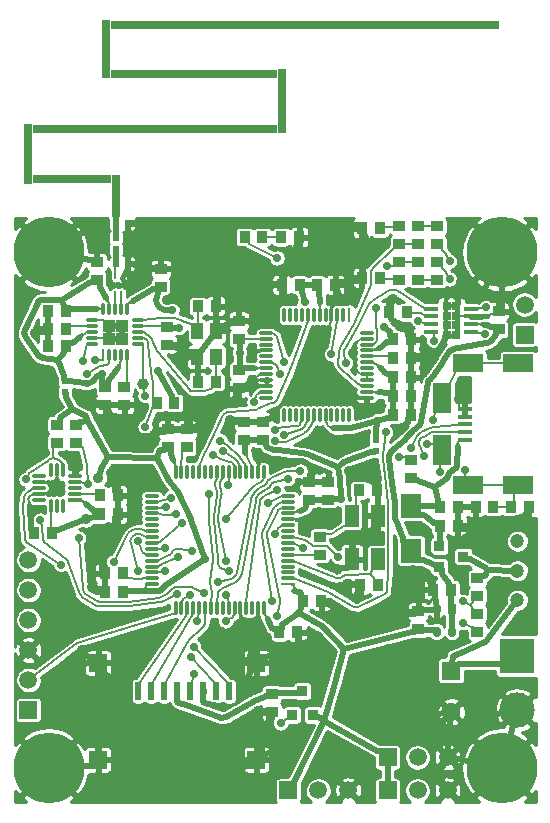
<source format=gtl>
G04 #@! TF.FileFunction,Copper,L1,Top,Signal*
%FSLAX46Y46*%
G04 Gerber Fmt 4.6, Leading zero omitted, Abs format (unit mm)*
G04 Created by KiCad (PCBNEW 4.0.2-stable) date 18.04.2016 19:48:57*
%MOMM*%
G01*
G04 APERTURE LIST*
%ADD10C,0.100000*%
%ADD11R,0.800000X3.530000*%
%ADD12R,14.110000X0.800000*%
%ADD13R,0.800000X5.460000*%
%ADD14R,6.610000X0.800000*%
%ADD15R,0.800000X5.091000*%
%ADD16R,32.857000X0.800000*%
%ADD17R,0.800000X4.961000*%
%ADD18R,20.710000X0.800000*%
%ADD19C,0.220000*%
%ADD20R,0.889000X1.016000*%
%ADD21R,1.600000X1.600000*%
%ADD22C,1.600000*%
%ADD23R,1.016000X0.889000*%
%ADD24R,0.600000X0.600000*%
%ADD25R,1.800860X1.998980*%
%ADD26R,0.270000X1.200000*%
%ADD27O,0.270000X1.200000*%
%ADD28O,1.200000X0.270000*%
%ADD29R,1.200000X0.370000*%
%ADD30O,1.200000X0.370000*%
%ADD31R,0.800000X0.800000*%
%ADD32R,0.701040X0.899160*%
%ADD33O,0.701040X0.899160*%
%ADD34R,1.198880X0.299720*%
%ADD35O,1.198880X0.299720*%
%ADD36O,0.299720X1.198880*%
%ADD37R,0.280000X1.100000*%
%ADD38O,0.280000X1.100000*%
%ADD39O,1.100000X0.280000*%
%ADD40R,1.100000X1.100000*%
%ADD41R,1.200000X0.270000*%
%ADD42C,6.000000*%
%ADD43R,0.914400X0.914400*%
%ADD44R,1.000000X0.900000*%
%ADD45R,0.900000X1.000000*%
%ADD46C,1.200000*%
%ADD47C,1.000000*%
%ADD48R,1.500000X1.500000*%
%ADD49C,1.500000*%
%ADD50R,2.500000X1.500000*%
%ADD51R,1.500000X2.500000*%
%ADD52R,1.250000X0.400000*%
%ADD53R,0.500380X1.501140*%
%ADD54R,1.501140X1.501140*%
%ADD55R,1.000000X1.400000*%
%ADD56R,1.198880X1.899920*%
%ADD57R,3.000000X3.000000*%
%ADD58C,3.000000*%
%ADD59C,0.900000*%
%ADD60C,0.700000*%
%ADD61C,0.500000*%
%ADD62C,0.200000*%
%ADD63C,0.254000*%
G04 APERTURE END LIST*
D10*
D11*
X136000000Y-80235000D03*
D12*
X142641000Y-69916000D03*
D13*
X150096000Y-72247000D03*
D14*
X132295000Y-78870000D03*
D15*
X128590000Y-76724000D03*
D16*
X152014500Y-65755000D03*
D17*
X135186000Y-67835500D03*
D18*
X139345000Y-74577000D03*
D19*
X135950000Y-88400000D03*
X136450000Y-88400000D03*
X135950000Y-87200000D03*
X136450000Y-87200000D03*
D20*
X156838000Y-83000000D03*
X158362000Y-83000000D03*
X169438000Y-106600000D03*
X170962000Y-106600000D03*
X156838000Y-87200000D03*
X158362000Y-87200000D03*
X164962000Y-106600000D03*
X163438000Y-106600000D03*
D21*
X164400000Y-120450000D03*
D22*
X164400000Y-123950000D03*
D20*
X144462000Y-96000000D03*
X142938000Y-96000000D03*
X142938000Y-89600000D03*
X144462000Y-89600000D03*
D23*
X136700000Y-96438000D03*
X136700000Y-97962000D03*
D20*
X131762000Y-90000000D03*
X130238000Y-90000000D03*
X134638000Y-107200000D03*
X136162000Y-107200000D03*
X134638000Y-105600000D03*
X136162000Y-105600000D03*
X159437900Y-93993200D03*
X160961900Y-93993200D03*
D23*
X134400000Y-87400000D03*
X134400000Y-85876000D03*
X139800000Y-87962000D03*
X139800000Y-86438000D03*
X140300000Y-91338000D03*
X140300000Y-92862000D03*
X135100000Y-96438000D03*
X135100000Y-97962000D03*
D20*
X131762000Y-93000000D03*
X130238000Y-93000000D03*
D24*
X136000000Y-86000000D03*
X137000000Y-86000000D03*
X136000000Y-82600000D03*
X137000000Y-82600000D03*
D20*
X159437900Y-92385100D03*
X160961900Y-92385100D03*
X159438000Y-95600000D03*
X160962000Y-95600000D03*
X159438000Y-97200000D03*
X160962000Y-97200000D03*
D23*
X146400000Y-95038000D03*
X146400000Y-96562000D03*
X146400000Y-92362000D03*
X146400000Y-90838000D03*
D20*
X153038000Y-87800000D03*
X154562000Y-87800000D03*
D23*
X161600000Y-87362000D03*
X161600000Y-85838000D03*
X161600000Y-82838000D03*
X161600000Y-84362000D03*
X168400000Y-91562000D03*
X168400000Y-90038000D03*
D20*
X160646500Y-90098700D03*
X159122500Y-90098700D03*
X158196600Y-113185100D03*
X156672600Y-113185100D03*
X156603000Y-105190700D03*
X158127000Y-105190700D03*
D23*
X149200000Y-122438000D03*
X149200000Y-123962000D03*
X140400000Y-101562000D03*
X140400000Y-100038000D03*
D20*
X136562000Y-113800000D03*
X135038000Y-113800000D03*
X149838000Y-117200000D03*
X151362000Y-117200000D03*
D23*
X148446200Y-100899700D03*
X148446200Y-99375700D03*
X152378700Y-105990100D03*
X152378700Y-104466100D03*
X153978700Y-105990100D03*
X153978700Y-104466100D03*
D20*
X151859000Y-114562100D03*
X153383000Y-114562100D03*
X164362000Y-113600000D03*
X162838000Y-113600000D03*
D23*
X161600000Y-116962000D03*
X161600000Y-115438000D03*
D20*
X149988000Y-83750000D03*
X151512000Y-83750000D03*
D25*
X161000000Y-110305000D03*
X161000000Y-106495000D03*
D26*
X155750000Y-90350000D03*
D27*
X155250000Y-90350000D03*
X154750000Y-90350000D03*
X154250000Y-90350000D03*
X153750000Y-90350000D03*
X153250000Y-90350000D03*
X152750000Y-90350000D03*
X152250000Y-90350000D03*
X151750000Y-90350000D03*
X151250000Y-90350000D03*
X150750000Y-90350000D03*
X150250000Y-90350000D03*
D28*
X148750000Y-91850000D03*
X148750000Y-92350000D03*
X148750000Y-92850000D03*
X148750000Y-93350000D03*
X148750000Y-93850000D03*
X148750000Y-94350000D03*
X148750000Y-94850000D03*
X148750000Y-95350000D03*
X148750000Y-95850000D03*
X148750000Y-96350000D03*
X148750000Y-96850000D03*
X148750000Y-97350000D03*
D27*
X150250000Y-98850000D03*
X150750000Y-98850000D03*
X151250000Y-98850000D03*
X151750000Y-98850000D03*
X152250000Y-98850000D03*
X152750000Y-98850000D03*
X153250000Y-98850000D03*
X153750000Y-98850000D03*
X154250000Y-98850000D03*
X154750000Y-98850000D03*
X155250000Y-98850000D03*
X155750000Y-98850000D03*
D28*
X157250000Y-97350000D03*
X157250000Y-96850000D03*
X157250000Y-96350000D03*
X157250000Y-95850000D03*
X157250000Y-95350000D03*
X157250000Y-94850000D03*
X157250000Y-94350000D03*
X157250000Y-93850000D03*
X157250000Y-93350000D03*
X157250000Y-92850000D03*
X157250000Y-92350000D03*
X157250000Y-91850000D03*
D29*
X162700000Y-89825000D03*
D30*
X162700000Y-90475000D03*
X162700000Y-91125000D03*
X162700000Y-91775000D03*
X166100000Y-91775000D03*
X166100000Y-91125000D03*
X166100000Y-90475000D03*
X166100000Y-89825000D03*
D31*
X164800000Y-89600000D03*
X164800000Y-90400000D03*
X164800000Y-91200000D03*
X164800000Y-92000000D03*
X164000000Y-89600000D03*
X164000000Y-90400000D03*
X164000000Y-91200000D03*
X164000000Y-92000000D03*
D32*
X164450240Y-115250040D03*
D33*
X163149760Y-115250040D03*
X163149760Y-117149960D03*
X164450240Y-117149960D03*
D34*
X132501140Y-106000760D03*
D35*
X132501140Y-105500380D03*
X132501140Y-105000000D03*
X132501140Y-104499620D03*
X132501140Y-103999240D03*
D36*
X131500380Y-103498860D03*
X131000000Y-103498860D03*
X130499620Y-103498860D03*
D35*
X129498860Y-103999240D03*
X129498860Y-104499620D03*
X129498860Y-105000000D03*
X129498860Y-105500380D03*
X129498860Y-106000760D03*
D36*
X130499620Y-106501140D03*
X131000000Y-106501140D03*
X131500380Y-106501140D03*
D37*
X134950000Y-93750000D03*
D38*
X135450000Y-93750000D03*
X135950000Y-93750000D03*
X136450000Y-93750000D03*
X136950000Y-93750000D03*
D39*
X137900000Y-92800000D03*
X137900000Y-92300000D03*
X137900000Y-91800000D03*
X137900000Y-91300000D03*
X137900000Y-90800000D03*
D38*
X136950000Y-89850000D03*
X136450000Y-89850000D03*
X135950000Y-89850000D03*
X135450000Y-89850000D03*
X134950000Y-89850000D03*
D39*
X134000000Y-90800000D03*
X134000000Y-91300000D03*
X134000000Y-91800000D03*
X134000000Y-92300000D03*
X134000000Y-92800000D03*
D40*
X135400000Y-92350000D03*
X135400000Y-91250000D03*
X136500000Y-92350000D03*
X136500000Y-91250000D03*
D41*
X150550000Y-113150000D03*
D28*
X150550000Y-112650000D03*
X150550000Y-112150000D03*
X150550000Y-111650000D03*
X150550000Y-111150000D03*
X150550000Y-110650000D03*
X150550000Y-110150000D03*
X150550000Y-109650000D03*
X150550000Y-109150000D03*
X150550000Y-108650000D03*
X150550000Y-108150000D03*
X150550000Y-107650000D03*
X150550000Y-107150000D03*
X150550000Y-106650000D03*
X150550000Y-106150000D03*
X150550000Y-105650000D03*
D27*
X148550000Y-103650000D03*
X148050000Y-103650000D03*
X147550000Y-103650000D03*
X147050000Y-103650000D03*
X146550000Y-103650000D03*
X146050000Y-103650000D03*
X145550000Y-103650000D03*
X145050000Y-103650000D03*
D28*
X139050000Y-105650000D03*
X139050000Y-106150000D03*
X139050000Y-106650000D03*
X139050000Y-107150000D03*
D27*
X144550000Y-103650000D03*
X144050000Y-103650000D03*
X143550000Y-103650000D03*
X143050000Y-103650000D03*
X142550000Y-103650000D03*
X142050000Y-103650000D03*
X141550000Y-103650000D03*
X141050000Y-103650000D03*
D28*
X139050000Y-107650000D03*
X139050000Y-108150000D03*
X139050000Y-108650000D03*
X139050000Y-109150000D03*
X139050000Y-109650000D03*
X139050000Y-110150000D03*
X139050000Y-110650000D03*
X139050000Y-111150000D03*
X139050000Y-111650000D03*
X139050000Y-112150000D03*
X139050000Y-112650000D03*
X139050000Y-113150000D03*
D27*
X141050000Y-115150000D03*
X141550000Y-115150000D03*
X142050000Y-115150000D03*
X142550000Y-115150000D03*
X143050000Y-115150000D03*
X143550000Y-115150000D03*
X144050000Y-115150000D03*
X144550000Y-115150000D03*
X145050000Y-115150000D03*
X145550000Y-115150000D03*
X146050000Y-115150000D03*
X146550000Y-115150000D03*
X147050000Y-115150000D03*
X147550000Y-115150000D03*
X148050000Y-115150000D03*
X148550000Y-115150000D03*
D42*
X130300000Y-85000000D03*
X168700000Y-85000000D03*
X130300000Y-128700000D03*
X168700000Y-128700000D03*
D24*
X131700000Y-95900000D03*
X131700000Y-96900000D03*
X136000000Y-83800000D03*
X136000000Y-84800000D03*
X158000000Y-101900000D03*
X158000000Y-100900000D03*
D43*
X152689000Y-124216000D03*
X150911000Y-124216000D03*
X151800000Y-122184000D03*
X163384000Y-111689000D03*
X163384000Y-109911000D03*
X165416000Y-110800000D03*
D44*
X132600000Y-99650000D03*
X132600000Y-101150000D03*
X131000000Y-101150000D03*
X131000000Y-99650000D03*
X160000000Y-82850000D03*
X160000000Y-84350000D03*
D45*
X167950000Y-106600000D03*
X166450000Y-106600000D03*
D44*
X160000000Y-87350000D03*
X160000000Y-85850000D03*
D45*
X139450000Y-97800000D03*
X140950000Y-97800000D03*
D44*
X163200000Y-87350000D03*
X163200000Y-85850000D03*
X163200000Y-82850000D03*
X163200000Y-84350000D03*
X161000000Y-102650000D03*
X161000000Y-104150000D03*
X153256900Y-110635200D03*
X153256900Y-109135200D03*
D45*
X146900000Y-83750000D03*
X148400000Y-83750000D03*
D44*
X166600000Y-112650000D03*
X166600000Y-114150000D03*
X166600000Y-115650000D03*
X166600000Y-117150000D03*
D45*
X163450000Y-108200000D03*
X164950000Y-108200000D03*
X131750000Y-91500000D03*
X130250000Y-91500000D03*
D46*
X170000000Y-109500000D03*
X170000000Y-112000000D03*
X170000000Y-114500000D03*
D47*
X138314000Y-96159500D03*
D23*
X142000000Y-101562000D03*
X142000000Y-100038000D03*
D20*
X136562000Y-112200000D03*
X135038000Y-112200000D03*
D48*
X150600000Y-130600000D03*
D49*
X153140000Y-130600000D03*
X155680000Y-130600000D03*
D50*
X170050000Y-104750000D03*
X170050000Y-94450000D03*
X165850000Y-104750000D03*
X165850000Y-94450000D03*
D51*
X163650000Y-101800000D03*
X163650000Y-97400000D03*
D52*
X165525000Y-100900000D03*
X165525000Y-100250000D03*
X165525000Y-99600000D03*
X165525000Y-98950000D03*
X165525000Y-98300000D03*
D48*
X159000000Y-130600000D03*
D49*
X161540000Y-130600000D03*
X164080000Y-130600000D03*
D48*
X170600000Y-92000000D03*
D49*
X170600000Y-89460000D03*
D53*
X137900540Y-122199700D03*
X139000360Y-122199700D03*
X140100180Y-122199700D03*
X141200000Y-122199700D03*
X142299820Y-122199700D03*
X143399640Y-122199700D03*
X144499460Y-122199700D03*
X145599280Y-122199700D03*
D54*
X134499480Y-128001060D03*
X134499480Y-119799400D03*
X147900520Y-128001060D03*
X147900520Y-119799400D03*
D48*
X159000000Y-127800000D03*
D49*
X161540000Y-127800000D03*
X164080000Y-127800000D03*
D55*
X144500000Y-93900000D03*
X144500000Y-91700000D03*
X142900000Y-91700000D03*
X142900000Y-93900000D03*
D56*
X158180820Y-111038320D03*
X158180820Y-107340080D03*
X155981180Y-107340080D03*
X155981180Y-111038320D03*
D57*
X170000000Y-119200000D03*
D58*
X170000000Y-123800000D03*
D20*
X130562000Y-108800000D03*
X129038000Y-108800000D03*
X159438000Y-98800000D03*
X160962000Y-98800000D03*
X151562000Y-87800000D03*
X150038000Y-87800000D03*
D23*
X146845400Y-100899600D03*
X146845400Y-99375600D03*
D48*
X128600000Y-123800000D03*
D49*
X128600000Y-121260000D03*
X128600000Y-118720000D03*
X128600000Y-116180000D03*
X128600000Y-113640000D03*
X128600000Y-111100000D03*
D59*
X160170100Y-129353300D03*
X156168200Y-115833500D03*
X152998600Y-117499700D03*
X156358400Y-114344600D03*
X162337100Y-112444300D03*
X165018700Y-109560100D03*
X156118900Y-109306300D03*
X157088400Y-108723200D03*
X155763300Y-103576800D03*
X152761700Y-103383700D03*
X154070800Y-108115400D03*
X145687400Y-99279900D03*
X145997500Y-97679700D03*
X165050500Y-97450000D03*
X162958600Y-93811800D03*
X140312100Y-89057000D03*
X150357500Y-88945900D03*
X155068300Y-88975000D03*
X129162100Y-91875000D03*
X147480000Y-93963400D03*
X147506300Y-95852800D03*
X153502000Y-92982600D03*
X156035900Y-93585100D03*
X159442000Y-88952800D03*
X157693500Y-84978500D03*
X143882100Y-99584700D03*
X136987300Y-100763500D03*
X135577600Y-103716300D03*
X130717800Y-104718500D03*
X132790900Y-103199400D03*
X133173200Y-118747000D03*
X133955600Y-113417000D03*
X145049400Y-123527700D03*
X146741900Y-121381600D03*
X148042000Y-123878200D03*
X149458000Y-98520500D03*
X149575100Y-102675000D03*
X155570000Y-113108100D03*
X154716800Y-111872000D03*
X139688200Y-82544600D03*
X141489700Y-82544600D03*
X143399300Y-82472600D03*
X145128700Y-82508600D03*
X147542700Y-82472600D03*
X149560400Y-82472600D03*
X151506000Y-82472600D03*
X153199400Y-82508600D03*
X155469300Y-82544600D03*
X165341500Y-82472600D03*
X146353700Y-89318300D03*
X144732400Y-88057200D03*
X147723300Y-90845700D03*
X140978800Y-86422200D03*
X139859300Y-85357300D03*
X138494000Y-86394900D03*
X137183400Y-83691700D03*
X137183400Y-84975000D03*
X138084400Y-82527400D03*
X134316300Y-84702000D03*
X134316300Y-82708700D03*
X128827800Y-94968900D03*
X130002000Y-96334200D03*
X127899500Y-96334200D03*
X129128200Y-97972500D03*
X129046300Y-100020400D03*
X128036000Y-101440300D03*
X135736200Y-108649000D03*
X134015900Y-108758200D03*
X137292600Y-103597500D03*
X139094800Y-104143600D03*
X136145700Y-99556200D03*
X133333300Y-97562900D03*
X141443000Y-94450100D03*
X141661500Y-93303300D03*
X142316800Y-98600500D03*
X143436300Y-97672200D03*
X139204000Y-100511900D03*
X150918100Y-85330000D03*
X145156600Y-83992000D03*
X145047400Y-85466500D03*
X146849500Y-85766900D03*
X148378700Y-86094600D03*
X148324000Y-87732900D03*
X148378700Y-89098200D03*
X146494600Y-87678300D03*
X145047400Y-86722600D03*
X143600200Y-87050300D03*
X142180300Y-87296000D03*
X142262200Y-85657700D03*
X143572900Y-84292400D03*
X141443000Y-84347000D03*
X154522400Y-83691700D03*
X153539400Y-84756600D03*
X156215400Y-84975000D03*
X155095800Y-85657700D03*
X152529100Y-85958000D03*
X153894400Y-86231100D03*
X164980500Y-83773600D03*
X165226200Y-86449500D03*
X167164900Y-88279000D03*
X164980500Y-88415600D03*
X159928900Y-100157000D03*
X162222600Y-94914300D03*
X153858400Y-100714000D03*
X155887700Y-100894200D03*
X154742000Y-101824800D03*
X166018100Y-108567100D03*
X168257100Y-107993700D03*
X167219500Y-110478500D03*
X161185000Y-111953000D03*
X160393100Y-115693900D03*
X158072200Y-115803100D03*
X159601300Y-114492400D03*
X155833100Y-117359500D03*
X160447700Y-118588200D03*
X156160800Y-119462000D03*
X159328200Y-121482600D03*
X159710500Y-123612500D03*
X157744500Y-122219900D03*
X156461100Y-120991100D03*
X149307100Y-119134400D03*
X151928400Y-119926200D03*
X153566700Y-121591900D03*
X155123100Y-123394000D03*
X156625000Y-124923100D03*
X157143800Y-129838200D03*
X156597600Y-127735600D03*
X154058200Y-126643400D03*
X154658900Y-128664000D03*
X162113400Y-124267800D03*
X164188600Y-125851500D03*
X167028400Y-124377000D03*
X166946500Y-122056100D03*
X162386400Y-121946800D03*
X160666200Y-120308500D03*
X159000500Y-118615600D03*
X162823300Y-119134400D03*
X149634700Y-120690800D03*
X149716600Y-126315700D03*
X151136500Y-125578500D03*
X150453900Y-128199800D03*
X148296700Y-129783500D03*
X136937600Y-128991700D03*
X139559000Y-129073600D03*
X142999500Y-129128200D03*
X146085000Y-129046300D03*
X146440000Y-126643400D03*
X143627500Y-126698000D03*
X140678500Y-126725300D03*
X137347200Y-126725300D03*
X135818100Y-125605800D03*
X135763500Y-123093700D03*
X137511000Y-124813900D03*
X140542000Y-124677400D03*
X144119000Y-125442000D03*
X147095300Y-125087000D03*
X146057700Y-119598600D03*
X145074700Y-117987500D03*
X138603300Y-118206000D03*
X135572300Y-118260600D03*
X137401800Y-119680500D03*
X136063800Y-121455300D03*
X130657300Y-118588200D03*
X133551700Y-115803100D03*
X131831500Y-120854600D03*
X133224000Y-123312100D03*
X131285400Y-123121000D03*
X132951000Y-125742300D03*
X131968000Y-117168400D03*
X131858800Y-115011200D03*
X136746500Y-115912300D03*
X152262600Y-93245500D03*
X151974400Y-94939000D03*
X152118500Y-96920600D03*
X138535200Y-83949800D03*
X140264600Y-83841700D03*
D60*
X165587200Y-103444600D03*
X163413500Y-103603500D03*
X162350000Y-101229100D03*
X162874900Y-99200200D03*
X134816700Y-95307200D03*
X141358000Y-91433100D03*
X140776900Y-89943000D03*
X139602400Y-95128500D03*
X155043700Y-105955100D03*
X143586300Y-111014800D03*
X151539600Y-115605700D03*
D59*
X133485000Y-107609200D03*
X134515600Y-104151700D03*
D60*
X158126200Y-99292100D03*
X158709300Y-91397500D03*
X152000000Y-89246700D03*
X146485200Y-93553300D03*
X158950000Y-86160500D03*
X158026700Y-89715700D03*
X150556600Y-104224300D03*
X154236100Y-93662400D03*
X149641000Y-105128000D03*
X150271800Y-94351100D03*
X141635200Y-107982100D03*
X149900500Y-95349900D03*
X143890400Y-105462700D03*
X147700100Y-97731100D03*
X140650600Y-105853200D03*
X149441100Y-100077200D03*
X141075300Y-107174700D03*
X150250800Y-100471300D03*
X140206100Y-106636500D03*
X149504700Y-100975500D03*
X155454900Y-94399600D03*
X151598800Y-103542900D03*
X144622700Y-112932800D03*
X142264900Y-114034100D03*
X164250500Y-85802400D03*
X161602200Y-90822100D03*
X162915700Y-92510000D03*
X164250500Y-87304900D03*
X167235100Y-91956600D03*
X167312100Y-89703100D03*
X132869200Y-109233000D03*
X133627800Y-104676400D03*
X145296600Y-114045400D03*
X143474900Y-113906000D03*
X141186200Y-114006800D03*
X145300000Y-116253300D03*
X128395200Y-104249400D03*
X129595500Y-107701200D03*
X149446700Y-108900000D03*
X131340700Y-111493600D03*
X134260000Y-94131300D03*
X145037500Y-101888000D03*
X133516600Y-95354400D03*
X144185000Y-102178100D03*
X144821500Y-100990500D03*
X138458700Y-97199500D03*
X137905200Y-109508200D03*
X138472000Y-99809400D03*
X133176900Y-94203900D03*
X145454700Y-104716600D03*
X158855000Y-100284900D03*
X149643300Y-85524000D03*
X151839200Y-110058100D03*
X165382600Y-114591100D03*
X154831300Y-110878100D03*
X165351000Y-116406500D03*
X149665700Y-115841000D03*
X149230800Y-114591800D03*
X148863400Y-106281500D03*
X145317700Y-107615400D03*
X145290100Y-111217400D03*
X149952600Y-124899700D03*
X145606000Y-112060600D03*
X135800000Y-111244000D03*
X142398700Y-119330700D03*
X137912800Y-112015700D03*
X142604000Y-118438600D03*
X140197300Y-110088800D03*
X159950000Y-102403400D03*
X162048200Y-102249800D03*
X142452000Y-110347500D03*
X161010800Y-101643300D03*
X141280900Y-110809500D03*
X140184500Y-112005100D03*
X142905100Y-116284500D03*
X142646400Y-120773700D03*
D61*
X136000000Y-82300000D02*
X136000000Y-82000000D01*
D62*
X136000000Y-81900000D02*
X136000000Y-80235000D01*
X136000000Y-82000000D02*
X136000000Y-81900000D01*
X136000000Y-82400000D02*
X136000000Y-82300000D01*
X136000000Y-82600000D02*
X136000000Y-82400000D01*
X136000000Y-82800000D02*
X136000000Y-82600000D01*
X136000000Y-82900000D02*
X136000000Y-82800000D01*
D61*
X136000000Y-83500000D02*
X136000000Y-82900000D01*
D62*
X136000000Y-83600000D02*
X136000000Y-83500000D01*
X136000000Y-83800000D02*
X136000000Y-83600000D01*
X135950000Y-89440000D02*
X135950000Y-88400000D01*
X135950000Y-89850000D02*
X135950000Y-89440000D01*
X136450000Y-89440000D02*
X136450000Y-88400000D01*
X136450000Y-89850000D02*
X136450000Y-89440000D01*
X136000000Y-85000000D02*
X136000000Y-84800000D01*
X136000000Y-85100000D02*
X136000000Y-85000000D01*
D61*
X136000000Y-85700000D02*
X136000000Y-85100000D01*
D62*
X136000000Y-85800000D02*
X136000000Y-85700000D01*
X136000000Y-86000000D02*
X136000000Y-85800000D01*
X135950000Y-86200000D02*
X136000000Y-86000000D01*
X135950000Y-86300000D02*
X135950000Y-86200000D01*
X135950000Y-87200000D02*
X135950000Y-86300000D01*
X148050000Y-115615000D02*
X148050000Y-115150000D01*
X147929300Y-115829000D02*
X148050000Y-115615000D01*
D61*
X147403500Y-119298800D02*
X147900500Y-119799400D01*
X147403500Y-119048800D02*
X147403500Y-119298800D01*
X147403500Y-119179900D02*
X147403500Y-119048800D01*
D62*
X156218200Y-96928300D02*
X155837100Y-96531800D01*
D61*
X154784200Y-88422300D02*
X155068300Y-88975000D01*
X154770500Y-88395800D02*
X154784200Y-88422300D01*
X154756500Y-88337800D02*
X154770500Y-88395800D01*
X154756500Y-88308000D02*
X154756500Y-88337800D01*
X154756500Y-88058000D02*
X154756500Y-88308000D01*
X154562000Y-87800000D02*
X154756500Y-88058000D01*
X149716600Y-126315700D02*
X149481000Y-127261100D01*
X160666200Y-120308500D02*
X159328200Y-121482600D01*
X142180300Y-87296000D02*
X143600200Y-87050300D01*
X141661500Y-93303300D02*
X141443000Y-94450100D01*
X161185000Y-111953000D02*
X162337100Y-112444300D01*
X143600200Y-87050300D02*
X144732400Y-88057200D01*
X148296700Y-129783500D02*
X146085000Y-129046300D01*
X147399900Y-128501700D02*
X147900500Y-128001100D01*
X147149900Y-128501700D02*
X147399900Y-128501700D01*
X147058000Y-128517100D02*
X147030500Y-128532100D01*
X147118800Y-128501700D02*
X147058000Y-128517100D01*
X147149900Y-128501700D02*
X147118800Y-128501700D01*
X146085000Y-129046300D02*
X147030500Y-128532100D01*
X159601300Y-114492400D02*
X160393100Y-115693900D01*
X156597600Y-127735600D02*
X157143800Y-129838200D01*
X154658900Y-128664000D02*
X156597600Y-127735600D01*
X154058200Y-126643400D02*
X154658900Y-128664000D01*
X150453900Y-128199800D02*
X149481000Y-127261100D01*
X149716600Y-126315700D02*
X151136500Y-125578500D01*
X148401100Y-127500500D02*
X147900500Y-128001100D01*
X148651100Y-127500500D02*
X148401100Y-127500500D01*
X148705800Y-127495100D02*
X148723400Y-127489800D01*
X148669500Y-127500500D02*
X148705800Y-127495100D01*
X148651100Y-127500500D02*
X148669500Y-127500500D01*
X149481000Y-127261100D02*
X148723400Y-127489800D01*
X167028400Y-124377000D02*
X170000000Y-123800000D01*
X167028400Y-124377000D02*
X166946500Y-122056100D01*
X162113400Y-124267800D02*
X164400000Y-123950000D01*
X159710500Y-123612500D02*
X157744500Y-122219900D01*
X160447700Y-118588200D02*
X162823300Y-119134400D01*
X160666200Y-120308500D02*
X160447700Y-118588200D01*
X156160800Y-119462000D02*
X156461100Y-120991100D01*
X155123100Y-123394000D02*
X156625000Y-124923100D01*
X155833100Y-117359500D02*
X156168200Y-115833500D01*
X151928400Y-119926200D02*
X152998600Y-117499700D01*
X147399900Y-119598600D02*
X147900500Y-119799400D01*
X147149900Y-119598600D02*
X147399900Y-119598600D01*
X146057700Y-119598600D02*
X147149900Y-119598600D01*
X149634700Y-120690800D02*
X149307100Y-119134400D01*
X145074700Y-117987500D02*
X146057700Y-119598600D01*
X143627500Y-126698000D02*
X142999500Y-129128200D01*
X144119000Y-125442000D02*
X147095300Y-125087000D01*
X144119000Y-125442000D02*
X143627500Y-126698000D01*
X137347200Y-126725300D02*
X140678500Y-126725300D01*
X137347200Y-126725300D02*
X136937600Y-128991700D01*
X137511000Y-124813900D02*
X135818100Y-125605800D01*
X135763500Y-123093700D02*
X137511000Y-124813900D01*
X133623200Y-118616200D02*
X133173200Y-118747000D01*
X133634000Y-118613000D02*
X133623200Y-118616200D01*
X133657000Y-118607600D02*
X133634000Y-118613000D01*
X133668600Y-118605500D02*
X133657000Y-118607600D01*
X135572300Y-118260600D02*
X133668600Y-118605500D01*
X136063800Y-121455300D02*
X137401800Y-119680500D01*
X135000100Y-120300000D02*
X134499500Y-119799400D01*
X135000100Y-120550000D02*
X135000100Y-120300000D01*
X135054300Y-120716600D02*
X135102500Y-120751700D01*
X135000200Y-120610000D02*
X135054300Y-120716600D01*
X135000100Y-120550000D02*
X135000200Y-120610000D01*
X136063800Y-121455300D02*
X135102500Y-120751700D01*
X133224000Y-123312100D02*
X132951000Y-125742300D01*
X131831500Y-120854600D02*
X131285400Y-123121000D01*
X131831500Y-120854600D02*
X133173200Y-118747000D01*
X131858800Y-115011200D02*
X133551700Y-115803100D01*
X130657300Y-118588200D02*
X131968000Y-117168400D01*
X142258000Y-99843500D02*
X142000000Y-100038000D01*
X142258000Y-99593500D02*
X142258000Y-99843500D01*
X142258400Y-99578600D02*
X142258000Y-99593500D01*
X142316800Y-98600500D02*
X142258400Y-99578600D01*
X166018100Y-108567100D02*
X167219500Y-110478500D01*
X137292600Y-103597500D02*
X139094800Y-104143600D01*
X135577600Y-103716300D02*
X137292600Y-103597500D01*
X128036000Y-101440300D02*
X129046300Y-100020400D01*
X130002000Y-96334200D02*
X129128200Y-97972500D01*
X127899500Y-96334200D02*
X128827800Y-94968900D01*
X134842000Y-97767500D02*
X135100000Y-97962000D01*
X134592000Y-97767500D02*
X134842000Y-97767500D01*
X134581600Y-97767500D02*
X134592000Y-97767500D01*
X134561100Y-97765800D02*
X134581600Y-97767500D01*
X134551200Y-97764200D02*
X134561100Y-97765800D01*
X133333300Y-97562900D02*
X134551200Y-97764200D01*
X153858400Y-100714000D02*
X154742000Y-101824800D01*
X160767500Y-99058000D02*
X160962000Y-98800000D01*
X160767500Y-99308000D02*
X160767500Y-99058000D01*
X160767500Y-99362200D02*
X160767500Y-99308000D01*
X160723000Y-99460200D02*
X160767500Y-99362200D01*
X160682400Y-99495900D02*
X160723000Y-99460200D01*
X159928900Y-100157000D02*
X160682400Y-99495900D01*
X162222600Y-94914300D02*
X162958600Y-93811800D01*
X167164900Y-88279000D02*
X168700000Y-85000000D01*
X164950000Y-89450000D02*
X164800000Y-89600000D01*
X164950000Y-89200000D02*
X164950000Y-89450000D01*
X164950200Y-89190200D02*
X164950000Y-89200000D01*
X164980500Y-88415600D02*
X164950200Y-89190200D01*
X165226200Y-86449500D02*
X164980500Y-88415600D01*
X165341500Y-82472600D02*
X164980500Y-83773600D01*
X151974400Y-94939000D02*
X152118500Y-96920600D01*
X152262600Y-93245500D02*
X151974400Y-94939000D01*
X148324000Y-87732900D02*
X146494600Y-87678300D01*
X149843500Y-87732900D02*
X150038000Y-87800000D01*
X149593500Y-87732900D02*
X149843500Y-87732900D01*
X148324000Y-87732900D02*
X149593500Y-87732900D01*
X148324000Y-87732900D02*
X148378700Y-89098200D01*
X148378700Y-86094600D02*
X146849500Y-85766900D01*
X153894400Y-86231100D02*
X155095800Y-85657700D01*
X154522400Y-83691700D02*
X153539400Y-84756600D01*
X155469300Y-82544600D02*
X154522400Y-83691700D01*
X156643500Y-82742000D02*
X156838000Y-83000000D01*
X156393500Y-82742000D02*
X156643500Y-82742000D01*
X156379900Y-82742000D02*
X156393500Y-82742000D01*
X156353000Y-82739100D02*
X156379900Y-82742000D01*
X156339800Y-82736200D02*
X156353000Y-82739100D01*
X155469300Y-82544600D02*
X156339800Y-82736200D01*
X151506000Y-82472600D02*
X153199400Y-82508600D01*
X147542700Y-82472600D02*
X149560400Y-82472600D01*
X145128700Y-82508600D02*
X143399300Y-82472600D01*
X145047400Y-85466500D02*
X145156600Y-83992000D01*
X145047400Y-86722600D02*
X145047400Y-85466500D01*
X135736200Y-108649000D02*
X134015900Y-108758200D01*
X142262200Y-85657700D02*
X140978800Y-86422200D01*
X140264600Y-83841700D02*
X141489700Y-82544600D01*
X140264600Y-83841700D02*
X138535200Y-83949800D01*
X140264600Y-83841700D02*
X139859300Y-85357300D01*
X140264600Y-83841700D02*
X141443000Y-84347000D01*
X139688200Y-82544600D02*
X140264600Y-83841700D01*
X137183400Y-83691700D02*
X138535200Y-83949800D01*
X137053700Y-82942700D02*
X137183400Y-83691700D01*
X137051900Y-82932200D02*
X137053700Y-82942700D01*
X137050000Y-82910900D02*
X137051900Y-82932200D01*
X137050000Y-82900000D02*
X137050000Y-82910900D01*
X137050000Y-82650000D02*
X137050000Y-82900000D01*
X137000000Y-82600000D02*
X137050000Y-82650000D01*
X137050000Y-82550000D02*
X137000000Y-82600000D01*
X137300000Y-82550000D02*
X137050000Y-82550000D01*
X137307200Y-82549900D02*
X137300000Y-82550000D01*
X138084400Y-82527400D02*
X137307200Y-82549900D01*
X134316300Y-82708700D02*
X134316300Y-84702000D01*
X130300000Y-85000000D02*
X134316300Y-82708700D01*
X164188600Y-125851500D02*
X164080000Y-127800000D01*
X149307100Y-119134400D02*
X151512300Y-118158000D01*
X158072200Y-115803100D02*
X160393100Y-115693900D01*
X161342000Y-115632500D02*
X161600000Y-115438000D01*
X161092000Y-115632500D02*
X161342000Y-115632500D01*
X161075400Y-115633000D02*
X161069800Y-115633500D01*
X161086300Y-115632500D02*
X161075400Y-115633000D01*
X161092000Y-115632500D02*
X161086300Y-115632500D01*
X160393100Y-115693900D02*
X161069800Y-115633500D01*
X170767500Y-106858000D02*
X170962000Y-106600000D01*
X170767500Y-107108000D02*
X170767500Y-106858000D01*
X170767500Y-107188700D02*
X170767500Y-107108000D01*
X170673000Y-107319700D02*
X170767500Y-107188700D01*
X170596400Y-107345200D02*
X170673000Y-107319700D01*
X170024700Y-107535500D02*
X170596400Y-107345200D01*
X169995300Y-107544100D02*
X170024700Y-107535500D01*
X168257100Y-107993700D02*
X169995300Y-107544100D01*
X150232500Y-87542000D02*
X150038000Y-87800000D01*
X150232500Y-87292000D02*
X150232500Y-87542000D01*
X150232500Y-87270300D02*
X150232500Y-87292000D01*
X150239900Y-87228100D02*
X150232500Y-87270300D01*
X150247100Y-87207900D02*
X150239900Y-87228100D01*
X150918100Y-85330000D02*
X150247100Y-87207900D01*
X140142000Y-100232500D02*
X140400000Y-100038000D01*
X139892000Y-100232500D02*
X140142000Y-100232500D01*
X139815200Y-100243200D02*
X139791400Y-100253600D01*
X139866200Y-100232500D02*
X139815200Y-100243200D01*
X139892000Y-100232500D02*
X139866200Y-100232500D01*
X139204000Y-100511900D02*
X139791400Y-100253600D01*
X140558000Y-93056500D02*
X140300000Y-92862000D01*
X140808000Y-93056500D02*
X140558000Y-93056500D01*
X140826400Y-93056500D02*
X140808000Y-93056500D01*
X140862700Y-93061900D02*
X140826400Y-93056500D01*
X140880300Y-93067200D02*
X140862700Y-93061900D01*
X141661500Y-93303300D02*
X140880300Y-93067200D01*
X136145700Y-99556200D02*
X136987300Y-100763500D01*
X135967500Y-107458000D02*
X136162000Y-107200000D01*
X135967500Y-107708000D02*
X135967500Y-107458000D01*
X135967500Y-107723600D02*
X135967500Y-107708000D01*
X135963700Y-107754400D02*
X135967500Y-107723600D01*
X135959800Y-107769600D02*
X135963700Y-107754400D01*
X135736200Y-108649000D02*
X135959800Y-107769600D01*
X137050000Y-85950000D02*
X137000000Y-86000000D01*
X137050000Y-85700000D02*
X137050000Y-85950000D01*
X137050000Y-85688400D02*
X137050000Y-85700000D01*
X137052200Y-85664900D02*
X137050000Y-85688400D01*
X137054400Y-85653300D02*
X137052200Y-85664900D01*
X137183400Y-84975000D02*
X137054400Y-85653300D01*
X137183400Y-83691700D02*
X137183400Y-84975000D01*
X139542000Y-86394900D02*
X139800000Y-86438000D01*
X139292000Y-86394900D02*
X139542000Y-86394900D01*
X138494000Y-86394900D02*
X139292000Y-86394900D01*
X140058000Y-86422200D02*
X139800000Y-86438000D01*
X140308000Y-86422200D02*
X140058000Y-86422200D01*
X140978800Y-86422200D02*
X140308000Y-86422200D01*
X146658000Y-90845700D02*
X146400000Y-90838000D01*
X146908000Y-90845700D02*
X146658000Y-90845700D01*
X147723300Y-90845700D02*
X146908000Y-90845700D01*
X140312100Y-89057000D02*
X142180300Y-87296000D01*
X155631800Y-111738300D02*
X155981200Y-111038300D01*
X155381800Y-111738300D02*
X155631800Y-111738300D01*
X155343100Y-111741000D02*
X155330600Y-111743600D01*
X155368700Y-111738300D02*
X155343100Y-111741000D01*
X155381800Y-111738300D02*
X155368700Y-111738300D01*
X154716800Y-111872000D02*
X155330600Y-111743600D01*
X156228100Y-113108100D02*
X155570000Y-113108100D01*
X156478100Y-113108100D02*
X156228100Y-113108100D01*
X156672600Y-113185100D02*
X156478100Y-113108100D01*
X149174500Y-99049300D02*
X149458000Y-98520500D01*
X149142000Y-99110100D02*
X149174500Y-99049300D01*
X149023500Y-99181100D02*
X149142000Y-99110100D01*
X148954200Y-99181200D02*
X149023500Y-99181100D01*
X148704200Y-99181200D02*
X148954200Y-99181200D01*
X148446200Y-99375700D02*
X148704200Y-99181200D01*
D62*
X148152100Y-96294400D02*
X147506300Y-95852800D01*
X148191800Y-96316800D02*
X148206000Y-96321800D01*
X148164700Y-96303000D02*
X148191800Y-96316800D01*
X148152100Y-96294400D02*
X148164700Y-96303000D01*
X148285000Y-96350000D02*
X148206000Y-96321800D01*
X148750000Y-96350000D02*
X148285000Y-96350000D01*
X148285000Y-95850000D02*
X147506300Y-95852800D01*
X148750000Y-95850000D02*
X148285000Y-95850000D01*
D61*
X148942000Y-123878200D02*
X149200000Y-123962000D01*
X148692000Y-123878200D02*
X148942000Y-123878200D01*
X148042000Y-123878200D02*
X148692000Y-123878200D01*
X147399900Y-120300000D02*
X147900500Y-119799400D01*
X147399900Y-120550000D02*
X147399900Y-120300000D01*
X147399900Y-120596300D02*
X147399900Y-120550000D01*
X147366900Y-120682400D02*
X147399900Y-120596300D01*
X147336300Y-120716600D02*
X147366900Y-120682400D01*
X146741900Y-121381600D02*
X147336300Y-120716600D01*
X144181500Y-123395700D02*
X145049400Y-123527700D01*
X144160000Y-123392400D02*
X144181500Y-123395700D01*
X144118800Y-123382000D02*
X144160000Y-123392400D01*
X144098800Y-123374900D02*
X144118800Y-123382000D01*
X143566200Y-123186100D02*
X144098800Y-123374900D01*
X143491400Y-123159700D02*
X143566200Y-123186100D01*
X143399600Y-123029700D02*
X143491400Y-123159700D01*
X143399600Y-122950300D02*
X143399600Y-123029700D01*
X143399600Y-122199700D02*
X143399600Y-122950300D01*
X133734500Y-128502100D02*
X130300000Y-128700000D01*
X133748900Y-128501700D02*
X133734500Y-128502100D01*
X133998900Y-128501700D02*
X133748900Y-128501700D01*
X134499500Y-128001100D02*
X133998900Y-128501700D01*
X134499500Y-127500500D02*
X134499500Y-128001100D01*
X134499500Y-127250500D02*
X134499500Y-127500500D01*
X134499500Y-120550000D02*
X134499500Y-127250500D01*
X134499500Y-120300000D02*
X134499500Y-120550000D01*
X134499500Y-119799400D02*
X134499500Y-120300000D01*
X134543500Y-113537000D02*
X133955600Y-113417000D01*
X134581100Y-113542100D02*
X134593500Y-113542000D01*
X134555900Y-113539500D02*
X134581100Y-113542100D01*
X134543500Y-113537000D02*
X134555900Y-113539500D01*
X134843500Y-113542000D02*
X134593500Y-113542000D01*
X135038000Y-113800000D02*
X134843500Y-113542000D01*
X134833900Y-111623400D02*
X134015900Y-108758200D01*
X134838700Y-111640300D02*
X134833900Y-111623400D01*
X134843500Y-111674500D02*
X134838700Y-111640300D01*
X134843500Y-111692000D02*
X134843500Y-111674500D01*
X134843500Y-111942000D02*
X134843500Y-111692000D01*
X135038000Y-112200000D02*
X134843500Y-111942000D01*
X133998900Y-119298800D02*
X134499500Y-119799400D01*
X133748900Y-119298800D02*
X133998900Y-119298800D01*
X133693100Y-119298700D02*
X133748900Y-119298800D01*
X133592300Y-119251500D02*
X133693100Y-119298700D01*
X133556600Y-119208500D02*
X133592300Y-119251500D01*
X133173200Y-118747000D02*
X133556600Y-119208500D01*
X135038000Y-113542000D02*
X135038000Y-113800000D01*
X135038000Y-113292000D02*
X135038000Y-113542000D01*
X135038000Y-112708000D02*
X135038000Y-113292000D01*
X135038000Y-112458000D02*
X135038000Y-112708000D01*
X135038000Y-112200000D02*
X135038000Y-112458000D01*
D62*
X132790900Y-103999200D02*
X132790900Y-103199400D01*
X132501100Y-103999200D02*
X132790900Y-103999200D01*
X130310200Y-105268200D02*
X130717800Y-104718500D01*
X130277800Y-105311900D02*
X130310200Y-105268200D01*
X130193900Y-105381400D02*
X130277800Y-105311900D01*
X130144900Y-105405200D02*
X130193900Y-105381400D01*
X129948500Y-105500400D02*
X130144900Y-105405200D01*
X129498900Y-105500400D02*
X129948500Y-105500400D01*
X129948500Y-104499600D02*
X129498900Y-104499600D01*
X130717800Y-104718500D02*
X129948500Y-104499600D01*
D61*
X128843500Y-108292000D02*
X128842600Y-108270300D01*
X128843500Y-108542000D02*
X128843500Y-108292000D01*
X129038000Y-108800000D02*
X128843500Y-108542000D01*
D62*
X131000000Y-103948500D02*
X130717800Y-104718500D01*
X131000000Y-103498900D02*
X131000000Y-103948500D01*
D61*
X136162000Y-106942000D02*
X136162000Y-107200000D01*
X136162000Y-106692000D02*
X136162000Y-106942000D01*
X136162000Y-106108000D02*
X136162000Y-106692000D01*
X136162000Y-105858000D02*
X136162000Y-106108000D01*
X136162000Y-105600000D02*
X136162000Y-105858000D01*
X135967500Y-105342000D02*
X136162000Y-105600000D01*
X135967500Y-105092000D02*
X135967500Y-105342000D01*
X135962500Y-105039000D02*
X135957500Y-105022200D01*
X135967500Y-105074100D02*
X135962500Y-105039000D01*
X135967500Y-105092000D02*
X135967500Y-105074100D01*
X135577600Y-103716300D02*
X135957500Y-105022200D01*
X138587200Y-100601600D02*
X139204000Y-100511900D01*
X138552200Y-100605900D02*
X138587200Y-100601600D01*
X136987300Y-100763500D02*
X138552200Y-100605900D01*
X142555100Y-99839000D02*
X143882100Y-99584700D01*
X142543300Y-99841300D02*
X142555100Y-99839000D01*
X142519800Y-99843500D02*
X142543300Y-99841300D01*
X142508000Y-99843500D02*
X142519800Y-99843500D01*
X142258000Y-99843500D02*
X142508000Y-99843500D01*
X142000000Y-100038000D02*
X142258000Y-99843500D01*
X141742000Y-100038000D02*
X142000000Y-100038000D01*
X141492000Y-100038000D02*
X141742000Y-100038000D01*
X140908000Y-100038000D02*
X141492000Y-100038000D01*
X140658000Y-100038000D02*
X140908000Y-100038000D01*
X140400000Y-100038000D02*
X140658000Y-100038000D01*
X135406800Y-98554900D02*
X136145700Y-99556200D01*
X135383000Y-98522600D02*
X135406800Y-98554900D01*
X135358000Y-98446500D02*
X135383000Y-98522600D01*
X135358000Y-98406500D02*
X135358000Y-98446500D01*
X135358000Y-98156500D02*
X135358000Y-98406500D01*
X135100000Y-97962000D02*
X135358000Y-98156500D01*
X136442000Y-97962000D02*
X136700000Y-97962000D01*
X136192000Y-97962000D02*
X136442000Y-97962000D01*
X135608000Y-97962000D02*
X136192000Y-97962000D01*
X135358000Y-97962000D02*
X135608000Y-97962000D01*
X135100000Y-97962000D02*
X135358000Y-97962000D01*
X159322000Y-89540700D02*
X159442000Y-88952800D01*
X159316900Y-89578300D02*
X159317000Y-89590700D01*
X159319500Y-89553100D02*
X159316900Y-89578300D01*
X159322000Y-89540700D02*
X159319500Y-89553100D01*
X159317000Y-89840700D02*
X159317000Y-89590700D01*
X159122500Y-90098700D02*
X159317000Y-89840700D01*
D62*
X156785000Y-97350000D02*
X156539800Y-97211700D01*
X157250000Y-97350000D02*
X156785000Y-97350000D01*
X157250000Y-95350000D02*
X157250000Y-95850000D01*
D61*
X153439900Y-93579600D02*
X153502000Y-92982600D01*
X153529700Y-94076200D02*
X153645900Y-94203200D01*
X153422100Y-93750300D02*
X153529700Y-94076200D01*
X153439900Y-93579600D02*
X153422100Y-93750300D01*
X154569500Y-95211000D02*
X153645900Y-94203200D01*
X154569500Y-95211000D02*
X154588600Y-95231400D01*
X155837100Y-96531800D02*
X154588600Y-95231400D01*
D62*
X156785000Y-92350000D02*
X157250000Y-92350000D01*
X156571000Y-92470700D02*
X156785000Y-92350000D01*
X156405500Y-92623200D02*
X156378500Y-92693800D01*
X156504800Y-92508100D02*
X156405500Y-92623200D01*
X156571000Y-92470700D02*
X156504800Y-92508100D01*
X156035900Y-93585100D02*
X156378500Y-92693800D01*
X154250000Y-90815000D02*
X153502000Y-92982600D01*
X154250000Y-90350000D02*
X154250000Y-90815000D01*
X128606100Y-106080300D02*
X128688300Y-106538700D01*
X128579400Y-105931100D02*
X128606100Y-106080300D01*
X128716600Y-105661700D02*
X128579400Y-105931100D01*
X128852900Y-105595600D02*
X128716600Y-105661700D01*
X129049300Y-105500400D02*
X128852900Y-105595600D01*
X129498900Y-105500400D02*
X129049300Y-105500400D01*
X148285000Y-95350000D02*
X148750000Y-95350000D01*
X148206000Y-95378200D02*
X148285000Y-95350000D01*
X148163800Y-95397500D02*
X148150900Y-95406400D01*
X148191300Y-95383500D02*
X148163800Y-95397500D01*
X148206000Y-95378200D02*
X148191300Y-95383500D01*
X147506300Y-95852800D02*
X148150900Y-95406400D01*
D61*
X165780300Y-108941500D02*
X166018100Y-108567100D01*
X165759100Y-108974800D02*
X165780300Y-108941500D01*
X165705400Y-109033500D02*
X165759100Y-108974800D01*
X165674100Y-109057500D02*
X165705400Y-109033500D01*
X165018700Y-109560100D02*
X165674100Y-109057500D01*
D62*
X148002700Y-93518400D02*
X147480000Y-93963400D01*
X148018800Y-93504700D02*
X148002700Y-93518400D01*
X148053100Y-93480800D02*
X148018800Y-93504700D01*
X148071000Y-93470700D02*
X148053100Y-93480800D01*
X148285000Y-93350000D02*
X148071000Y-93470700D01*
X148750000Y-93350000D02*
X148285000Y-93350000D01*
X136950000Y-86200000D02*
X137000000Y-86000000D01*
X136950000Y-86300000D02*
X136950000Y-86200000D01*
X136450000Y-87200000D02*
X136950000Y-86300000D01*
X156361400Y-94950900D02*
X156035900Y-93585100D01*
X156492000Y-95184700D02*
X156571000Y-95229300D01*
X156382500Y-95039400D02*
X156492000Y-95184700D01*
X156361400Y-94950900D02*
X156382500Y-95039400D01*
X156785000Y-95350000D02*
X156571000Y-95229300D01*
X157250000Y-95350000D02*
X156785000Y-95350000D01*
X134950000Y-92300000D02*
X135400000Y-92350000D01*
X134850000Y-92300000D02*
X134950000Y-92300000D01*
X134410000Y-92300000D02*
X134850000Y-92300000D01*
X134000000Y-92300000D02*
X134410000Y-92300000D01*
D61*
X134142000Y-85681500D02*
X134400000Y-85876000D01*
X133892000Y-85681500D02*
X134142000Y-85681500D01*
X133880200Y-85681500D02*
X133892000Y-85681500D01*
X133856700Y-85679300D02*
X133880200Y-85681500D01*
X133845100Y-85677100D02*
X133856700Y-85679300D01*
X130300000Y-85000000D02*
X133845100Y-85677100D01*
X129750000Y-91755000D02*
X129162100Y-91875000D01*
X129762100Y-91752600D02*
X129750000Y-91755000D01*
X129787300Y-91750000D02*
X129762100Y-91752600D01*
X129800000Y-91750000D02*
X129787300Y-91750000D01*
X130050000Y-91750000D02*
X129800000Y-91750000D01*
X130250000Y-91500000D02*
X130050000Y-91750000D01*
X150357500Y-88945900D02*
X147723300Y-90845700D01*
X142180300Y-87296000D02*
X140978800Y-86422200D01*
X144657200Y-89073500D02*
X144732400Y-88057200D01*
X144656500Y-89087400D02*
X144656500Y-89092000D01*
X144656800Y-89078300D02*
X144656500Y-89087400D01*
X144657200Y-89073500D02*
X144656800Y-89078300D01*
X144656500Y-89342000D02*
X144656500Y-89092000D01*
X144462000Y-89600000D02*
X144656500Y-89342000D01*
X142349600Y-93444900D02*
X141661500Y-93303300D01*
X142387200Y-93450000D02*
X142400000Y-93450000D01*
X142362000Y-93447500D02*
X142387200Y-93450000D01*
X142349600Y-93444900D02*
X142362000Y-93447500D01*
X142650000Y-93450000D02*
X142400000Y-93450000D01*
X142900000Y-93900000D02*
X142650000Y-93450000D01*
X144750000Y-91250000D02*
X144500000Y-91700000D01*
X145000000Y-91250000D02*
X144750000Y-91250000D01*
X145048200Y-91245800D02*
X145063600Y-91241800D01*
X145016200Y-91250000D02*
X145048200Y-91245800D01*
X145000000Y-91250000D02*
X145016200Y-91250000D01*
X145828400Y-91040700D02*
X145063600Y-91241800D01*
X145843800Y-91036700D02*
X145828400Y-91040700D01*
X145875800Y-91032500D02*
X145843800Y-91036700D01*
X145892000Y-91032500D02*
X145875800Y-91032500D01*
X146142000Y-91032500D02*
X145892000Y-91032500D01*
X146400000Y-90838000D02*
X146142000Y-91032500D01*
X150237500Y-88358000D02*
X150357500Y-88945900D01*
X150235100Y-88345900D02*
X150237500Y-88358000D01*
X150232500Y-88320700D02*
X150235100Y-88345900D01*
X150232500Y-88308000D02*
X150232500Y-88320700D01*
X150232500Y-88058000D02*
X150232500Y-88308000D01*
X150038000Y-87800000D02*
X150232500Y-88058000D01*
X151300400Y-84348800D02*
X150918100Y-85330000D01*
X151317500Y-84281200D02*
X151317500Y-84258000D01*
X151308800Y-84327200D02*
X151317500Y-84281200D01*
X151300400Y-84348800D02*
X151308800Y-84327200D01*
X151317500Y-84008000D02*
X151317500Y-84258000D01*
X151512000Y-83750000D02*
X151317500Y-84008000D01*
D62*
X154448200Y-89571000D02*
X155068300Y-88975000D01*
X154386400Y-89643100D02*
X154370700Y-89671000D01*
X154425200Y-89593200D02*
X154386400Y-89643100D01*
X154448200Y-89571000D02*
X154425200Y-89593200D01*
X154250000Y-89885000D02*
X154370700Y-89671000D01*
X154250000Y-90350000D02*
X154250000Y-89885000D01*
D61*
X156841200Y-86942000D02*
X156838000Y-87200000D01*
X156841200Y-86692000D02*
X156841200Y-86942000D01*
X156883000Y-86695700D02*
X156841200Y-86692000D01*
X154756500Y-87542000D02*
X154562000Y-87800000D01*
X155006500Y-87542000D02*
X154756500Y-87542000D01*
X155006500Y-87542000D02*
X155021800Y-87541500D01*
X156378200Y-87458500D02*
X155021800Y-87541500D01*
X156393500Y-87458000D02*
X156378200Y-87458500D01*
X156643500Y-87458000D02*
X156393500Y-87458000D01*
X156838000Y-87200000D02*
X156643500Y-87458000D01*
X157056000Y-83613800D02*
X157693500Y-84978500D01*
X157044400Y-83589000D02*
X157056000Y-83613800D01*
X157032500Y-83535600D02*
X157044400Y-83589000D01*
X157032500Y-83508000D02*
X157032500Y-83535600D01*
X157032500Y-83258000D02*
X157032500Y-83508000D01*
X156838000Y-83000000D02*
X157032500Y-83258000D01*
X168658000Y-89591200D02*
X168700000Y-85000000D01*
X168658000Y-89593500D02*
X168658000Y-89591200D01*
X168658000Y-89843500D02*
X168658000Y-89593500D01*
X168400000Y-90038000D02*
X168658000Y-89843500D01*
D62*
X167992000Y-90232500D02*
X168400000Y-90038000D01*
X167892000Y-90232500D02*
X167992000Y-90232500D01*
X167464500Y-90335500D02*
X167892000Y-90232500D01*
X167449500Y-90339100D02*
X167464500Y-90335500D01*
X167419400Y-90344900D02*
X167449500Y-90339100D01*
X167404800Y-90347000D02*
X167419400Y-90344900D01*
X166515000Y-90475000D02*
X167404800Y-90347000D01*
X166100000Y-90475000D02*
X166515000Y-90475000D01*
D61*
X163850000Y-92150000D02*
X164000000Y-92000000D01*
X163850000Y-92400000D02*
X163850000Y-92150000D01*
X163850000Y-92431000D02*
X163850000Y-92400000D01*
X163834900Y-92491000D02*
X163850000Y-92431000D01*
X163820200Y-92518400D02*
X163834900Y-92491000D01*
X163620600Y-92889300D02*
X163820200Y-92518400D01*
X163607700Y-92913300D02*
X163620600Y-92889300D01*
X163578600Y-92959400D02*
X163607700Y-92913300D01*
X163563000Y-92980900D02*
X163578600Y-92959400D01*
X162958600Y-93811800D02*
X163563000Y-92980900D01*
X159317000Y-90356700D02*
X159122500Y-90098700D01*
X159317000Y-90606700D02*
X159317000Y-90356700D01*
X159373900Y-90776900D02*
X159424200Y-90811900D01*
X159317000Y-90668100D02*
X159373900Y-90776900D01*
X159317000Y-90606700D02*
X159317000Y-90668100D01*
X160660200Y-91671900D02*
X159424200Y-90811900D01*
X160710500Y-91706900D02*
X160660200Y-91671900D01*
X160767400Y-91815700D02*
X160710500Y-91706900D01*
X160767400Y-91877100D02*
X160767400Y-91815700D01*
X160767400Y-92127100D02*
X160767400Y-91877100D01*
X160961900Y-92385100D02*
X160767400Y-92127100D01*
X160961900Y-92643100D02*
X160961900Y-92385100D01*
X160961900Y-92893100D02*
X160961900Y-92643100D01*
X160961900Y-93485200D02*
X160961900Y-92893100D01*
X160961900Y-93735200D02*
X160961900Y-93485200D01*
X160961900Y-93993200D02*
X160961900Y-93735200D01*
X160962000Y-98542000D02*
X160962000Y-98800000D01*
X160962000Y-98292000D02*
X160962000Y-98542000D01*
X160962000Y-97708000D02*
X160962000Y-98292000D01*
X160962000Y-97458000D02*
X160962000Y-97708000D01*
X160962000Y-97200000D02*
X160962000Y-97458000D01*
X160962000Y-96942000D02*
X160962000Y-97200000D01*
X160962000Y-96692000D02*
X160962000Y-96942000D01*
X160962000Y-96108000D02*
X160962000Y-96692000D01*
X160962000Y-95858000D02*
X160962000Y-96108000D01*
X160962000Y-95600000D02*
X160962000Y-95858000D01*
X160961900Y-95342000D02*
X160962000Y-95600000D01*
X160961900Y-95092000D02*
X160961900Y-95342000D01*
X160961900Y-94501200D02*
X160961900Y-95092000D01*
X160961900Y-94251200D02*
X160961900Y-94501200D01*
X160961900Y-93993200D02*
X160961900Y-94251200D01*
X161156400Y-93811800D02*
X160961900Y-93993200D01*
X161406400Y-93811800D02*
X161156400Y-93811800D01*
X162958600Y-93811800D02*
X161406400Y-93811800D01*
D62*
X165050500Y-98100000D02*
X165050500Y-97450000D01*
X165050500Y-98200000D02*
X165050500Y-98100000D01*
X165525000Y-98300000D02*
X165050500Y-98200000D01*
X165525000Y-98400000D02*
X165525000Y-98300000D01*
X165525000Y-98500000D02*
X165525000Y-98400000D01*
X165525000Y-98750000D02*
X165525000Y-98500000D01*
X165525000Y-98850000D02*
X165525000Y-98750000D01*
X165525000Y-98950000D02*
X165525000Y-98850000D01*
D61*
X146142000Y-96756500D02*
X146400000Y-96562000D01*
X146142000Y-97006500D02*
X146142000Y-96756500D01*
X146142000Y-97020100D02*
X146142000Y-97006500D01*
X146139000Y-97047500D02*
X146142000Y-97020100D01*
X146136000Y-97061100D02*
X146139000Y-97047500D01*
X145997500Y-97679700D02*
X146136000Y-97061100D01*
X146337400Y-99279900D02*
X145687400Y-99279900D01*
X146587400Y-99279900D02*
X146337400Y-99279900D01*
X146845400Y-99375600D02*
X146587400Y-99279900D01*
X148188200Y-99375600D02*
X148446200Y-99375700D01*
X147938200Y-99375600D02*
X148188200Y-99375600D01*
X147353400Y-99375600D02*
X147938200Y-99375600D01*
X147103400Y-99375600D02*
X147353400Y-99375600D01*
X146845400Y-99375600D02*
X147103400Y-99375600D01*
D62*
X148518900Y-102750600D02*
X149575100Y-102675000D01*
X148224300Y-102875800D02*
X148170700Y-102971000D01*
X148409800Y-102758400D02*
X148224300Y-102875800D01*
X148518900Y-102750600D02*
X148409800Y-102758400D01*
X148050000Y-103185000D02*
X148170700Y-102971000D01*
X148050000Y-103650000D02*
X148050000Y-103185000D01*
D61*
X152060300Y-102888800D02*
X152761700Y-103383700D01*
X151742100Y-102746700D02*
X151625300Y-102742800D01*
X151964900Y-102821400D02*
X151742100Y-102746700D01*
X152060300Y-102888800D02*
X151964900Y-102821400D01*
X149575100Y-102675000D02*
X151625300Y-102742800D01*
D62*
X146920700Y-116030900D02*
X146925000Y-116032200D01*
X146841400Y-116006200D02*
X146920700Y-116030900D01*
X146711500Y-115901400D02*
X146841400Y-116006200D01*
X146670700Y-115829000D02*
X146711500Y-115901400D01*
X146550000Y-115615000D02*
X146670700Y-115829000D01*
X146550000Y-115150000D02*
X146550000Y-115615000D01*
X151015000Y-107650000D02*
X151593300Y-107738100D01*
X150550000Y-107650000D02*
X151015000Y-107650000D01*
D61*
X151593300Y-107738100D02*
X154070800Y-108115400D01*
X152636700Y-104271600D02*
X152378700Y-104466100D01*
X152636700Y-104021600D02*
X152636700Y-104271600D01*
X152636600Y-104009200D02*
X152636700Y-104021600D01*
X152639200Y-103984000D02*
X152636600Y-104009200D01*
X152641700Y-103971600D02*
X152639200Y-103984000D01*
X152761700Y-103383700D02*
X152641700Y-103971600D01*
X157782100Y-104453400D02*
X155763300Y-103576800D01*
X157850600Y-104483100D02*
X157782100Y-104453400D01*
X157932500Y-104608200D02*
X157850600Y-104483100D01*
X157932500Y-104682700D02*
X157932500Y-104608200D01*
X157932500Y-104932700D02*
X157932500Y-104682700D01*
X158127000Y-105190700D02*
X157932500Y-104932700D01*
X153720700Y-104466100D02*
X153978700Y-104466100D01*
X153470700Y-104466100D02*
X153720700Y-104466100D01*
X152886700Y-104466100D02*
X153470700Y-104466100D01*
X152636700Y-104466100D02*
X152886700Y-104466100D01*
X152378700Y-104466100D02*
X152636700Y-104466100D01*
X157831400Y-108040100D02*
X158180800Y-107340100D01*
X157831400Y-108290100D02*
X157831400Y-108040100D01*
X157831400Y-108370300D02*
X157831400Y-108290100D01*
X157738300Y-108500600D02*
X157831400Y-108370300D01*
X157662400Y-108526600D02*
X157738300Y-108500600D01*
X157088400Y-108723200D02*
X157662400Y-108526600D01*
X156118900Y-110088300D02*
X156118900Y-109306300D01*
X156118900Y-110338300D02*
X156118900Y-110088300D01*
X155981200Y-111038300D02*
X156118900Y-110338300D01*
X166018100Y-108567100D02*
X168257100Y-107993700D01*
X166250000Y-106600000D02*
X166450000Y-106600000D01*
X166000000Y-106600000D02*
X166250000Y-106600000D01*
X165406500Y-106600000D02*
X166000000Y-106600000D01*
X165156500Y-106600000D02*
X165406500Y-106600000D01*
X164962000Y-106600000D02*
X165156500Y-106600000D01*
X164956000Y-106858000D02*
X164962000Y-106600000D01*
X164956000Y-107108000D02*
X164956000Y-106858000D01*
X164956000Y-107700000D02*
X164956000Y-107108000D01*
X164956000Y-107950000D02*
X164956000Y-107700000D01*
X164950000Y-108200000D02*
X164956000Y-107950000D01*
X165150000Y-108450000D02*
X164950000Y-108200000D01*
X165400000Y-108450000D02*
X165150000Y-108450000D01*
X165412100Y-108450000D02*
X165400000Y-108450000D01*
X165436400Y-108452300D02*
X165412100Y-108450000D01*
X165448400Y-108454700D02*
X165436400Y-108452300D01*
X166018100Y-108567100D02*
X165448400Y-108454700D01*
X162615100Y-112976200D02*
X162337100Y-112444300D01*
X162629100Y-113003000D02*
X162615100Y-112976200D01*
X162643500Y-113061700D02*
X162629100Y-113003000D01*
X162643500Y-113092000D02*
X162643500Y-113061700D01*
X162643500Y-113342000D02*
X162643500Y-113092000D01*
X162838000Y-113600000D02*
X162643500Y-113342000D01*
X153928800Y-114841500D02*
X156168200Y-115833500D01*
X153853800Y-114820100D02*
X153827500Y-114820100D01*
X153904800Y-114830900D02*
X153853800Y-114820100D01*
X153928800Y-114841500D02*
X153904800Y-114830900D01*
X153577500Y-114820100D02*
X153827500Y-114820100D01*
X153383000Y-114562100D02*
X153577500Y-114820100D01*
X156478100Y-113443100D02*
X156672600Y-113185100D01*
X156478100Y-113693100D02*
X156478100Y-113443100D01*
X156478100Y-113704800D02*
X156478100Y-113693100D01*
X156475900Y-113728300D02*
X156478100Y-113704800D01*
X156473700Y-113739900D02*
X156475900Y-113728300D01*
X156358400Y-114344600D02*
X156473700Y-113739900D01*
X151512300Y-117458000D02*
X151362000Y-117200000D01*
X151512300Y-117708000D02*
X151512300Y-117458000D01*
X151512300Y-118158000D02*
X151512300Y-117708000D01*
X151805700Y-118158500D02*
X151512300Y-118158000D01*
X151990100Y-118124200D02*
X152043700Y-118091000D01*
X151869000Y-118158600D02*
X151990100Y-118124200D01*
X151805700Y-118158500D02*
X151869000Y-118158600D01*
X152998600Y-117499700D02*
X152043700Y-118091000D01*
X163032500Y-113858000D02*
X162838000Y-113600000D01*
X163032500Y-114108000D02*
X163032500Y-113858000D01*
X163033300Y-114129400D02*
X163034100Y-114136300D01*
X163032500Y-114115000D02*
X163033300Y-114129400D01*
X163032500Y-114108000D02*
X163032500Y-114115000D01*
X163149800Y-115150900D02*
X163034100Y-114136300D01*
X163149800Y-115250000D02*
X163149800Y-115150900D01*
X163149800Y-115344000D02*
X163149800Y-115250000D01*
X162108000Y-115344000D02*
X163149800Y-115344000D01*
X161858000Y-115344000D02*
X162108000Y-115344000D01*
X161600000Y-115438000D02*
X161858000Y-115344000D01*
X156168200Y-115833500D02*
X158072200Y-115803100D01*
X148714800Y-119290500D02*
X149307100Y-119134400D01*
X148699300Y-119294600D02*
X148714800Y-119290500D01*
X148667300Y-119298800D02*
X148699300Y-119294600D01*
X148651100Y-119298800D02*
X148667300Y-119298800D01*
X148401100Y-119298800D02*
X148651100Y-119298800D01*
X147900500Y-119799400D02*
X148401100Y-119298800D01*
X148942000Y-124156500D02*
X149200000Y-123962000D01*
X148942000Y-124406500D02*
X148942000Y-124156500D01*
X148942000Y-124418500D02*
X148942000Y-124406500D01*
X148939600Y-124442400D02*
X148942000Y-124418500D01*
X148937400Y-124454000D02*
X148939600Y-124442400D01*
X148405700Y-127203000D02*
X148937400Y-124454000D01*
X148401100Y-127238500D02*
X148401100Y-127250500D01*
X148403500Y-127214600D02*
X148401100Y-127238500D01*
X148405700Y-127203000D02*
X148403500Y-127214600D01*
X148401100Y-127500500D02*
X148401100Y-127250500D01*
X147900500Y-128001100D02*
X148401100Y-127500500D01*
X164080000Y-130600000D02*
X163273600Y-129278200D01*
X163273600Y-129278200D02*
X160170100Y-129353300D01*
X164080000Y-127800000D02*
X168700000Y-128700000D01*
X164080000Y-127800000D02*
X163273600Y-129278200D01*
X164400000Y-123950000D02*
X164188600Y-125851500D01*
X170000000Y-123800000D02*
X168700000Y-128700000D01*
X147088800Y-96290100D02*
X147506300Y-95852800D01*
X147053300Y-96327300D02*
X147088800Y-96290100D01*
X146959300Y-96367500D02*
X147053300Y-96327300D01*
X146908000Y-96367500D02*
X146959300Y-96367500D01*
X146658000Y-96367500D02*
X146908000Y-96367500D01*
X146400000Y-96562000D02*
X146658000Y-96367500D01*
D62*
X165100000Y-90475000D02*
X164800000Y-90400000D01*
X165200000Y-90475000D02*
X165100000Y-90475000D01*
X165685000Y-90475000D02*
X165200000Y-90475000D01*
X166100000Y-90475000D02*
X165685000Y-90475000D01*
D61*
X137371400Y-86060400D02*
X138494000Y-86394900D01*
X137318300Y-86050000D02*
X137300000Y-86050000D01*
X137354200Y-86055300D02*
X137318300Y-86050000D01*
X137371400Y-86060400D02*
X137354200Y-86055300D01*
X137050000Y-86050000D02*
X137300000Y-86050000D01*
X137000000Y-86000000D02*
X137050000Y-86050000D01*
X130244000Y-92742000D02*
X130238000Y-93000000D01*
X130244000Y-92492000D02*
X130244000Y-92742000D01*
X130244000Y-92000000D02*
X130244000Y-92492000D01*
X130244000Y-91750000D02*
X130244000Y-92000000D01*
X130250000Y-91500000D02*
X130244000Y-91750000D01*
X130244000Y-91250000D02*
X130250000Y-91500000D01*
X130244000Y-91000000D02*
X130244000Y-91250000D01*
X130244000Y-90508000D02*
X130244000Y-91000000D01*
X130244000Y-90258000D02*
X130244000Y-90508000D01*
X130238000Y-90000000D02*
X130244000Y-90258000D01*
D62*
X134950000Y-90800000D02*
X135400000Y-91250000D01*
X134850000Y-90800000D02*
X134950000Y-90800000D01*
X134410000Y-90800000D02*
X134850000Y-90800000D01*
X134000000Y-90800000D02*
X134410000Y-90800000D01*
D61*
X142919000Y-95742000D02*
X142938000Y-96000000D01*
X142919000Y-95492000D02*
X142919000Y-95742000D01*
X142919000Y-94600000D02*
X142919000Y-95492000D01*
X142919000Y-94350000D02*
X142919000Y-94600000D01*
X142900000Y-93900000D02*
X142919000Y-94350000D01*
X144481000Y-91250000D02*
X144500000Y-91700000D01*
X144481000Y-91000000D02*
X144481000Y-91250000D01*
X144481000Y-90108000D02*
X144481000Y-91000000D01*
X144481000Y-89858000D02*
X144481000Y-90108000D01*
X144462000Y-89600000D02*
X144481000Y-89858000D01*
X158153900Y-106640100D02*
X158180800Y-107340100D01*
X158153900Y-106390100D02*
X158153900Y-106640100D01*
X158153900Y-105698700D02*
X158153900Y-106390100D01*
X158153900Y-105448700D02*
X158153900Y-105698700D01*
X158127000Y-105190700D02*
X158153900Y-105448700D01*
D62*
X146925000Y-116032200D02*
X147303700Y-116284200D01*
X156539800Y-97211700D02*
X156218200Y-96928300D01*
X147887700Y-115902700D02*
X147929300Y-115829000D01*
X147756100Y-116007900D02*
X147887700Y-115902700D01*
X147675000Y-116032200D02*
X147756100Y-116007900D01*
X147303700Y-116284200D02*
X147675000Y-116032200D01*
D61*
X147303700Y-116284200D02*
X147403500Y-119179900D01*
X156883000Y-86695700D02*
X156841200Y-86971500D01*
X156955400Y-86475600D02*
X156883000Y-86695700D01*
X128842600Y-108270300D02*
X128688300Y-106538700D01*
X157033400Y-86305700D02*
X156955400Y-86475600D01*
X157693500Y-84978500D02*
X157033400Y-86305700D01*
X142900000Y-93900000D02*
X144500000Y-91700000D01*
D62*
X156086600Y-96791300D02*
X155782100Y-96671400D01*
X156086600Y-96791300D02*
X155978700Y-96482400D01*
X128624800Y-106184400D02*
X128811500Y-106453100D01*
X128624800Y-106184400D02*
X128543100Y-106501300D01*
X151237400Y-107683900D02*
X151552000Y-107593900D01*
X151237400Y-107683900D02*
X151511000Y-107863500D01*
X147004000Y-116084800D02*
X147327200Y-116136100D01*
X147004000Y-116084800D02*
X147176200Y-116363100D01*
X147601600Y-116082000D02*
X147432000Y-116361900D01*
X147601600Y-116082000D02*
X147278800Y-116136300D01*
X158706500Y-82925000D02*
X158362000Y-83000000D01*
X158806500Y-82925000D02*
X158706500Y-82925000D01*
X159500000Y-82925000D02*
X158806500Y-82925000D01*
X159600000Y-82925000D02*
X159500000Y-82925000D01*
X160000000Y-82850000D02*
X159600000Y-82925000D01*
X163000000Y-98550000D02*
X163650000Y-97400000D01*
X163000000Y-98650000D02*
X163000000Y-98550000D01*
X163000000Y-98655700D02*
X163000000Y-98650000D01*
X162998700Y-98667000D02*
X163000000Y-98655700D01*
X162997400Y-98672600D02*
X162998700Y-98667000D01*
X162874900Y-99200200D02*
X162997400Y-98672600D01*
X162900000Y-101229100D02*
X162350000Y-101229100D01*
X163000000Y-101229100D02*
X162900000Y-101229100D01*
X163650000Y-101800000D02*
X163000000Y-101229100D01*
X163413500Y-102950000D02*
X163650000Y-101800000D01*
X163413500Y-103050000D02*
X163413500Y-102950000D01*
X163413500Y-103603500D02*
X163413500Y-103050000D01*
X165587200Y-104000000D02*
X165587200Y-103444600D01*
X165587200Y-104100000D02*
X165587200Y-104000000D01*
X165850000Y-104750000D02*
X165587200Y-104100000D01*
X168900000Y-104750000D02*
X170050000Y-104750000D01*
X168800000Y-104750000D02*
X168900000Y-104750000D01*
X167100000Y-104750000D02*
X168800000Y-104750000D01*
X167000000Y-104750000D02*
X167100000Y-104750000D01*
X165850000Y-104750000D02*
X167000000Y-104750000D01*
X168300000Y-106600000D02*
X167950000Y-106600000D01*
X168400000Y-106600000D02*
X168300000Y-106600000D01*
X168993500Y-106600000D02*
X168400000Y-106600000D01*
X169093500Y-106600000D02*
X168993500Y-106600000D01*
X169438000Y-106600000D02*
X169093500Y-106600000D01*
X169744000Y-106192000D02*
X169438000Y-106600000D01*
X169744000Y-106092000D02*
X169744000Y-106192000D01*
X169744000Y-105500000D02*
X169744000Y-106092000D01*
X169744000Y-105400000D02*
X169744000Y-105500000D01*
X170050000Y-104750000D02*
X169744000Y-105400000D01*
X164300000Y-96250000D02*
X163650000Y-97400000D01*
X164300000Y-96150000D02*
X164300000Y-96250000D01*
X164300000Y-96139500D02*
X164300000Y-96150000D01*
X164304300Y-96119200D02*
X164300000Y-96139500D01*
X164308500Y-96109700D02*
X164304300Y-96119200D01*
X164691500Y-95240300D02*
X164308500Y-96109700D01*
X164700000Y-95210500D02*
X164700000Y-95200000D01*
X164695700Y-95230800D02*
X164700000Y-95210500D01*
X164691500Y-95240300D02*
X164695700Y-95230800D01*
X164700000Y-95100000D02*
X164700000Y-95200000D01*
X165850000Y-94450000D02*
X164700000Y-95100000D01*
X168900000Y-94450000D02*
X170050000Y-94450000D01*
X168800000Y-94450000D02*
X168900000Y-94450000D01*
X167100000Y-94450000D02*
X168800000Y-94450000D01*
X167000000Y-94450000D02*
X167100000Y-94450000D01*
X165850000Y-94450000D02*
X167000000Y-94450000D01*
X158706500Y-87275000D02*
X158362000Y-87200000D01*
X158806500Y-87275000D02*
X158706500Y-87275000D01*
X159500000Y-87275000D02*
X158806500Y-87275000D01*
X159600000Y-87275000D02*
X159500000Y-87275000D01*
X160000000Y-87350000D02*
X159600000Y-87275000D01*
D61*
X163417000Y-109703800D02*
X163384000Y-109911000D01*
X163417000Y-109453800D02*
X163417000Y-109703800D01*
X163417000Y-108700000D02*
X163417000Y-109453800D01*
X163417000Y-108450000D02*
X163417000Y-108700000D01*
X163450000Y-108200000D02*
X163417000Y-108450000D01*
X163250000Y-107950000D02*
X163450000Y-108200000D01*
X163000000Y-107950000D02*
X163250000Y-107950000D01*
X162958900Y-107949900D02*
X163000000Y-107950000D01*
X162881700Y-107924000D02*
X162958900Y-107949900D01*
X162849100Y-107899300D02*
X162881700Y-107924000D01*
X162051300Y-107295200D02*
X162849100Y-107899300D01*
X161941500Y-107244600D02*
X161900400Y-107244500D01*
X162018700Y-107270500D02*
X161941500Y-107244600D01*
X162051300Y-107295200D02*
X162018700Y-107270500D01*
X161650400Y-107244500D02*
X161900400Y-107244500D01*
X161000000Y-106495000D02*
X161650400Y-107244500D01*
D62*
X165000000Y-101100000D02*
X164966000Y-101548700D01*
X165000000Y-101000000D02*
X165000000Y-101100000D01*
X165525000Y-100900000D02*
X165000000Y-101000000D01*
D61*
X161250000Y-104350000D02*
X161000000Y-104150000D01*
X161500000Y-104350000D02*
X161250000Y-104350000D01*
X161523000Y-104349900D02*
X161500000Y-104350000D01*
X161568600Y-104358400D02*
X161523000Y-104349900D01*
X161590200Y-104366800D02*
X161568600Y-104358400D01*
X163051200Y-104932200D02*
X161590200Y-104366800D01*
X163243500Y-106342000D02*
X163438000Y-106600000D01*
X163243500Y-106092000D02*
X163243500Y-106342000D01*
X163241700Y-106060600D02*
X163240000Y-106050400D01*
X163243500Y-106081500D02*
X163241700Y-106060600D01*
X163243500Y-106092000D02*
X163243500Y-106081500D01*
X163051200Y-104932200D02*
X163240000Y-106050400D01*
X161650400Y-106547500D02*
X161000000Y-106495000D01*
X161900400Y-106547500D02*
X161650400Y-106547500D01*
X162993500Y-106547500D02*
X161900400Y-106547500D01*
X163243500Y-106547500D02*
X162993500Y-106547500D01*
X163438000Y-106600000D02*
X163243500Y-106547500D01*
X163919500Y-104223800D02*
X163051200Y-104932200D01*
X164136500Y-103965500D02*
X164172700Y-103857200D01*
X164007800Y-104151800D02*
X164136500Y-103965500D01*
X163919500Y-104223800D02*
X164007800Y-104151800D01*
X164196600Y-103785900D02*
X164172700Y-103857200D01*
X164287600Y-103666800D02*
X164196600Y-103785900D01*
X164349700Y-103625400D02*
X164287600Y-103666800D01*
X164650300Y-103424600D02*
X164349700Y-103625400D01*
X164841300Y-103187900D02*
X164849200Y-103084200D01*
X164736700Y-103366800D02*
X164841300Y-103187900D01*
X164650300Y-103424600D02*
X164736700Y-103366800D01*
X164966000Y-101548700D02*
X164849200Y-103084200D01*
D62*
X164993200Y-101189700D02*
X165106700Y-101496700D01*
X164993200Y-101189700D02*
X164834700Y-101476100D01*
D61*
X164950000Y-119900000D02*
X164400000Y-120450000D01*
X165200000Y-119900000D02*
X164950000Y-119900000D01*
X168500000Y-119900000D02*
X165200000Y-119900000D01*
X168750000Y-119900000D02*
X168500000Y-119900000D01*
X170000000Y-119200000D02*
X168750000Y-119900000D01*
X167459800Y-117871100D02*
X170000000Y-114500000D01*
X167426600Y-117915200D02*
X167459800Y-117871100D01*
X167340600Y-117984800D02*
X167426600Y-117915200D01*
X167290500Y-118008200D02*
X167340600Y-117984800D01*
X165233700Y-118968300D02*
X167290500Y-118008200D01*
X164544800Y-119183600D02*
X165233700Y-118968300D01*
X164400000Y-120450000D02*
X164544800Y-119183600D01*
D62*
X144117500Y-96408000D02*
X144462000Y-96000000D01*
X144117500Y-96508000D02*
X144117500Y-96408000D01*
X144117500Y-96540300D02*
X144117500Y-96508000D01*
X144079800Y-96592700D02*
X144117500Y-96540300D01*
X144049100Y-96602900D02*
X144079800Y-96592700D01*
X143477400Y-96793100D02*
X144049100Y-96602900D01*
X143454400Y-96800800D02*
X143477400Y-96793100D01*
X143406700Y-96808500D02*
X143454400Y-96800800D01*
X143382500Y-96808500D02*
X143406700Y-96808500D01*
X142493500Y-96808500D02*
X143382500Y-96808500D01*
X142427200Y-96808600D02*
X142493500Y-96808500D01*
X142306800Y-96752700D02*
X142427200Y-96808600D01*
X142263800Y-96701800D02*
X142306800Y-96752700D01*
X139562300Y-93500300D02*
X142263800Y-96701800D01*
X139549100Y-93484600D02*
X139562300Y-93500300D01*
X139526900Y-93449500D02*
X139549100Y-93484600D01*
X139518200Y-93430400D02*
X139526900Y-93449500D01*
X139076200Y-92453400D02*
X139518200Y-93430400D01*
X138898400Y-92189800D02*
X138813500Y-92126400D01*
X139032400Y-92356600D02*
X138898400Y-92189800D01*
X139076200Y-92453400D02*
X139032400Y-92356600D01*
X138573700Y-91947200D02*
X138813500Y-92126400D01*
X138532900Y-91919700D02*
X138518400Y-91911900D01*
X138560800Y-91937500D02*
X138532900Y-91919700D01*
X138573700Y-91947200D02*
X138560800Y-91937500D01*
X138310000Y-91800000D02*
X138518400Y-91911900D01*
X137900000Y-91800000D02*
X138310000Y-91800000D01*
X144481000Y-95592000D02*
X144462000Y-96000000D01*
X144481000Y-95492000D02*
X144481000Y-95592000D01*
X144481000Y-94600000D02*
X144481000Y-95492000D01*
X144481000Y-94500000D02*
X144481000Y-94600000D01*
X144500000Y-93900000D02*
X144481000Y-94500000D01*
X142919000Y-90008000D02*
X142938000Y-89600000D01*
X142919000Y-90108000D02*
X142919000Y-90008000D01*
X142919000Y-91000000D02*
X142919000Y-90108000D01*
X142919000Y-91100000D02*
X142919000Y-91000000D01*
X142900000Y-91700000D02*
X142919000Y-91100000D01*
X142500000Y-91100000D02*
X142900000Y-91700000D01*
X142400000Y-91100000D02*
X142500000Y-91100000D01*
X142391700Y-91100000D02*
X142400000Y-91100000D01*
X142375100Y-91097300D02*
X142391700Y-91100000D01*
X142367200Y-91094500D02*
X142375100Y-91097300D01*
X141571100Y-90818500D02*
X142367200Y-91094500D01*
X141571100Y-90818500D02*
X141552900Y-90812500D01*
X140898000Y-90606800D02*
X141552900Y-90812500D01*
X140824500Y-90592400D02*
X140799500Y-90593100D01*
X140873900Y-90599300D02*
X140824500Y-90592400D01*
X140898000Y-90606800D02*
X140873900Y-90599300D01*
X140795400Y-90593200D02*
X140799500Y-90593100D01*
X140775400Y-90593500D02*
X140795400Y-90593200D01*
X140558700Y-90593000D02*
X140775400Y-90593500D01*
X140558000Y-90593000D02*
X140558700Y-90593000D01*
X139792000Y-90593000D02*
X140558000Y-90593000D01*
X139760000Y-90594500D02*
X139749800Y-90596000D01*
X139781500Y-90593000D02*
X139760000Y-90594500D01*
X139792000Y-90593000D02*
X139781500Y-90593000D01*
X138310000Y-90800000D02*
X139749800Y-90596000D01*
X137900000Y-90800000D02*
X138310000Y-90800000D01*
X136950000Y-96093500D02*
X136700000Y-96438000D01*
X136950000Y-95993500D02*
X136950000Y-96093500D01*
X136950000Y-94160000D02*
X136950000Y-95993500D01*
X136950000Y-93750000D02*
X136950000Y-94160000D01*
D61*
X140719600Y-97180500D02*
X139602400Y-95128500D01*
X140734600Y-97208100D02*
X140719600Y-97180500D01*
X140750000Y-97268900D02*
X140734600Y-97208100D01*
X140750000Y-97300000D02*
X140750000Y-97268900D01*
X140750000Y-97550000D02*
X140750000Y-97300000D01*
X140950000Y-97800000D02*
X140750000Y-97550000D01*
D62*
X136950000Y-89440000D02*
X137467400Y-89156500D01*
X136950000Y-89850000D02*
X136950000Y-89440000D01*
D61*
X139168400Y-88189200D02*
X137467400Y-89156500D01*
X139196700Y-88173100D02*
X139168400Y-88189200D01*
X139259500Y-88156500D02*
X139196700Y-88173100D01*
X139292000Y-88156500D02*
X139259500Y-88156500D01*
X139542000Y-88156500D02*
X139292000Y-88156500D01*
X139800000Y-87962000D02*
X139542000Y-88156500D01*
D62*
X138310000Y-91300000D02*
X137900000Y-91300000D01*
X139792000Y-91300000D02*
X138310000Y-91300000D01*
X139892000Y-91300000D02*
X139792000Y-91300000D01*
X140300000Y-91338000D02*
X139892000Y-91300000D01*
D61*
X139542000Y-88156500D02*
X139800000Y-87962000D01*
X139542000Y-88406500D02*
X139542000Y-88156500D01*
X139542000Y-88422200D02*
X139542000Y-88406500D01*
X139537900Y-88453900D02*
X139542000Y-88422200D01*
X139534000Y-88469100D02*
X139537900Y-88453900D01*
X139440300Y-88831500D02*
X139534000Y-88469100D01*
X140129200Y-89964000D02*
X140341100Y-89957000D01*
X139742400Y-89786100D02*
X140129200Y-89964000D01*
X139476200Y-89453900D02*
X139742400Y-89786100D01*
X139387000Y-89037600D02*
X139476200Y-89453900D01*
X139440300Y-88831500D02*
X139387000Y-89037600D01*
X140776900Y-89943000D02*
X140341100Y-89957000D01*
X140558000Y-91433100D02*
X140300000Y-91338000D01*
X140808000Y-91433100D02*
X140558000Y-91433100D01*
X141358000Y-91433100D02*
X140808000Y-91433100D01*
X134841800Y-95984200D02*
X134816700Y-95307200D01*
X134842000Y-95993500D02*
X134841800Y-95984200D01*
X134842000Y-96243500D02*
X134842000Y-95993500D01*
X135100000Y-96438000D02*
X134842000Y-96243500D01*
D62*
X136450000Y-94160000D02*
X136173200Y-94806100D01*
X136450000Y-93750000D02*
X136450000Y-94160000D01*
D61*
X134344800Y-95616900D02*
X134816700Y-95307200D01*
X134230900Y-95719300D02*
X134204700Y-95763300D01*
X134301900Y-95645100D02*
X134230900Y-95719300D01*
X134344800Y-95616900D02*
X134301900Y-95645100D01*
X134204800Y-95763400D02*
X134204700Y-95763300D01*
X134143800Y-95865700D02*
X134204800Y-95763400D01*
X133969200Y-96025100D02*
X134143800Y-95865700D01*
X133756100Y-96127300D02*
X133969200Y-96025100D01*
X133521000Y-96163600D02*
X133756100Y-96127300D01*
X133404000Y-96146900D02*
X133521000Y-96163600D01*
X132035200Y-95952500D02*
X133404000Y-96146900D01*
X132008700Y-95950000D02*
X132000000Y-95950000D01*
X132026600Y-95951300D02*
X132008700Y-95950000D01*
X132035200Y-95952500D02*
X132026600Y-95951300D01*
X131750000Y-95950000D02*
X132000000Y-95950000D01*
X131700000Y-95900000D02*
X131750000Y-95950000D01*
D62*
X135414900Y-89332000D02*
X135200400Y-88905400D01*
X135420100Y-89342200D02*
X135414900Y-89332000D01*
X135428300Y-89363400D02*
X135420100Y-89342200D01*
X135431400Y-89374300D02*
X135428300Y-89363400D01*
X135450000Y-89440000D02*
X135431400Y-89374300D01*
X135450000Y-89850000D02*
X135450000Y-89440000D01*
D61*
X134142000Y-87594500D02*
X134400000Y-87400000D01*
X133892000Y-87594500D02*
X134142000Y-87594500D01*
X133790100Y-87613600D02*
X133760700Y-87631800D01*
X133857300Y-87594500D02*
X133790100Y-87613600D01*
X133892000Y-87594500D02*
X133857300Y-87594500D01*
X131449400Y-89058100D02*
X133760700Y-87631800D01*
X131567500Y-89742000D02*
X131762000Y-90000000D01*
X131567500Y-89492000D02*
X131567500Y-89742000D01*
X131562300Y-89438200D02*
X131557100Y-89420800D01*
X131567500Y-89474100D02*
X131562300Y-89438200D01*
X131567500Y-89492000D02*
X131567500Y-89474100D01*
X131449400Y-89058100D02*
X131557100Y-89420800D01*
D62*
X134950000Y-89813600D02*
X134360000Y-89813600D01*
X134950000Y-89850000D02*
X134950000Y-89813600D01*
X133369400Y-91918700D02*
X132924800Y-92176000D01*
X133381600Y-91911900D02*
X133369400Y-91918700D01*
X133590000Y-91800000D02*
X133381600Y-91911900D01*
X134000000Y-91800000D02*
X133590000Y-91800000D01*
D61*
X132206500Y-89813600D02*
X134360000Y-89813600D01*
X131956500Y-89813600D02*
X132206500Y-89813600D01*
X131762000Y-90000000D02*
X131956500Y-89813600D01*
X131398100Y-89048800D02*
X131449400Y-89058100D01*
X131338000Y-89041500D02*
X131317500Y-89041500D01*
X131378000Y-89045100D02*
X131338000Y-89041500D01*
X131398100Y-89048800D02*
X131378000Y-89045100D01*
X129793500Y-89041500D02*
X131317500Y-89041500D01*
X129442200Y-89181200D02*
X129386400Y-89299100D01*
X129662600Y-89041600D02*
X129442200Y-89181200D01*
X129793500Y-89041500D02*
X129662600Y-89041600D01*
X128348400Y-91489300D02*
X129386400Y-89299100D01*
X128362400Y-92306300D02*
X128433900Y-92404700D01*
X128276900Y-92080000D02*
X128362400Y-92306300D01*
X128254200Y-91837600D02*
X128276900Y-92080000D01*
X128296300Y-91599300D02*
X128254200Y-91837600D01*
X128348400Y-91489300D02*
X128296300Y-91599300D01*
X129429200Y-93773000D02*
X128433900Y-92404700D01*
X129638800Y-93940800D02*
X129729500Y-93953900D01*
X129482600Y-93846500D02*
X129638800Y-93940800D01*
X129429200Y-93773000D02*
X129482600Y-93846500D01*
X131066500Y-94145700D02*
X129729500Y-93953900D01*
X131567500Y-93258000D02*
X131762000Y-93000000D01*
X131567500Y-93508000D02*
X131567500Y-93258000D01*
X131567500Y-93555100D02*
X131567500Y-93508000D01*
X131532900Y-93643500D02*
X131567500Y-93555100D01*
X131500700Y-93678100D02*
X131532900Y-93643500D01*
X131066500Y-94145700D02*
X131500700Y-93678100D01*
X131630900Y-95504100D02*
X131066500Y-94145700D01*
X131640400Y-95527000D02*
X131630900Y-95504100D01*
X131650000Y-95575500D02*
X131640400Y-95527000D01*
X131650000Y-95600000D02*
X131650000Y-95575500D01*
X131650000Y-95850000D02*
X131650000Y-95600000D01*
X131700000Y-95900000D02*
X131650000Y-95850000D01*
X135358000Y-96243500D02*
X135100000Y-96438000D01*
X135358000Y-95993500D02*
X135358000Y-96243500D01*
X135358000Y-95956400D02*
X135358000Y-95993500D01*
X135379600Y-95885300D02*
X135358000Y-95956400D01*
X135400100Y-95854600D02*
X135379600Y-95885300D01*
X136173200Y-94806100D02*
X135400100Y-95854600D01*
X131956500Y-92742000D02*
X131762000Y-93000000D01*
X132206500Y-92742000D02*
X131956500Y-92742000D01*
X132329800Y-92713600D02*
X132363100Y-92686900D01*
X132249200Y-92742000D02*
X132329800Y-92713600D01*
X132206500Y-92742000D02*
X132249200Y-92742000D01*
X132924800Y-92176000D02*
X132363100Y-92686900D01*
X134658000Y-87844500D02*
X134658000Y-87875600D01*
X134658000Y-87594500D02*
X134658000Y-87844500D01*
X134400000Y-87400000D02*
X134658000Y-87594500D01*
X134688400Y-87963900D02*
X135200400Y-88905400D01*
X134673400Y-87936400D02*
X134688400Y-87963900D01*
X134658000Y-87875600D02*
X134673400Y-87936400D01*
X134658000Y-87844500D02*
X134658000Y-87875600D01*
X134658000Y-87594500D02*
X134658000Y-87844500D01*
D62*
X137151700Y-89329500D02*
X137347100Y-89066900D01*
X137151700Y-89329500D02*
X137478100Y-89306100D01*
X136315000Y-94475200D02*
X136323100Y-94802400D01*
X136315000Y-94475200D02*
X136072500Y-94695000D01*
X135362100Y-89227000D02*
X135106700Y-89022400D01*
X135362100Y-89227000D02*
X135350300Y-88900000D01*
X134720000Y-89813600D02*
X134422500Y-89950000D01*
X134720000Y-89813600D02*
X134422500Y-89677200D01*
X133236400Y-91995700D02*
X133047200Y-92262700D01*
X133236400Y-91995700D02*
X132910600Y-92026700D01*
D61*
X152120700Y-106510100D02*
X152018900Y-106741800D01*
X137006500Y-113722300D02*
X138470700Y-113722300D01*
X136756500Y-113722300D02*
X137006500Y-113722300D01*
X136562000Y-113800000D02*
X136756500Y-113722300D01*
X133550100Y-99164400D02*
X133548500Y-99162300D01*
X133556500Y-99172500D02*
X133550100Y-99164400D01*
X133568100Y-99190100D02*
X133556500Y-99172500D01*
X133573200Y-99199300D02*
X133568100Y-99190100D01*
X135327800Y-102387200D02*
X133573200Y-99199300D01*
X134806600Y-103251100D02*
X135327800Y-102387200D01*
X134728600Y-103410500D02*
X134712100Y-103467700D01*
X134775700Y-103302300D02*
X134728600Y-103410500D01*
X134806600Y-103251100D02*
X134775700Y-103302300D01*
X134515600Y-104151700D02*
X134712100Y-103467700D01*
X130756500Y-108542000D02*
X130562000Y-108800000D01*
X131006500Y-108542000D02*
X130756500Y-108542000D01*
X131074400Y-108533700D02*
X131096000Y-108525400D01*
X131029300Y-108542000D02*
X131074400Y-108533700D01*
X131006500Y-108542000D02*
X131029300Y-108542000D01*
X133485000Y-107609200D02*
X131096000Y-108525400D01*
D62*
X141050000Y-103185000D02*
X141050000Y-103650000D01*
X140865400Y-102629900D02*
X141050000Y-103185000D01*
X147550000Y-103185000D02*
X146958700Y-101991800D01*
X147550000Y-103650000D02*
X147550000Y-103185000D01*
D61*
X147103400Y-100899600D02*
X146845400Y-100899600D01*
X147353400Y-100899600D02*
X147103400Y-100899600D01*
X147938200Y-100899600D02*
X147353400Y-100899600D01*
X148188200Y-100899600D02*
X147938200Y-100899600D01*
X148446200Y-100899700D02*
X148188200Y-100899600D01*
X146930900Y-101344100D02*
X146930900Y-101627300D01*
X146930900Y-101094100D02*
X146930900Y-101344100D01*
X146845400Y-100899600D02*
X146930900Y-101094100D01*
X131750000Y-96950000D02*
X131700000Y-96900000D01*
X131750000Y-97200000D02*
X131750000Y-96950000D01*
X131764800Y-97290300D02*
X131779400Y-97317500D01*
X131750000Y-97230700D02*
X131764800Y-97290300D01*
X131750000Y-97200000D02*
X131750000Y-97230700D01*
X132325900Y-98343500D02*
X131779400Y-97317500D01*
X133289800Y-98791900D02*
X132325900Y-98343500D01*
X133399600Y-98842900D02*
X133289800Y-98791900D01*
X133538300Y-99041300D02*
X133399600Y-98842900D01*
X133548500Y-99162300D02*
X133538300Y-99041300D01*
X139457300Y-102465700D02*
X135327800Y-102387200D01*
X140142000Y-101756500D02*
X140400000Y-101562000D01*
X139892000Y-101756500D02*
X140142000Y-101756500D01*
X139684400Y-101846600D02*
X139657300Y-101920400D01*
X139813200Y-101756600D02*
X139684400Y-101846600D01*
X139892000Y-101756500D02*
X139813200Y-101756600D01*
X139457300Y-102465700D02*
X139657300Y-101920400D01*
X159000000Y-130100000D02*
X159000000Y-130600000D01*
X159000000Y-129850000D02*
X159000000Y-130100000D01*
X159000000Y-128550000D02*
X159000000Y-129850000D01*
X159000000Y-128300000D02*
X159000000Y-128550000D01*
X159000000Y-127800000D02*
X159000000Y-128300000D01*
X158500000Y-127300000D02*
X159000000Y-127800000D01*
X158250000Y-127300000D02*
X158500000Y-127300000D01*
X158217400Y-127300000D02*
X158250000Y-127300000D01*
X158154200Y-127283200D02*
X158217400Y-127300000D01*
X158126000Y-127267100D02*
X158154200Y-127283200D01*
X153610700Y-124688500D02*
X158126000Y-127267100D01*
X151100000Y-130100000D02*
X150600000Y-130600000D01*
X151100000Y-129850000D02*
X151100000Y-130100000D01*
X151099900Y-129821100D02*
X151100000Y-129850000D01*
X151113300Y-129764400D02*
X151099900Y-129821100D01*
X151126200Y-129738500D02*
X151113300Y-129764400D01*
X153549400Y-124874100D02*
X151126200Y-129738500D01*
X153573400Y-124817700D02*
X153579000Y-124798200D01*
X153558500Y-124855800D02*
X153573400Y-124817700D01*
X153549400Y-124874100D02*
X153558500Y-124855800D01*
X153610700Y-124688500D02*
X153579000Y-124798200D01*
X154433400Y-121836400D02*
X155342200Y-118615200D01*
X154431900Y-121841500D02*
X154433400Y-121836400D01*
X153610700Y-124688500D02*
X154431900Y-121841500D01*
X153452500Y-116721900D02*
X151539600Y-115605700D01*
X153505300Y-116752800D02*
X153452500Y-116721900D01*
X153600800Y-116827400D02*
X153505300Y-116752800D01*
X153643700Y-116871400D02*
X153600800Y-116827400D01*
X155342200Y-118615200D02*
X153643700Y-116871400D01*
X153287500Y-124467000D02*
X153610700Y-124688500D01*
X153184100Y-124423200D02*
X153146200Y-124423200D01*
X153256300Y-124445600D02*
X153184100Y-124423200D01*
X153287500Y-124467000D02*
X153256300Y-124445600D01*
X152896200Y-124423200D02*
X153146200Y-124423200D01*
X152689000Y-124216000D02*
X152896200Y-124423200D01*
X150032500Y-116942000D02*
X149838000Y-117200000D01*
X150032500Y-116692000D02*
X150032500Y-116942000D01*
X150032500Y-116627700D02*
X150032500Y-116692000D01*
X150094700Y-116514900D02*
X150032500Y-116627700D01*
X150149400Y-116480400D02*
X150094700Y-116514900D01*
X151539600Y-115605700D02*
X150149400Y-116480400D01*
X151664500Y-114820100D02*
X151859000Y-114562100D01*
X151664500Y-115070100D02*
X151664500Y-114820100D01*
X151664500Y-115085300D02*
X151664500Y-115070100D01*
X151660900Y-115115300D02*
X151664500Y-115085300D01*
X151657200Y-115130100D02*
X151660900Y-115115300D01*
X151539600Y-115605700D02*
X151657200Y-115130100D01*
X140538900Y-104400700D02*
X139457300Y-102465700D01*
X140574800Y-104457800D02*
X140589000Y-104475900D01*
X140549900Y-104420300D02*
X140574800Y-104457800D01*
X140538900Y-104400700D02*
X140549900Y-104420300D01*
X141280900Y-105359700D02*
X140589000Y-104475900D01*
X141309700Y-105396500D02*
X141280900Y-105359700D01*
X141357800Y-105475300D02*
X141309700Y-105396500D01*
X141377200Y-105517200D02*
X141357800Y-105475300D01*
X142361800Y-107646100D02*
X141377200Y-105517200D01*
X142368800Y-107661100D02*
X142361800Y-107646100D01*
X142382100Y-107693400D02*
X142368800Y-107661100D01*
X142387800Y-107709200D02*
X142382100Y-107693400D01*
X143586300Y-111014800D02*
X142387800Y-107709200D01*
X157950000Y-101950000D02*
X158000000Y-101900000D01*
X157700000Y-101950000D02*
X157950000Y-101950000D01*
X157636800Y-101957200D02*
X157616500Y-101964400D01*
X157678600Y-101950000D02*
X157636800Y-101957200D01*
X157700000Y-101950000D02*
X157678600Y-101950000D01*
X155462400Y-102728100D02*
X157616500Y-101964400D01*
X155261700Y-102825300D02*
X155203800Y-102871200D01*
X155392600Y-102752800D02*
X155261700Y-102825300D01*
X155462400Y-102728100D02*
X155392600Y-102752800D01*
X154796500Y-103194200D02*
X155203800Y-102871200D01*
X148704200Y-101094200D02*
X148446200Y-100899700D01*
X148704200Y-101344200D02*
X148704200Y-101094200D01*
X148788700Y-101546400D02*
X148859000Y-101575400D01*
X148704200Y-101420200D02*
X148788700Y-101546400D01*
X148704200Y-101344200D02*
X148704200Y-101420200D01*
X149200000Y-101715700D02*
X148859000Y-101575400D01*
X149451700Y-101778900D02*
X149537800Y-101775300D01*
X149280400Y-101748800D02*
X149451700Y-101778900D01*
X149200000Y-101715700D02*
X149280400Y-101748800D01*
X149537800Y-101775200D02*
X149537800Y-101775300D01*
X149576500Y-101773700D02*
X149537800Y-101775200D01*
X149653500Y-101777100D02*
X149576500Y-101773700D01*
X149690900Y-101782000D02*
X149653500Y-101777100D01*
X151791800Y-102054400D02*
X149690900Y-101782000D01*
X151883000Y-102066100D02*
X151791800Y-102054400D01*
X152063400Y-102112500D02*
X151883000Y-102066100D01*
X152151200Y-102147200D02*
X152063400Y-102112500D01*
X154796500Y-103194200D02*
X152151200Y-102147200D01*
X154872500Y-103708400D02*
X154796500Y-103194200D01*
X154892900Y-103810100D02*
X154902900Y-103842400D01*
X154877600Y-103742600D02*
X154892900Y-103810100D01*
X154872500Y-103708400D02*
X154877600Y-103742600D01*
X154917200Y-103888700D02*
X154902900Y-103842400D01*
X154925300Y-103915200D02*
X154917200Y-103888700D01*
X154935000Y-103969500D02*
X154925300Y-103915200D01*
X154936500Y-103997000D02*
X154935000Y-103969500D01*
X155043700Y-105955100D02*
X154936500Y-103997000D01*
D62*
X133170500Y-106079300D02*
X133483900Y-106386400D01*
X133120200Y-106050700D02*
X133100500Y-106050700D01*
X133156500Y-106065600D02*
X133120200Y-106050700D01*
X133170500Y-106079300D02*
X133156500Y-106065600D01*
X133000500Y-106050700D02*
X133100500Y-106050700D01*
X132501100Y-106000800D02*
X133000500Y-106050700D01*
D61*
X134025600Y-106877300D02*
X133483900Y-106386400D01*
X134146800Y-106942000D02*
X134193500Y-106942000D01*
X134059900Y-106908400D02*
X134146800Y-106942000D01*
X134025600Y-106877300D02*
X134059900Y-106908400D01*
X134443500Y-106942000D02*
X134193500Y-106942000D01*
X134638000Y-107200000D02*
X134443500Y-106942000D01*
D62*
X130499600Y-106950700D02*
X130499600Y-106501100D01*
X130499600Y-108292000D02*
X130499600Y-106950700D01*
X130499600Y-108392000D02*
X130499600Y-108292000D01*
X130562000Y-108800000D02*
X130499600Y-108392000D01*
D61*
X134139300Y-107463900D02*
X133485000Y-107609200D01*
X134152600Y-107461000D02*
X134139300Y-107463900D01*
X134180000Y-107458000D02*
X134152600Y-107461000D01*
X134193500Y-107458000D02*
X134180000Y-107458000D01*
X134443500Y-107458000D02*
X134193500Y-107458000D01*
X134638000Y-107200000D02*
X134443500Y-107458000D01*
D62*
X138585000Y-113150000D02*
X138470700Y-113722300D01*
X139050000Y-113150000D02*
X138585000Y-113150000D01*
D61*
X139507600Y-113735500D02*
X138470700Y-113722300D01*
X139844500Y-113648300D02*
X139928200Y-113564800D01*
X139625700Y-113737000D02*
X139844500Y-113648300D01*
X139507600Y-113735500D02*
X139625700Y-113737000D01*
X140338500Y-113156000D02*
X139928200Y-113564800D01*
X140382800Y-113112000D02*
X140338500Y-113156000D01*
X140479000Y-113034100D02*
X140382800Y-113112000D01*
X140531800Y-112999800D02*
X140479000Y-113034100D01*
X143586300Y-111014800D02*
X140531800Y-112999800D01*
D62*
X151231500Y-107027900D02*
X151232500Y-107027300D01*
X151229000Y-107029300D02*
X151231500Y-107027900D01*
X151015000Y-107150000D02*
X151229000Y-107029300D01*
X150550000Y-107150000D02*
X151015000Y-107150000D01*
D61*
X152636700Y-105990100D02*
X152378700Y-105990100D01*
X152886700Y-105990100D02*
X152636700Y-105990100D01*
X153470700Y-105990100D02*
X152886700Y-105990100D01*
X153720700Y-105990100D02*
X153470700Y-105990100D01*
X153978700Y-105990100D02*
X153720700Y-105990100D01*
X154236700Y-105955100D02*
X153978700Y-105990100D01*
X154486700Y-105955100D02*
X154236700Y-105955100D01*
X155043700Y-105955100D02*
X154486700Y-105955100D01*
X161030200Y-117164300D02*
X155342200Y-118615200D01*
X161045500Y-117160400D02*
X161030200Y-117164300D01*
X161076300Y-117156500D02*
X161045500Y-117160400D01*
X161092000Y-117156500D02*
X161076300Y-117156500D01*
X161342000Y-117156500D02*
X161092000Y-117156500D01*
X161600000Y-116962000D02*
X161342000Y-117156500D01*
X161858000Y-117056000D02*
X161600000Y-116962000D01*
X162108000Y-117056000D02*
X161858000Y-117056000D01*
X163149800Y-117056000D02*
X162108000Y-117056000D01*
X163149800Y-117150000D02*
X163149800Y-117056000D01*
D62*
X151232500Y-107027300D02*
X151622800Y-106908600D01*
D61*
X152018900Y-106741800D02*
X151622800Y-106908600D01*
X152120700Y-106184600D02*
X152378700Y-105990100D01*
X152120700Y-106434600D02*
X152120700Y-106184600D01*
X152120700Y-106510100D02*
X152120700Y-106434600D01*
X146944900Y-101965100D02*
X146958700Y-101991800D01*
X146930900Y-101907100D02*
X146944900Y-101965100D01*
X146930900Y-101877300D02*
X146930900Y-101907100D01*
X140672600Y-102090700D02*
X140865400Y-102629900D01*
X140665400Y-102070600D02*
X140672600Y-102090700D01*
X140658000Y-102027900D02*
X140665400Y-102070600D01*
X140658000Y-102006500D02*
X140658000Y-102027900D01*
X140658000Y-101756500D02*
X140658000Y-102006500D01*
X140400000Y-101562000D02*
X140658000Y-101756500D01*
X146930900Y-101627300D02*
X146930900Y-101877300D01*
X131250000Y-99450000D02*
X131000000Y-99650000D01*
X131250000Y-99200000D02*
X131250000Y-99450000D01*
X131249900Y-99137700D02*
X131250000Y-99200000D01*
X131308700Y-99027300D02*
X131249900Y-99137700D01*
X131360500Y-98992500D02*
X131308700Y-99027300D01*
X132325900Y-98343500D02*
X131360500Y-98992500D01*
X132850000Y-99450000D02*
X132600000Y-99650000D01*
X133100000Y-99450000D02*
X132850000Y-99450000D01*
X133222600Y-99422000D02*
X133255800Y-99395500D01*
X133142300Y-99450000D02*
X133222600Y-99422000D01*
X133100000Y-99450000D02*
X133142300Y-99450000D01*
X133548500Y-99162300D02*
X133255800Y-99395500D01*
D62*
X148550000Y-115615000D02*
X148863900Y-116108700D01*
X148550000Y-115150000D02*
X148550000Y-115615000D01*
D61*
X149164600Y-116792600D02*
X148863900Y-116108700D01*
X149319100Y-116942000D02*
X149393500Y-116942000D01*
X149194600Y-116860800D02*
X149319100Y-116942000D01*
X149164600Y-116792600D02*
X149194600Y-116860800D01*
X149643500Y-116942000D02*
X149393500Y-116942000D01*
X149838000Y-117200000D02*
X149643500Y-116942000D01*
D62*
X151050600Y-113296300D02*
X151100000Y-113732200D01*
X151050300Y-113293500D02*
X151050600Y-113296300D01*
X151050000Y-113287800D02*
X151050300Y-113293500D01*
X151050000Y-113285000D02*
X151050000Y-113287800D01*
X151050000Y-113185000D02*
X151050000Y-113285000D01*
X150550000Y-113150000D02*
X151050000Y-113185000D01*
D61*
X151466100Y-113809500D02*
X151100000Y-113732200D01*
X151552700Y-113827700D02*
X151466100Y-113809500D01*
X151664500Y-113965600D02*
X151552700Y-113827700D01*
X151664500Y-114054100D02*
X151664500Y-113965600D01*
X151664500Y-114304100D02*
X151664500Y-114054100D01*
X151859000Y-114562100D02*
X151664500Y-114304100D01*
D62*
X140979000Y-102971500D02*
X140755700Y-102732200D01*
X140979000Y-102971500D02*
X141014500Y-102646200D01*
X147118500Y-102314400D02*
X146864200Y-102108300D01*
X147118500Y-102314400D02*
X147108600Y-101987300D01*
X133226800Y-106134400D02*
X133534800Y-106245200D01*
X133226800Y-106134400D02*
X133343800Y-106440000D01*
X138541200Y-113369300D02*
X138616600Y-113687700D01*
X138541200Y-113369300D02*
X138349200Y-113634300D01*
X151278400Y-107013300D02*
X151523300Y-106796300D01*
X151278400Y-107013300D02*
X151602700Y-107057300D01*
X148670700Y-115804900D02*
X148945500Y-115982800D01*
X148670700Y-115804900D02*
X148715300Y-116129200D01*
X151059500Y-113374500D02*
X151228500Y-113654800D01*
X151059500Y-113374500D02*
X150957500Y-113685400D01*
X132950700Y-105500400D02*
X132501100Y-105500400D01*
X134193500Y-105500400D02*
X132950700Y-105500400D01*
X134293500Y-105500400D02*
X134193500Y-105500400D01*
X134638000Y-105600000D02*
X134293500Y-105500400D01*
X157715000Y-93850000D02*
X157250000Y-93850000D01*
X158993400Y-93850000D02*
X157715000Y-93850000D01*
X159093400Y-93850000D02*
X158993400Y-93850000D01*
X159437900Y-93993200D02*
X159093400Y-93850000D01*
X153250000Y-89885000D02*
X153243600Y-89300000D01*
X153250000Y-90350000D02*
X153250000Y-89885000D01*
X148285000Y-94850000D02*
X147700000Y-94850000D01*
X148750000Y-94850000D02*
X148285000Y-94850000D01*
X153750000Y-99315000D02*
X153912300Y-99602700D01*
X153750000Y-98850000D02*
X153750000Y-99315000D01*
X157715000Y-96850000D02*
X158299600Y-96892100D01*
X157250000Y-96850000D02*
X157715000Y-96850000D01*
X157950900Y-94483000D02*
X157929000Y-94470700D01*
X157992100Y-94513100D02*
X157950900Y-94483000D01*
X158010500Y-94530100D02*
X157992100Y-94513100D01*
X157715000Y-94350000D02*
X157929000Y-94470700D01*
X157250000Y-94350000D02*
X157715000Y-94350000D01*
D61*
X155899700Y-99881000D02*
X158126200Y-99292100D01*
X155867300Y-99889700D02*
X155899700Y-99881000D01*
X155800400Y-99899300D02*
X155867300Y-99889700D01*
X155766700Y-99900300D02*
X155800400Y-99899300D01*
X154490300Y-99936600D02*
X155766700Y-99900300D01*
X147546900Y-94861400D02*
X147700000Y-94850000D01*
X147530300Y-94862700D02*
X147546900Y-94861400D01*
X147497300Y-94863900D02*
X147530300Y-94862700D01*
X147480000Y-94863900D02*
X147497300Y-94863900D01*
X146908000Y-94863900D02*
X147480000Y-94863900D01*
X146658000Y-94863900D02*
X146908000Y-94863900D01*
X146400000Y-95038000D02*
X146658000Y-94863900D01*
D62*
X148285000Y-92350000D02*
X148750000Y-92350000D01*
X146908000Y-92350000D02*
X148285000Y-92350000D01*
X146808000Y-92350000D02*
X146908000Y-92350000D01*
X146400000Y-92362000D02*
X146808000Y-92350000D01*
D61*
X146485200Y-94843500D02*
X146400000Y-95038000D01*
X146485200Y-94593500D02*
X146485200Y-94843500D01*
X146485200Y-93553300D02*
X146485200Y-94593500D01*
X146485200Y-92556500D02*
X146400000Y-92362000D01*
X146485200Y-92806500D02*
X146485200Y-92556500D01*
X146485200Y-93553300D02*
X146485200Y-92806500D01*
X153232500Y-88310800D02*
X153243600Y-89300000D01*
X153232500Y-88308000D02*
X153232500Y-88310800D01*
X153232500Y-88058000D02*
X153232500Y-88308000D01*
X153038000Y-87800000D02*
X153232500Y-88058000D01*
X152843500Y-87800000D02*
X153038000Y-87800000D01*
X152593500Y-87800000D02*
X152843500Y-87800000D01*
X152006500Y-87800000D02*
X152593500Y-87800000D01*
X151756500Y-87800000D02*
X152006500Y-87800000D01*
X151562000Y-87800000D02*
X151756500Y-87800000D01*
X151756500Y-88058000D02*
X151562000Y-87800000D01*
X151756500Y-88308000D02*
X151756500Y-88058000D01*
X151760800Y-88357100D02*
X151765100Y-88372900D01*
X151756500Y-88324600D02*
X151760800Y-88357100D01*
X151756500Y-88308000D02*
X151756500Y-88324600D01*
X152000000Y-89246700D02*
X151765100Y-88372900D01*
X159243500Y-99058000D02*
X159438000Y-98800000D01*
X158993500Y-99058000D02*
X159243500Y-99058000D01*
X158942300Y-99062700D02*
X158925800Y-99067300D01*
X158976500Y-99058000D02*
X158942300Y-99062700D01*
X158993500Y-99058000D02*
X158976500Y-99058000D01*
X158126200Y-99292100D02*
X158925800Y-99067300D01*
X158276000Y-93160800D02*
X158270000Y-93165000D01*
X158330000Y-93121000D02*
X158346700Y-93107100D01*
X158294400Y-93148100D02*
X158330000Y-93121000D01*
X158276000Y-93160800D02*
X158294400Y-93148100D01*
X158833200Y-92701100D02*
X158346700Y-93107100D01*
X158866900Y-92673100D02*
X158833200Y-92701100D01*
X158949300Y-92643100D02*
X158866900Y-92673100D01*
X158993400Y-92643100D02*
X158949300Y-92643100D01*
X159243400Y-92643100D02*
X158993400Y-92643100D01*
X159437900Y-92385100D02*
X159243400Y-92643100D01*
X158809400Y-95261200D02*
X158420300Y-94837800D01*
X158941200Y-95342100D02*
X158993500Y-95342000D01*
X158845100Y-95300000D02*
X158941200Y-95342100D01*
X158809400Y-95261200D02*
X158845100Y-95300000D01*
X159243500Y-95342000D02*
X158993500Y-95342000D01*
X159438000Y-95600000D02*
X159243500Y-95342000D01*
X159438000Y-95858000D02*
X159438000Y-95600000D01*
X159438000Y-96108000D02*
X159438000Y-95858000D01*
X159438000Y-96692000D02*
X159438000Y-96108000D01*
X159438000Y-96942000D02*
X159438000Y-96692000D01*
X159438000Y-97200000D02*
X159438000Y-96942000D01*
X158975300Y-96941300D02*
X158299600Y-96892100D01*
X158988800Y-96942000D02*
X158993500Y-96942000D01*
X158979700Y-96941600D02*
X158988800Y-96942000D01*
X158975300Y-96941300D02*
X158979700Y-96941600D01*
X159243500Y-96942000D02*
X158993500Y-96942000D01*
X159438000Y-97200000D02*
X159243500Y-96942000D01*
X159438000Y-97458000D02*
X159438000Y-97200000D01*
X159438000Y-97708000D02*
X159438000Y-97458000D01*
X159438000Y-98292000D02*
X159438000Y-97708000D01*
X159438000Y-98542000D02*
X159438000Y-98292000D01*
X159438000Y-98800000D02*
X159438000Y-98542000D01*
X158056700Y-100225500D02*
X158126200Y-99292100D01*
X158056700Y-100225500D02*
X158054600Y-100273600D01*
X158050000Y-100596500D02*
X158054600Y-100273600D01*
X158050000Y-100600000D02*
X158050000Y-100596500D01*
X158050000Y-100850000D02*
X158050000Y-100600000D01*
X158000000Y-100900000D02*
X158050000Y-100850000D01*
D62*
X157715000Y-93350000D02*
X158270000Y-93165000D01*
X157250000Y-93350000D02*
X157715000Y-93350000D01*
D61*
X159243400Y-92127100D02*
X159437900Y-92385100D01*
X159243400Y-91877100D02*
X159243400Y-92127100D01*
X159182100Y-91701100D02*
X159128500Y-91666800D01*
X159243400Y-91813400D02*
X159182100Y-91701100D01*
X159243400Y-91877100D02*
X159243400Y-91813400D01*
X158709300Y-91397500D02*
X159128500Y-91666800D01*
X159243400Y-92127100D02*
X159437900Y-92385100D01*
D62*
X154127800Y-99828700D02*
X154490300Y-99936600D01*
X153992000Y-99731700D02*
X154127800Y-99828700D01*
X153912300Y-99602700D02*
X153992000Y-99731700D01*
X158010500Y-94530100D02*
X158420300Y-94837800D01*
D61*
X159243400Y-92127100D02*
X159437900Y-92385100D01*
X159243400Y-91877100D02*
X159243400Y-92127100D01*
D62*
X153247500Y-89660000D02*
X153107900Y-89364000D01*
X153247500Y-89660000D02*
X153380700Y-89361000D01*
X148060000Y-94850000D02*
X147762500Y-94986400D01*
X148060000Y-94850000D02*
X147762500Y-94713600D01*
X157940500Y-96866200D02*
X158247100Y-96751600D01*
X157940500Y-96866200D02*
X158227500Y-97023600D01*
X157928500Y-93278800D02*
X158167600Y-93055400D01*
X157928500Y-93278800D02*
X158253800Y-93314200D01*
X154145300Y-99833900D02*
X154469300Y-99788100D01*
X154145300Y-99833900D02*
X154391500Y-100049500D01*
X158132400Y-94621600D02*
X158452200Y-94691300D01*
X158132400Y-94621600D02*
X158288400Y-94909300D01*
X162800000Y-87356000D02*
X163200000Y-87350000D01*
X162700000Y-87356000D02*
X162800000Y-87356000D01*
X162108000Y-87356000D02*
X162700000Y-87356000D01*
X162008000Y-87356000D02*
X162108000Y-87356000D01*
X161600000Y-87362000D02*
X162008000Y-87356000D01*
X158058900Y-91409900D02*
X158026700Y-89715700D01*
X158076300Y-91555200D02*
X158091500Y-91601300D01*
X158059800Y-91458800D02*
X158076300Y-91555200D01*
X158058900Y-91409900D02*
X158059800Y-91458800D01*
X158128600Y-91713600D02*
X158091500Y-91601300D01*
X158139500Y-91746500D02*
X158128600Y-91713600D01*
X158150500Y-91815000D02*
X158139500Y-91746500D01*
X158150500Y-91850000D02*
X158150500Y-91815000D01*
X158150500Y-92350000D02*
X158150500Y-91850000D01*
X158150500Y-92468100D02*
X158150500Y-92350000D01*
X158031400Y-92671600D02*
X158150500Y-92468100D01*
X157929000Y-92729300D02*
X158031400Y-92671600D01*
X157715000Y-92850000D02*
X157929000Y-92729300D01*
X157250000Y-92850000D02*
X157715000Y-92850000D01*
X161192000Y-85844000D02*
X161600000Y-85838000D01*
X161092000Y-85844000D02*
X161192000Y-85844000D01*
X160500000Y-85844000D02*
X161092000Y-85844000D01*
X160400000Y-85844000D02*
X160500000Y-85844000D01*
X160000000Y-85850000D02*
X160400000Y-85844000D01*
X159500000Y-86160500D02*
X158950000Y-86160500D01*
X159600000Y-86160500D02*
X159500000Y-86160500D01*
X160000000Y-85850000D02*
X159600000Y-86160500D01*
X162800000Y-82844000D02*
X163200000Y-82850000D01*
X162700000Y-82844000D02*
X162800000Y-82844000D01*
X162108000Y-82844000D02*
X162700000Y-82844000D01*
X162008000Y-82844000D02*
X162108000Y-82844000D01*
X161600000Y-82838000D02*
X162008000Y-82844000D01*
X161192000Y-84356000D02*
X161600000Y-84362000D01*
X161092000Y-84356000D02*
X161192000Y-84356000D01*
X160500000Y-84356000D02*
X161092000Y-84356000D01*
X160400000Y-84356000D02*
X160500000Y-84356000D01*
X160000000Y-84350000D02*
X160400000Y-84356000D01*
X159600000Y-84700000D02*
X160000000Y-84350000D01*
X159500000Y-84700000D02*
X159600000Y-84700000D01*
X159442800Y-84715500D02*
X159428800Y-84729800D01*
X159479800Y-84700000D02*
X159442800Y-84715500D01*
X159500000Y-84700000D02*
X159479800Y-84700000D01*
X157703400Y-86481100D02*
X159428800Y-84729800D01*
X157619000Y-86625500D02*
X157617200Y-86682000D01*
X157663600Y-86521600D02*
X157619000Y-86625500D01*
X157703400Y-86481100D02*
X157663600Y-86521600D01*
X157582800Y-87718000D02*
X157617200Y-86682000D01*
X157582000Y-87746000D02*
X157582800Y-87718000D01*
X157569700Y-87800900D02*
X157582000Y-87746000D01*
X157558500Y-87827000D02*
X157569700Y-87800900D01*
X156161000Y-91069000D02*
X157558500Y-87827000D01*
X156157500Y-91076900D02*
X156161000Y-91069000D01*
X156149500Y-91092900D02*
X156157500Y-91076900D01*
X156145000Y-91100600D02*
X156149500Y-91092900D01*
X155040000Y-93008100D02*
X156145000Y-91100600D01*
X154878900Y-93469900D02*
X154885900Y-93634500D01*
X154957800Y-93149800D02*
X154878900Y-93469900D01*
X155040000Y-93008100D02*
X154957800Y-93149800D01*
X154886000Y-93634500D02*
X154885900Y-93634500D01*
X154887200Y-93661800D02*
X154886000Y-93634500D01*
X154885000Y-93716200D02*
X154887200Y-93661800D01*
X154881600Y-93743300D02*
X154885000Y-93716200D01*
X154809400Y-94318700D02*
X154881600Y-93743300D01*
X154904800Y-94782800D02*
X155026400Y-94889000D01*
X154789300Y-94479600D02*
X154904800Y-94782800D01*
X154809400Y-94318700D02*
X154789300Y-94479600D01*
X156498100Y-96177700D02*
X155026400Y-94889000D01*
X156551300Y-96218200D02*
X156571000Y-96229300D01*
X156514700Y-96192200D02*
X156551300Y-96218200D01*
X156498100Y-96177700D02*
X156514700Y-96192200D01*
X156785000Y-96350000D02*
X156571000Y-96229300D01*
X157250000Y-96350000D02*
X156785000Y-96350000D01*
X166515000Y-91125000D02*
X167153500Y-91153300D01*
X166100000Y-91125000D02*
X166515000Y-91125000D01*
D61*
X167259000Y-91156500D02*
X167153500Y-91153300D01*
X167352600Y-91159200D02*
X167259000Y-91156500D01*
X167532800Y-91207700D02*
X167352600Y-91159200D01*
X167615600Y-91252300D02*
X167532800Y-91207700D01*
X167773200Y-91337400D02*
X167615600Y-91252300D01*
X167861000Y-91367400D02*
X167892000Y-91367500D01*
X167800600Y-91352200D02*
X167861000Y-91367400D01*
X167773200Y-91337400D02*
X167800600Y-91352200D01*
X168142000Y-91367500D02*
X167892000Y-91367500D01*
X168400000Y-91562000D02*
X168142000Y-91367500D01*
X168142000Y-91756500D02*
X168400000Y-91562000D01*
X168142000Y-92006500D02*
X168142000Y-91756500D01*
X168142100Y-92047800D02*
X168142000Y-92006500D01*
X168115200Y-92126500D02*
X168142100Y-92047800D01*
X168089900Y-92159300D02*
X168115200Y-92126500D01*
X167868800Y-92445700D02*
X168089900Y-92159300D01*
X167777500Y-92563900D02*
X167868800Y-92445700D01*
X167522500Y-92718400D02*
X167777500Y-92563900D01*
X167376400Y-92744500D02*
X167522500Y-92718400D01*
X164520500Y-93256600D02*
X167376400Y-92744500D01*
X164263600Y-93384800D02*
X164213400Y-93468600D01*
X164424600Y-93273700D02*
X164263600Y-93384800D01*
X164520500Y-93256600D02*
X164424600Y-93273700D01*
X163731300Y-94274300D02*
X164213400Y-93468600D01*
X163707500Y-94311800D02*
X163731300Y-94274300D01*
X162971500Y-95414300D02*
X163707500Y-94311800D01*
X162947800Y-95449800D02*
X162971500Y-95414300D01*
X162893200Y-95516900D02*
X162947800Y-95449800D01*
X162862200Y-95548200D02*
X162893200Y-95516900D01*
X162580000Y-95832900D02*
X162862200Y-95548200D01*
X162469000Y-96002100D02*
X162456900Y-96069000D01*
X162532000Y-95881300D02*
X162469000Y-96002100D01*
X162580000Y-95832900D02*
X162532000Y-95881300D01*
X161849600Y-99389000D02*
X162456900Y-96069000D01*
X161836300Y-99461300D02*
X161849600Y-99389000D01*
X161765500Y-99589800D02*
X161836300Y-99461300D01*
X161711800Y-99639200D02*
X161765500Y-99589800D01*
X161264500Y-100051600D02*
X161711800Y-99639200D01*
X161198300Y-100115800D02*
X161178500Y-100137100D01*
X161241900Y-100072400D02*
X161198300Y-100115800D01*
X161264500Y-100051600D02*
X161241900Y-100072400D01*
X160587600Y-100771000D02*
X161178500Y-100137100D01*
X160572700Y-100787000D02*
X160587600Y-100771000D01*
X160540000Y-100818800D02*
X160572700Y-100787000D01*
X160523500Y-100833300D02*
X160540000Y-100818800D01*
X159421400Y-101802200D02*
X160523500Y-100833300D01*
X159130900Y-102306100D02*
X159155700Y-102503000D01*
X159271600Y-101934100D02*
X159130900Y-102306100D01*
X159421400Y-101802200D02*
X159271600Y-101934100D01*
X159415900Y-104576800D02*
X159155700Y-102503000D01*
X159416200Y-104579400D02*
X159415900Y-104576800D01*
X159624900Y-106286800D02*
X159416200Y-104579400D01*
X159627700Y-106309700D02*
X159624900Y-106286800D01*
X159630700Y-106354100D02*
X159627700Y-106309700D01*
X159631100Y-106376400D02*
X159630700Y-106354100D01*
X159649200Y-107501700D02*
X159631100Y-106376400D01*
X159667600Y-107629200D02*
X159684200Y-107668800D01*
X159649900Y-107545100D02*
X159667600Y-107629200D01*
X159649200Y-107501700D02*
X159649900Y-107545100D01*
X160330100Y-109208800D02*
X159684200Y-107668800D01*
X160339700Y-109231600D02*
X160330100Y-109208800D01*
X160349600Y-109280500D02*
X160339700Y-109231600D01*
X160349600Y-109305500D02*
X160349600Y-109280500D01*
X160349600Y-109555500D02*
X160349600Y-109305500D01*
X161000000Y-110305000D02*
X160349600Y-109555500D01*
X164450200Y-117050900D02*
X164450200Y-117150000D01*
X164450200Y-115699600D02*
X164450200Y-117050900D01*
X164450200Y-115449600D02*
X164450200Y-115699600D01*
X164450200Y-115250000D02*
X164450200Y-115449600D01*
X164406100Y-115050400D02*
X164450200Y-115250000D01*
X164406100Y-114800400D02*
X164406100Y-115050400D01*
X164406100Y-114108000D02*
X164406100Y-114800400D01*
X164406100Y-113858000D02*
X164406100Y-114108000D01*
X164362000Y-113600000D02*
X164406100Y-113858000D01*
X164167500Y-113342000D02*
X164362000Y-113600000D01*
X164167500Y-113092000D02*
X164167500Y-113342000D01*
X164142500Y-112975900D02*
X164118700Y-112943600D01*
X164167500Y-113052000D02*
X164142500Y-112975900D01*
X164167500Y-113092000D02*
X164167500Y-113052000D01*
X163640000Y-112294600D02*
X164118700Y-112943600D01*
X163616200Y-112262300D02*
X163640000Y-112294600D01*
X163591200Y-112186200D02*
X163616200Y-112262300D01*
X163591200Y-112146200D02*
X163591200Y-112186200D01*
X163591200Y-111896200D02*
X163591200Y-112146200D01*
X163384000Y-111689000D02*
X163591200Y-111896200D01*
X163176800Y-111481800D02*
X163384000Y-111689000D01*
X162926800Y-111481800D02*
X163176800Y-111481800D01*
X162899600Y-111481800D02*
X162926800Y-111481800D01*
X162846100Y-111469900D02*
X162899600Y-111481800D01*
X162821100Y-111458300D02*
X162846100Y-111469900D01*
X162006100Y-111078000D02*
X162821100Y-111458300D01*
X161927600Y-111054500D02*
X161900400Y-111054500D01*
X161981100Y-111066400D02*
X161927600Y-111054500D01*
X162006100Y-111078000D02*
X161981100Y-111066400D01*
X161650400Y-111054500D02*
X161900400Y-111054500D01*
X161000000Y-110305000D02*
X161650400Y-111054500D01*
D62*
X166793900Y-91137400D02*
X167097100Y-91014300D01*
X166793900Y-91137400D02*
X167085100Y-91286700D01*
X160991000Y-90171600D02*
X160646500Y-90098700D01*
X161091000Y-90171600D02*
X160991000Y-90171600D01*
X161602200Y-90171600D02*
X161091000Y-90171600D01*
X161691100Y-90171600D02*
X161602200Y-90171600D01*
X161862800Y-90219500D02*
X161691100Y-90171600D01*
X161939000Y-90265600D02*
X161862800Y-90219500D01*
X162285000Y-90475000D02*
X161939000Y-90265600D01*
X162700000Y-90475000D02*
X162285000Y-90475000D01*
X157671900Y-112030700D02*
X157551900Y-112286800D01*
X157681300Y-111999300D02*
X157681400Y-111988300D01*
X157676600Y-112020700D02*
X157681300Y-111999300D01*
X157671900Y-112030700D02*
X157676600Y-112020700D01*
X157681400Y-111888300D02*
X157681400Y-111988300D01*
X158180800Y-111038300D02*
X157681400Y-111888300D01*
X155543400Y-112358100D02*
X157551900Y-112286800D01*
X155250800Y-112421500D02*
X155166100Y-112475600D01*
X155443300Y-112361600D02*
X155250800Y-112421500D01*
X155543400Y-112358100D02*
X155443300Y-112361600D01*
X155120700Y-112504500D02*
X155166100Y-112475600D01*
X154965600Y-112603600D02*
X155120700Y-112504500D01*
X154599700Y-112635800D02*
X154965600Y-112603600D01*
X154429400Y-112565300D02*
X154599700Y-112635800D01*
X151015000Y-111150000D02*
X154429400Y-112565300D01*
X150550000Y-111150000D02*
X151015000Y-111150000D01*
X157828300Y-112612400D02*
X157551900Y-112286800D01*
X157839800Y-112625900D02*
X157828300Y-112612400D01*
X157852100Y-112659300D02*
X157839800Y-112625900D01*
X157852100Y-112677100D02*
X157852100Y-112659300D01*
X157852100Y-112777100D02*
X157852100Y-112677100D01*
X158196600Y-113185100D02*
X157852100Y-112777100D01*
X156292100Y-105598700D02*
X156603000Y-105190700D01*
X156292100Y-105698700D02*
X156292100Y-105598700D01*
X156292100Y-106390100D02*
X156292100Y-105698700D01*
X156292100Y-106490100D02*
X156292100Y-106390100D01*
X155981200Y-107340100D02*
X156292100Y-106490100D01*
X155481800Y-108190100D02*
X155981200Y-107340100D01*
X155381800Y-108190100D02*
X155481800Y-108190100D01*
X155340200Y-108198000D02*
X155328200Y-108205700D01*
X155367600Y-108190100D02*
X155340200Y-108198000D01*
X155381800Y-108190100D02*
X155367600Y-108190100D01*
X154473300Y-108748900D02*
X155328200Y-108205700D01*
X154382800Y-108806300D02*
X154473300Y-108748900D01*
X154177600Y-108865900D02*
X154382800Y-108806300D01*
X154070800Y-108865900D02*
X154177600Y-108865900D01*
X153756900Y-108865900D02*
X154070800Y-108865900D01*
X153656900Y-108865900D02*
X153756900Y-108865900D01*
X153256900Y-109135200D02*
X153656900Y-108865900D01*
D61*
X141200000Y-122950300D02*
X141200000Y-122199700D01*
X141291800Y-123159700D02*
X141366600Y-123186100D01*
X141200000Y-123029700D02*
X141291800Y-123159700D01*
X141200000Y-122950300D02*
X141200000Y-123029700D01*
X141899100Y-123374900D02*
X141366600Y-123186100D01*
X141900200Y-123375300D02*
X141899100Y-123374900D01*
X144750800Y-124377300D02*
X141900200Y-123375300D01*
X145328700Y-124406200D02*
X145500000Y-124307300D01*
X144936000Y-124442600D02*
X145328700Y-124406200D01*
X144750800Y-124377300D02*
X144936000Y-124442600D01*
X147591400Y-123098600D02*
X145500000Y-124307300D01*
X147613600Y-123085700D02*
X147591400Y-123098600D01*
X147657100Y-123063700D02*
X147613600Y-123085700D01*
X147680100Y-123053600D02*
X147657100Y-123063700D01*
X148591500Y-122653600D02*
X147680100Y-123053600D01*
X148615200Y-122643200D02*
X148591500Y-122653600D01*
X148666200Y-122632500D02*
X148615200Y-122643200D01*
X148692000Y-122632500D02*
X148666200Y-122632500D01*
X148942000Y-122632500D02*
X148692000Y-122632500D01*
X149200000Y-122438000D02*
X148942000Y-122632500D01*
X149458000Y-122311000D02*
X149200000Y-122438000D01*
X149708000Y-122311000D02*
X149458000Y-122311000D01*
X151342800Y-122311000D02*
X149708000Y-122311000D01*
X151592800Y-122311000D02*
X151342800Y-122311000D01*
X151800000Y-122184000D02*
X151592800Y-122311000D01*
D62*
X149643500Y-83750000D02*
X149988000Y-83750000D01*
X149543500Y-83750000D02*
X149643500Y-83750000D01*
X148850000Y-83750000D02*
X149543500Y-83750000D01*
X148750000Y-83750000D02*
X148850000Y-83750000D01*
X148400000Y-83750000D02*
X148750000Y-83750000D01*
X154750000Y-90815000D02*
X154750000Y-90350000D01*
X154236100Y-93662400D02*
X154750000Y-90815000D01*
X149480800Y-104497700D02*
X150556600Y-104224300D01*
X149161200Y-104672000D02*
X149094100Y-104776200D01*
X149361700Y-104527900D02*
X149161200Y-104672000D01*
X149480800Y-104497700D02*
X149361700Y-104527900D01*
X149089300Y-104783600D02*
X149094100Y-104776200D01*
X149007900Y-104910300D02*
X149089300Y-104783600D01*
X148788700Y-105117100D02*
X149007900Y-104910300D01*
X148656600Y-105191700D02*
X148788700Y-105117100D01*
X148347500Y-105365800D02*
X148656600Y-105191700D01*
X147875700Y-105854000D02*
X147831500Y-106082100D01*
X148146100Y-105479200D02*
X147875700Y-105854000D01*
X148347500Y-105365800D02*
X148146100Y-105479200D01*
X146637900Y-112260000D02*
X147831500Y-106082100D01*
X146613300Y-112386800D02*
X146637900Y-112260000D01*
X146505500Y-112619200D02*
X146613300Y-112386800D01*
X146343600Y-112820200D02*
X146505500Y-112619200D01*
X146139500Y-112975200D02*
X146343600Y-112820200D01*
X146021000Y-113026200D02*
X146139500Y-112975200D01*
X145039800Y-113447800D02*
X146021000Y-113026200D01*
X144676000Y-113786500D02*
X144652500Y-113955000D01*
X144883000Y-113515200D02*
X144676000Y-113786500D01*
X145039800Y-113447800D02*
X144883000Y-113515200D01*
X144550000Y-114685000D02*
X144652500Y-113955000D01*
X144550000Y-115150000D02*
X144550000Y-114685000D01*
X152250000Y-90815000D02*
X152250000Y-90350000D01*
X150883100Y-94573400D02*
X152250000Y-90815000D01*
X150881500Y-94577800D02*
X150883100Y-94573400D01*
X150510200Y-95576600D02*
X150881500Y-94577800D01*
X150506000Y-95587900D02*
X150510200Y-95576600D01*
X150496400Y-95611000D02*
X150506000Y-95587900D01*
X150491200Y-95622300D02*
X150496400Y-95611000D01*
X149610500Y-97532400D02*
X150491200Y-95622300D01*
X149573000Y-97613500D02*
X149610500Y-97532400D01*
X149440900Y-97732800D02*
X149573000Y-97613500D01*
X149356400Y-97761900D02*
X149440900Y-97732800D01*
X149214400Y-97810600D02*
X149356400Y-97761900D01*
X149214400Y-97810600D02*
X149171300Y-97826900D01*
X147948600Y-98332300D02*
X149171300Y-97826900D01*
X147900700Y-98352100D02*
X147948600Y-98332300D01*
X147798800Y-98376100D02*
X147900700Y-98352100D01*
X147746600Y-98379900D02*
X147798800Y-98376100D01*
X145633800Y-98531300D02*
X147746600Y-98379900D01*
X145096200Y-98774900D02*
X145009200Y-98958600D01*
X145431800Y-98545600D02*
X145096200Y-98774900D01*
X145633800Y-98531300D02*
X145431800Y-98545600D01*
X144560300Y-99906000D02*
X145009200Y-98958600D01*
X144557900Y-99911200D02*
X144560300Y-99906000D01*
X143599300Y-101895100D02*
X144557900Y-99911200D01*
X143599300Y-101895100D02*
X143586400Y-101923600D01*
X143050000Y-103185000D02*
X143586400Y-101923600D01*
X143050000Y-103650000D02*
X143050000Y-103185000D01*
X149215000Y-91850000D02*
X148750000Y-91850000D01*
X149429000Y-91970700D02*
X149215000Y-91850000D01*
X149502200Y-92012000D02*
X149429000Y-91970700D01*
X149607500Y-92143500D02*
X149502200Y-92012000D01*
X149632000Y-92224500D02*
X149607500Y-92143500D01*
X150271800Y-94351100D02*
X149632000Y-92224500D01*
X148556600Y-105707900D02*
X149641000Y-105128000D01*
X148240400Y-106037800D02*
X148219000Y-106192800D01*
X148418900Y-105781500D02*
X148240400Y-106037800D01*
X148556600Y-105707900D02*
X148418900Y-105781500D01*
X147050000Y-114685000D02*
X148219000Y-106192800D01*
X147050000Y-115150000D02*
X147050000Y-114685000D01*
X149215000Y-94350000D02*
X148750000Y-94350000D01*
X149429000Y-94470700D02*
X149215000Y-94350000D01*
X149491500Y-94505900D02*
X149429000Y-94470700D01*
X149587600Y-94613400D02*
X149491500Y-94505900D01*
X149615800Y-94679700D02*
X149587600Y-94613400D01*
X149900500Y-95349900D02*
X149615800Y-94679700D01*
X139790300Y-109487400D02*
X141635200Y-107982100D01*
X139775700Y-109499400D02*
X139790300Y-109487400D01*
X139744900Y-109520300D02*
X139775700Y-109499400D01*
X139729000Y-109529300D02*
X139744900Y-109520300D01*
X139515000Y-109650000D02*
X139729000Y-109529300D01*
X139050000Y-109650000D02*
X139515000Y-109650000D01*
X148285000Y-96850000D02*
X148750000Y-96850000D01*
X148071000Y-96970700D02*
X148285000Y-96850000D01*
X147897000Y-97136100D02*
X147871600Y-97213100D01*
X148000100Y-97010800D02*
X147897000Y-97136100D01*
X148071000Y-96970700D02*
X148000100Y-97010800D01*
X147700100Y-97731100D02*
X147871600Y-97213100D01*
X143866300Y-107599000D02*
X143890400Y-105462700D01*
X143870300Y-107733200D02*
X143875400Y-107778300D01*
X143865800Y-107644600D02*
X143870300Y-107733200D01*
X143866300Y-107599000D02*
X143865800Y-107644600D01*
X144232700Y-110941800D02*
X143875400Y-107778300D01*
X144237400Y-110983600D02*
X144232700Y-110941800D01*
X144236100Y-111066600D02*
X144237400Y-110983600D01*
X144230100Y-111108200D02*
X144236100Y-111066600D01*
X143978900Y-112839400D02*
X144230100Y-111108200D01*
X143973100Y-112995900D02*
X143982300Y-113047100D01*
X143971400Y-112891200D02*
X143973100Y-112995900D01*
X143978900Y-112839400D02*
X143971400Y-112891200D01*
X144115300Y-113791700D02*
X143982300Y-113047100D01*
X144123200Y-113836400D02*
X144115300Y-113791700D01*
X144126700Y-113926100D02*
X144123200Y-113836400D01*
X144122100Y-113971400D02*
X144126700Y-113926100D01*
X144050000Y-114685000D02*
X144122100Y-113971400D01*
X144050000Y-115150000D02*
X144050000Y-114685000D01*
X151750000Y-99315000D02*
X151750000Y-98850000D01*
X151629300Y-99529000D02*
X151750000Y-99315000D01*
X151575200Y-99624800D02*
X151629300Y-99529000D01*
X151389400Y-99742000D02*
X151575200Y-99624800D01*
X151279500Y-99749500D02*
X151389400Y-99742000D01*
X150206800Y-99822300D02*
X151279500Y-99749500D01*
X150069100Y-99845000D02*
X150025200Y-99861200D01*
X150160300Y-99825500D02*
X150069100Y-99845000D01*
X150206800Y-99822300D02*
X150160300Y-99825500D01*
X149441100Y-100077200D02*
X150025200Y-99861200D01*
X140046700Y-106005800D02*
X140650600Y-105853200D01*
X140046700Y-106005800D02*
X140035800Y-106008700D01*
X139515000Y-106150000D02*
X140035800Y-106008700D01*
X139050000Y-106150000D02*
X139515000Y-106150000D01*
X152250000Y-99315000D02*
X152250000Y-98850000D01*
X152129300Y-99529000D02*
X152250000Y-99315000D01*
X152122400Y-99541200D02*
X152129300Y-99529000D01*
X152107000Y-99564700D02*
X152122400Y-99541200D01*
X152098800Y-99575700D02*
X152107000Y-99564700D01*
X151919600Y-99815500D02*
X152098800Y-99575700D01*
X151837500Y-99925400D02*
X151919600Y-99815500D01*
X151612100Y-100080900D02*
X151837500Y-99925400D01*
X151480500Y-100118600D02*
X151612100Y-100080900D01*
X150250800Y-100471300D02*
X151480500Y-100118600D01*
X140293800Y-107281100D02*
X141075300Y-107174700D01*
X140237400Y-107288800D02*
X140293800Y-107281100D01*
X140122500Y-107284200D02*
X140237400Y-107288800D01*
X140065800Y-107271700D02*
X140122500Y-107284200D01*
X139515000Y-107150000D02*
X140065800Y-107271700D01*
X139050000Y-107150000D02*
X139515000Y-107150000D01*
X152750000Y-99315000D02*
X152750000Y-98850000D01*
X152629300Y-99529000D02*
X152750000Y-99315000D01*
X152622400Y-99541200D02*
X152629300Y-99529000D01*
X152607000Y-99564700D02*
X152622400Y-99541200D01*
X152598800Y-99575700D02*
X152607000Y-99564700D01*
X152240400Y-100055200D02*
X152598800Y-99575700D01*
X152154800Y-100170000D02*
X152240400Y-100055200D01*
X151933900Y-100355200D02*
X152154800Y-100170000D01*
X151804100Y-100420400D02*
X151933900Y-100355200D01*
X150542300Y-101052800D02*
X151804100Y-100420400D01*
X150442600Y-101102800D02*
X150542300Y-101052800D01*
X150222000Y-101130600D02*
X150442600Y-101102800D01*
X150113300Y-101107100D02*
X150222000Y-101130600D01*
X149504700Y-100975500D02*
X150113300Y-101107100D01*
X139515000Y-106650000D02*
X140206100Y-106636500D01*
X139050000Y-106650000D02*
X139515000Y-106650000D01*
X141550000Y-114685000D02*
X141550000Y-115150000D01*
X141670700Y-114471000D02*
X141550000Y-114685000D01*
X141697300Y-114423800D02*
X141670700Y-114471000D01*
X141771600Y-114345800D02*
X141697300Y-114423800D01*
X141817400Y-114316800D02*
X141771600Y-114345800D01*
X142264900Y-114034100D02*
X141817400Y-114316800D01*
X145740200Y-112697100D02*
X144622700Y-112932800D01*
X146207600Y-112376400D02*
X146244700Y-112184000D01*
X145932400Y-112656600D02*
X146207600Y-112376400D01*
X145740200Y-112697100D02*
X145932400Y-112656600D01*
X147438300Y-106006200D02*
X146244700Y-112184000D01*
X147468300Y-105850900D02*
X147438300Y-106006200D01*
X147593300Y-105561400D02*
X147468300Y-105850900D01*
X147779200Y-105303500D02*
X147593300Y-105561400D01*
X148014500Y-105093500D02*
X147779200Y-105303500D01*
X148152000Y-105016300D02*
X148014500Y-105093500D01*
X148459600Y-104843400D02*
X148152000Y-105016300D01*
X148699300Y-104651200D02*
X148754900Y-104563800D01*
X148549100Y-104793200D02*
X148699300Y-104651200D01*
X148459600Y-104843400D02*
X148549100Y-104793200D01*
X148754700Y-104563700D02*
X148754900Y-104563800D01*
X148831000Y-104443700D02*
X148754700Y-104563700D01*
X149043400Y-104252100D02*
X148831000Y-104443700D01*
X149172100Y-104187800D02*
X149043400Y-104252100D01*
X150266300Y-103642200D02*
X149172100Y-104187800D01*
X150329800Y-103610600D02*
X150266300Y-103642200D01*
X150466900Y-103576200D02*
X150329800Y-103610600D01*
X150537500Y-103574100D02*
X150466900Y-103576200D01*
X151598800Y-103542900D02*
X150537500Y-103574100D01*
X155304900Y-93755200D02*
X155454900Y-94399600D01*
X155272500Y-93616000D02*
X155304900Y-93755200D01*
X155314700Y-93332800D02*
X155272500Y-93616000D01*
X155386500Y-93208900D02*
X155314700Y-93332800D01*
X156491600Y-91301400D02*
X155386500Y-93208900D01*
X156491600Y-91301400D02*
X156510100Y-91267200D01*
X157446600Y-89421400D02*
X156510100Y-91267200D01*
X157486900Y-89341900D02*
X157446600Y-89421400D01*
X157607300Y-89210500D02*
X157486900Y-89341900D01*
X157683000Y-89163400D02*
X157607300Y-89210500D01*
X159045500Y-88315600D02*
X157683000Y-89163400D01*
X159135400Y-88259600D02*
X159045500Y-88315600D01*
X159339700Y-88201700D02*
X159135400Y-88259600D01*
X159551900Y-88202800D02*
X159339700Y-88201700D01*
X159755600Y-88262700D02*
X159551900Y-88202800D01*
X159845700Y-88320100D02*
X159755600Y-88262700D01*
X162046200Y-89724300D02*
X159845700Y-88320100D01*
X162085700Y-89740000D02*
X162100000Y-89740000D01*
X162058200Y-89732000D02*
X162085700Y-89740000D01*
X162046200Y-89724300D02*
X162058200Y-89732000D01*
X162200000Y-89740000D02*
X162100000Y-89740000D01*
X162700000Y-89825000D02*
X162200000Y-89740000D01*
X162285000Y-91125000D02*
X162700000Y-91125000D01*
X161602200Y-90822100D02*
X162285000Y-91125000D01*
X163966100Y-85260400D02*
X164250500Y-85802400D01*
X163936300Y-85213500D02*
X163923800Y-85199400D01*
X163957600Y-85244100D02*
X163936300Y-85213500D01*
X163966100Y-85260400D02*
X163957600Y-85244100D01*
X163625500Y-84866800D02*
X163923800Y-85199400D01*
X163613200Y-84853000D02*
X163625500Y-84866800D01*
X163600000Y-84818500D02*
X163613200Y-84853000D01*
X163600000Y-84800000D02*
X163600000Y-84818500D01*
X163600000Y-84700000D02*
X163600000Y-84800000D01*
X163200000Y-84350000D02*
X163600000Y-84700000D01*
X163600000Y-86200000D02*
X163200000Y-85850000D01*
X163600000Y-86300000D02*
X163600000Y-86200000D01*
X163613200Y-86353000D02*
X163625500Y-86366800D01*
X163600000Y-86318500D02*
X163613200Y-86353000D01*
X163600000Y-86300000D02*
X163600000Y-86318500D01*
X163923800Y-86699400D02*
X163625500Y-86366800D01*
X163936400Y-86713500D02*
X163923800Y-86699400D01*
X163957600Y-86744100D02*
X163936400Y-86713500D01*
X163966400Y-86760900D02*
X163957600Y-86744100D01*
X164250500Y-87304900D02*
X163966400Y-86760900D01*
X162915700Y-91775000D02*
X162915700Y-92510000D01*
X162700000Y-91775000D02*
X162915700Y-91775000D01*
X166515000Y-91775000D02*
X167235100Y-91956600D01*
X166100000Y-91775000D02*
X166515000Y-91775000D01*
X166515000Y-89825000D02*
X167312100Y-89703100D01*
X166100000Y-89825000D02*
X166515000Y-89825000D01*
X133207500Y-113476600D02*
X132869200Y-109233000D01*
X133419300Y-113973500D02*
X133578600Y-114065900D01*
X133222100Y-113660400D02*
X133419300Y-113973500D01*
X133207500Y-113476600D02*
X133222100Y-113660400D01*
X134442600Y-114567800D02*
X133578600Y-114065900D01*
X134553700Y-114608400D02*
X134593500Y-114608500D01*
X134476800Y-114587700D02*
X134553700Y-114608400D01*
X134442600Y-114567800D02*
X134476800Y-114587700D01*
X137006500Y-114608500D02*
X134593500Y-114608500D01*
X137034800Y-114607300D02*
X137044000Y-114606100D01*
X137015900Y-114608500D02*
X137034800Y-114607300D01*
X137006500Y-114608500D02*
X137015900Y-114608500D01*
X139656900Y-114277100D02*
X137044000Y-114606100D01*
X140183300Y-114087800D02*
X140316800Y-113954800D01*
X139843500Y-114253700D02*
X140183300Y-114087800D01*
X139656900Y-114277100D02*
X139843500Y-114253700D01*
X140727100Y-113546000D02*
X140316800Y-113954800D01*
X140821200Y-113452100D02*
X140727100Y-113546000D01*
X141069200Y-113353100D02*
X140821200Y-113452100D01*
X141202700Y-113356500D02*
X141069200Y-113353100D01*
X142281400Y-113383800D02*
X141202700Y-113356500D01*
X142352300Y-113385600D02*
X142281400Y-113383800D01*
X142489500Y-113419500D02*
X142352300Y-113385600D01*
X142552900Y-113450800D02*
X142489500Y-113419500D01*
X143474900Y-113906000D02*
X142552900Y-113450800D01*
X145550000Y-114685000D02*
X145296600Y-114045400D01*
X145550000Y-115150000D02*
X145550000Y-114685000D01*
X133000000Y-101500000D02*
X132600000Y-101150000D01*
X133100000Y-101500000D02*
X133000000Y-101500000D01*
X133135000Y-101500000D02*
X133100000Y-101500000D01*
X133189900Y-101543800D02*
X133135000Y-101500000D01*
X133197600Y-101578200D02*
X133189900Y-101543800D01*
X133523300Y-103035700D02*
X133197600Y-101578200D01*
X133530000Y-103065100D02*
X133523300Y-103035700D01*
X133538500Y-103126100D02*
X133530000Y-103065100D01*
X133540200Y-103156200D02*
X133538500Y-103126100D01*
X133627800Y-104676400D02*
X133540200Y-103156200D01*
X132950700Y-104499600D02*
X132501100Y-104499600D01*
X133627800Y-104676400D02*
X132950700Y-104499600D01*
X130272000Y-102660800D02*
X130691300Y-102415100D01*
X130272000Y-102660800D02*
X130252900Y-102672600D01*
X128802600Y-103622500D02*
X130252900Y-102672600D01*
X128682200Y-103732700D02*
X128655700Y-103780500D01*
X128757000Y-103652300D02*
X128682200Y-103732700D01*
X128802600Y-103622500D02*
X128757000Y-103652300D01*
X128395200Y-104249400D02*
X128655700Y-103780500D01*
X145762300Y-115995300D02*
X145300000Y-116253300D01*
X145899600Y-115881600D02*
X145929300Y-115829000D01*
X145814400Y-115966300D02*
X145899600Y-115881600D01*
X145762300Y-115995300D02*
X145814400Y-115966300D01*
X146050000Y-115615000D02*
X145929300Y-115829000D01*
X146050000Y-115150000D02*
X146050000Y-115615000D01*
X129766400Y-108193500D02*
X129595500Y-107701200D01*
X129773800Y-108215000D02*
X129766400Y-108193500D01*
X129782100Y-108259400D02*
X129773800Y-108215000D01*
X129782800Y-108282000D02*
X129782100Y-108259400D01*
X129817200Y-109318000D02*
X129782800Y-108282000D01*
X129878800Y-109502100D02*
X129930600Y-109543300D01*
X129819400Y-109384000D02*
X129878800Y-109502100D01*
X129817200Y-109318000D02*
X129819400Y-109384000D01*
X131745200Y-110984200D02*
X129930600Y-109543300D01*
X131815800Y-111040300D02*
X131745200Y-110984200D01*
X131921300Y-111186800D02*
X131815800Y-111040300D01*
X131952100Y-111271600D02*
X131921300Y-111186800D01*
X132873700Y-113809800D02*
X131952100Y-111271600D01*
X133202100Y-114310300D02*
X133377400Y-114412200D01*
X132943000Y-114000500D02*
X133202100Y-114310300D01*
X132873700Y-113809800D02*
X132943000Y-114000500D01*
X134241400Y-114914100D02*
X133377400Y-114412200D01*
X134500600Y-115008900D02*
X134593500Y-115009000D01*
X134321200Y-114960500D02*
X134500600Y-115008900D01*
X134241400Y-114914100D02*
X134321200Y-114960500D01*
X137006500Y-115009000D02*
X134593500Y-115009000D01*
X137072500Y-115006200D02*
X137094100Y-115003500D01*
X137028500Y-115009000D02*
X137072500Y-115006200D01*
X137006500Y-115009000D02*
X137028500Y-115009000D01*
X139707000Y-114674500D02*
X137094100Y-115003500D01*
X140107300Y-114574500D02*
X140230600Y-114509700D01*
X139843100Y-114657500D02*
X140107300Y-114574500D01*
X139707000Y-114674500D02*
X139843100Y-114657500D01*
X141186200Y-114006800D02*
X140230600Y-114509700D01*
X131185800Y-102639100D02*
X130691300Y-102415100D01*
X131257900Y-102671800D02*
X131185800Y-102639100D01*
X131371000Y-102782100D02*
X131257900Y-102671800D01*
X131405200Y-102852900D02*
X131371000Y-102782100D01*
X131500400Y-103049300D02*
X131405200Y-102852900D01*
X131500400Y-103498900D02*
X131500400Y-103049300D01*
X130691300Y-101500000D02*
X131000000Y-101150000D01*
X130691300Y-101600000D02*
X130691300Y-101500000D01*
X130691300Y-102415100D02*
X130691300Y-101600000D01*
X129049300Y-105000000D02*
X129498900Y-105000000D01*
X128852900Y-105095200D02*
X129049300Y-105000000D01*
X128796800Y-105126900D02*
X128779300Y-105140000D01*
X128833800Y-105104400D02*
X128796800Y-105126900D01*
X128852900Y-105095200D02*
X128833800Y-105104400D01*
X128539200Y-105319900D02*
X128779300Y-105140000D01*
X128222700Y-105732900D02*
X128203600Y-105908200D01*
X128398100Y-105425500D02*
X128222700Y-105732900D01*
X128539200Y-105319900D02*
X128398100Y-105425500D01*
X128141100Y-106478800D02*
X128203600Y-105908200D01*
X128137400Y-106546900D02*
X128138700Y-106569600D01*
X128138600Y-106501700D02*
X128137400Y-106546900D01*
X128141100Y-106478800D02*
X128138600Y-106501700D01*
X128293500Y-109324900D02*
X128138700Y-106569600D01*
X128368200Y-109519100D02*
X128427200Y-109558300D01*
X128297500Y-109395800D02*
X128368200Y-109519100D01*
X128293500Y-109324900D02*
X128297500Y-109395800D01*
X131340700Y-111493600D02*
X128427200Y-109558300D01*
X149704700Y-108437700D02*
X149446700Y-108900000D01*
X149734200Y-108385000D02*
X149704700Y-108437700D01*
X149819000Y-108300000D02*
X149734200Y-108385000D01*
X149871000Y-108270700D02*
X149819000Y-108300000D01*
X150085000Y-108150000D02*
X149871000Y-108270700D01*
X150550000Y-108150000D02*
X150085000Y-108150000D01*
X146550000Y-103185000D02*
X146550000Y-103650000D01*
X146429300Y-102971000D02*
X146550000Y-103185000D01*
X146407200Y-102935500D02*
X146398800Y-102924300D01*
X146422600Y-102959100D02*
X146407200Y-102935500D01*
X146429300Y-102971000D02*
X146422600Y-102959100D01*
X146219600Y-102684500D02*
X146398800Y-102924300D01*
X146055600Y-102514600D02*
X145988100Y-102473000D01*
X146172300Y-102621200D02*
X146055600Y-102514600D01*
X146219600Y-102684500D02*
X146172300Y-102621200D01*
X145037500Y-101888000D02*
X145988100Y-102473000D01*
X134810000Y-94131300D02*
X134260000Y-94131300D01*
X134910000Y-94131300D02*
X134810000Y-94131300D01*
X134950000Y-93750000D02*
X134910000Y-94131300D01*
X146050000Y-103185000D02*
X146050000Y-103650000D01*
X145929300Y-102971000D02*
X146050000Y-103185000D01*
X145758600Y-102793800D02*
X145679500Y-102769200D01*
X145888500Y-102898600D02*
X145758600Y-102793800D01*
X145929300Y-102971000D02*
X145888500Y-102898600D01*
X144844100Y-102509100D02*
X145679500Y-102769200D01*
X144816400Y-102500400D02*
X144844100Y-102509100D01*
X144762800Y-102478300D02*
X144816400Y-102500400D01*
X144737600Y-102465200D02*
X144762800Y-102478300D01*
X144185000Y-102178100D02*
X144737600Y-102465200D01*
X134471200Y-94756000D02*
X133516600Y-95354400D01*
X134526700Y-94721300D02*
X134471200Y-94756000D01*
X134649300Y-94675300D02*
X134526700Y-94721300D01*
X134713400Y-94665000D02*
X134649300Y-94675300D01*
X135137700Y-94596700D02*
X134713400Y-94665000D01*
X135350500Y-94472200D02*
X135376300Y-94391200D01*
X135221700Y-94583200D02*
X135350500Y-94472200D01*
X135137700Y-94596700D02*
X135221700Y-94583200D01*
X135450000Y-94160000D02*
X135376300Y-94391200D01*
X135450000Y-93750000D02*
X135450000Y-94160000D01*
X138458700Y-97199500D02*
X138314000Y-96159500D01*
X145379000Y-101334300D02*
X144821500Y-100990500D01*
X145408200Y-101352500D02*
X145379000Y-101334300D01*
X145461300Y-101393400D02*
X145408200Y-101352500D01*
X145486000Y-101416900D02*
X145461300Y-101393400D01*
X146402600Y-102289400D02*
X145486000Y-101416900D01*
X146440600Y-102325700D02*
X146402600Y-102289400D01*
X146509400Y-102403300D02*
X146440600Y-102325700D01*
X146540400Y-102444800D02*
X146509400Y-102403300D01*
X146898800Y-102924300D02*
X146540400Y-102444800D01*
X146907200Y-102935500D02*
X146898800Y-102924300D01*
X146922600Y-102959100D02*
X146907200Y-102935500D01*
X146929300Y-102971000D02*
X146922600Y-102959100D01*
X147050000Y-103185000D02*
X146929300Y-102971000D01*
X147050000Y-103650000D02*
X147050000Y-103185000D01*
X138310000Y-92800000D02*
X138314000Y-96159500D01*
X137900000Y-92800000D02*
X138310000Y-92800000D01*
X139100000Y-98200000D02*
X139450000Y-97800000D01*
X139100000Y-98300000D02*
X139100000Y-98200000D01*
X139100000Y-98310000D02*
X139100000Y-98300000D01*
X139096000Y-98329700D02*
X139100000Y-98310000D01*
X139092100Y-98338900D02*
X139096000Y-98329700D01*
X138472000Y-99809400D02*
X139092100Y-98338900D01*
X138172900Y-110290900D02*
X137905200Y-109508200D01*
X138301400Y-110490100D02*
X138371000Y-110529300D01*
X138198700Y-110366600D02*
X138301400Y-110490100D01*
X138172900Y-110290900D02*
X138198700Y-110366600D01*
X138585000Y-110650000D02*
X138371000Y-110529300D01*
X139050000Y-110650000D02*
X138585000Y-110650000D01*
X139114500Y-97400000D02*
X139450000Y-97800000D01*
X139114500Y-97300000D02*
X139114500Y-97400000D01*
X139114500Y-96159500D02*
X139114500Y-97300000D01*
X139108100Y-96052100D02*
X139101800Y-96017400D01*
X139114500Y-96123200D02*
X139108100Y-96052100D01*
X139114500Y-96159500D02*
X139114500Y-96123200D01*
X138962200Y-95244000D02*
X139101800Y-96017400D01*
X138959400Y-95228600D02*
X138962200Y-95244000D01*
X138955400Y-95198200D02*
X138959400Y-95228600D01*
X138954200Y-95183500D02*
X138955400Y-95198200D01*
X138748900Y-92762800D02*
X138954200Y-95183500D01*
X138616700Y-92464700D02*
X138518400Y-92411900D01*
X138739500Y-92651700D02*
X138616700Y-92464700D01*
X138748900Y-92762800D02*
X138739500Y-92651700D01*
X138310000Y-92300000D02*
X138518400Y-92411900D01*
X137900000Y-92300000D02*
X138310000Y-92300000D01*
X133590000Y-91300000D02*
X134000000Y-91300000D01*
X132200000Y-91300000D02*
X133590000Y-91300000D01*
X132100000Y-91300000D02*
X132200000Y-91300000D01*
X131750000Y-91500000D02*
X132100000Y-91300000D01*
X145550000Y-104115000D02*
X145550000Y-103650000D01*
X145454700Y-104716600D02*
X145550000Y-104115000D01*
X133590000Y-92800000D02*
X133176900Y-94203900D01*
X134000000Y-92800000D02*
X133590000Y-92800000D01*
X147250000Y-84150000D02*
X146900000Y-83750000D01*
X147250000Y-84250000D02*
X147250000Y-84150000D01*
X147279500Y-84326400D02*
X147304800Y-84339200D01*
X147250000Y-84278300D02*
X147279500Y-84326400D01*
X147250000Y-84250000D02*
X147250000Y-84278300D01*
X149643300Y-85524000D02*
X147304800Y-84339200D01*
X158609600Y-102234700D02*
X158855000Y-100284900D01*
X158598900Y-102486700D02*
X158609500Y-102571600D01*
X158599000Y-102319000D02*
X158598900Y-102486700D01*
X158609600Y-102234700D02*
X158599000Y-102319000D01*
X158869700Y-104645300D02*
X158609500Y-102571600D01*
X158869800Y-104646200D02*
X158869700Y-104645300D01*
X159078500Y-106353600D02*
X158869800Y-104646200D01*
X159079600Y-106362900D02*
X159078500Y-106353600D01*
X159080700Y-106381200D02*
X159079600Y-106362900D01*
X159080700Y-106390100D02*
X159080700Y-106381200D01*
X159080700Y-111988300D02*
X159080700Y-106390100D01*
X159080700Y-111994400D02*
X159080700Y-111988300D01*
X159080200Y-112006400D02*
X159080700Y-111994400D01*
X159079700Y-112012700D02*
X159080200Y-112006400D01*
X158940600Y-113717500D02*
X159079700Y-112012700D01*
X158934300Y-113795400D02*
X158940600Y-113717500D01*
X158846800Y-113925800D02*
X158934300Y-113795400D01*
X158776900Y-113961200D02*
X158846800Y-113925800D01*
X156697400Y-115014200D02*
X158776900Y-113961200D01*
X156524600Y-115101600D02*
X156697400Y-115014200D01*
X156138100Y-115087600D02*
X156524600Y-115101600D01*
X155972800Y-114988500D02*
X156138100Y-115087600D01*
X153981900Y-113796300D02*
X155972800Y-114988500D01*
X153948000Y-113778500D02*
X153936200Y-113774000D01*
X153971100Y-113789800D02*
X153948000Y-113778500D01*
X153981900Y-113796300D02*
X153971100Y-113789800D01*
X151258700Y-112734900D02*
X153936200Y-113774000D01*
X151258700Y-112734900D02*
X151248600Y-112731100D01*
X151015000Y-112650000D02*
X151248600Y-112731100D01*
X150550000Y-112650000D02*
X151015000Y-112650000D01*
X152856900Y-110708600D02*
X153256900Y-110635200D01*
X152756900Y-110708600D02*
X152856900Y-110708600D01*
X151839200Y-110708600D02*
X152756900Y-110708600D01*
X151826900Y-110708600D02*
X151839200Y-110708600D01*
X151803000Y-110707700D02*
X151826900Y-110708600D01*
X151791700Y-110706900D02*
X151803000Y-110707700D01*
X151015000Y-110650000D02*
X151791700Y-110706900D01*
X150550000Y-110650000D02*
X151015000Y-110650000D01*
X166200000Y-114500000D02*
X166600000Y-114150000D01*
X166200000Y-114600000D02*
X166200000Y-114500000D01*
X166200000Y-114608500D02*
X166200000Y-114600000D01*
X166197100Y-114625200D02*
X166200000Y-114608500D01*
X166194300Y-114633300D02*
X166197100Y-114625200D01*
X166100200Y-114900000D02*
X166194300Y-114633300D01*
X151015000Y-109650000D02*
X151839200Y-110058100D01*
X150550000Y-109650000D02*
X151015000Y-109650000D01*
X166194300Y-115166700D02*
X166100200Y-114900000D01*
X166197100Y-115174700D02*
X166194300Y-115166700D01*
X166200000Y-115191400D02*
X166197100Y-115174700D01*
X166200000Y-115200000D02*
X166200000Y-115191400D01*
X166200000Y-115300000D02*
X166200000Y-115200000D01*
X166600000Y-115650000D02*
X166200000Y-115300000D01*
X166100000Y-114900000D02*
X166100200Y-114900000D01*
X166066700Y-114900000D02*
X166100000Y-114900000D01*
X166001600Y-114885300D02*
X166066700Y-114900000D01*
X165971200Y-114870900D02*
X166001600Y-114885300D01*
X165382600Y-114591100D02*
X165971200Y-114870900D01*
X166200000Y-116800000D02*
X166600000Y-117150000D01*
X166100000Y-116800000D02*
X166200000Y-116800000D01*
X166087400Y-116800000D02*
X166100000Y-116800000D01*
X166063100Y-116793800D02*
X166087400Y-116800000D01*
X166052200Y-116787800D02*
X166063100Y-116793800D01*
X165351000Y-116406500D02*
X166052200Y-116787800D01*
X153974100Y-109978300D02*
X154831300Y-110878100D01*
X153818400Y-109885200D02*
X153756900Y-109885200D01*
X153931600Y-109933700D02*
X153818400Y-109885200D01*
X153974100Y-109978300D02*
X153931600Y-109933700D01*
X152756900Y-109885200D02*
X153756900Y-109885200D01*
X152704200Y-109885200D02*
X152756900Y-109885200D01*
X152605200Y-109849300D02*
X152704200Y-109885200D01*
X152565000Y-109815800D02*
X152605200Y-109849300D01*
X152255300Y-109558100D02*
X152565000Y-109815800D01*
X152081800Y-109450700D02*
X152015600Y-109432000D01*
X152202800Y-109514400D02*
X152081800Y-109450700D01*
X152255300Y-109558100D02*
X152202800Y-109514400D01*
X151015000Y-109150000D02*
X152015600Y-109432000D01*
X150550000Y-109150000D02*
X151015000Y-109150000D01*
X149870900Y-114707700D02*
X149665700Y-115841000D01*
X149880900Y-114526500D02*
X149869300Y-114467300D01*
X149881700Y-114648300D02*
X149880900Y-114526500D01*
X149870900Y-114707700D02*
X149881700Y-114648300D01*
X148808200Y-109024500D02*
X149869300Y-114467300D01*
X148787600Y-108918800D02*
X148808200Y-109024500D01*
X148817000Y-108704300D02*
X148787600Y-108918800D01*
X148865400Y-108608100D02*
X148817000Y-108704300D01*
X149695800Y-106954500D02*
X148865400Y-108608100D01*
X149725100Y-106896400D02*
X149695800Y-106954500D01*
X149814300Y-106802700D02*
X149725100Y-106896400D01*
X149871000Y-106770700D02*
X149814300Y-106802700D01*
X150085000Y-106650000D02*
X149871000Y-106770700D01*
X150550000Y-106650000D02*
X150085000Y-106650000D01*
X148407100Y-109054600D02*
X149230800Y-114591800D01*
X148383300Y-108893200D02*
X148407100Y-109054600D01*
X148434500Y-108573700D02*
X148383300Y-108893200D01*
X148507500Y-108428300D02*
X148434500Y-108573700D01*
X149337900Y-106774800D02*
X148507500Y-108428300D01*
X149381800Y-106687600D02*
X149337900Y-106774800D01*
X149507000Y-106538300D02*
X149381800Y-106687600D01*
X149584500Y-106480400D02*
X149507000Y-106538300D01*
X149824300Y-106301200D02*
X149584500Y-106480400D01*
X149835500Y-106292800D02*
X149824300Y-106301200D01*
X149859100Y-106277400D02*
X149835500Y-106292800D01*
X149871000Y-106270700D02*
X149859100Y-106277400D01*
X150085000Y-106150000D02*
X149871000Y-106270700D01*
X150550000Y-106150000D02*
X150085000Y-106150000D01*
X150085000Y-105650000D02*
X150550000Y-105650000D01*
X148863400Y-106281500D02*
X150085000Y-105650000D01*
X147447100Y-105088200D02*
X145317700Y-107615400D01*
X147555100Y-104960200D02*
X147447100Y-105088200D01*
X147812400Y-104747500D02*
X147555100Y-104960200D01*
X147956600Y-104666700D02*
X147812400Y-104747500D01*
X148263100Y-104494600D02*
X147956600Y-104666700D01*
X148399600Y-104381200D02*
X148429000Y-104329200D01*
X148315100Y-104465400D02*
X148399600Y-104381200D01*
X148263100Y-104494600D02*
X148315100Y-104465400D01*
X148550000Y-104115000D02*
X148429000Y-104329200D01*
X148550000Y-103650000D02*
X148550000Y-104115000D01*
X150553800Y-124573200D02*
X150911000Y-124216000D01*
X150453800Y-124573200D02*
X150553800Y-124573200D01*
X150409300Y-124582400D02*
X150396700Y-124591100D01*
X150438500Y-124573200D02*
X150409300Y-124582400D01*
X150453800Y-124573200D02*
X150438500Y-124573200D01*
X149952600Y-124899700D02*
X150396700Y-124591100D01*
X144677000Y-107728000D02*
X145290100Y-111217400D01*
X144668300Y-107678400D02*
X144677000Y-107728000D01*
X144666300Y-107578300D02*
X144668300Y-107678400D01*
X144673000Y-107528700D02*
X144666300Y-107578300D01*
X144932000Y-105602800D02*
X144673000Y-107528700D01*
X144933500Y-105298600D02*
X144907700Y-105198900D01*
X144945600Y-105502500D02*
X144933500Y-105298600D01*
X144932000Y-105602800D02*
X144945600Y-105502500D01*
X144825000Y-104879900D02*
X144907700Y-105198900D01*
X144791400Y-104750800D02*
X144825000Y-104879900D01*
X144832000Y-104485700D02*
X144791400Y-104750800D01*
X144902700Y-104372400D02*
X144832000Y-104485700D01*
X144919500Y-104345400D02*
X144902700Y-104372400D01*
X144919500Y-104345400D02*
X144929300Y-104329000D01*
X145050000Y-104115000D02*
X144929300Y-104329000D01*
X145050000Y-103650000D02*
X145050000Y-104115000D01*
X145033800Y-111815300D02*
X145606000Y-112060600D01*
X144855900Y-111739000D02*
X145033800Y-111815300D01*
X144641600Y-111417200D02*
X144855900Y-111739000D01*
X144639600Y-111224500D02*
X144641600Y-111417200D01*
X144637200Y-111003400D02*
X144639600Y-111224500D01*
X144633600Y-110922800D02*
X144630700Y-110896800D01*
X144636900Y-110975900D02*
X144633600Y-110922800D01*
X144637200Y-111003400D02*
X144636900Y-110975900D01*
X144273300Y-107733400D02*
X144630700Y-110896800D01*
X144266100Y-107669400D02*
X144273300Y-107733400D01*
X144267500Y-107539000D02*
X144266100Y-107669400D01*
X144276100Y-107475300D02*
X144267500Y-107539000D01*
X144535100Y-105549400D02*
X144276100Y-107475300D01*
X144536000Y-105361100D02*
X144520100Y-105299400D01*
X144543500Y-105487300D02*
X144536000Y-105361100D01*
X144535100Y-105549400D02*
X144543500Y-105487300D01*
X144437400Y-104980400D02*
X144520100Y-105299400D01*
X144398500Y-104830500D02*
X144437400Y-104980400D01*
X144410300Y-104522200D02*
X144398500Y-104830500D01*
X144460600Y-104375400D02*
X144410300Y-104522200D01*
X144550000Y-104115000D02*
X144460600Y-104375400D01*
X144550000Y-103650000D02*
X144550000Y-104115000D01*
X141592000Y-101906500D02*
X142000000Y-101562000D01*
X141592000Y-102006500D02*
X141592000Y-101906500D01*
X141591900Y-102010100D02*
X141592000Y-102006500D01*
X141550000Y-103185000D02*
X141591900Y-102010100D01*
X141550000Y-103650000D02*
X141550000Y-103185000D01*
X144349300Y-121549100D02*
X144499500Y-122199700D01*
X144349300Y-121449100D02*
X144349300Y-121549100D01*
X144335300Y-121394600D02*
X144322200Y-121380700D01*
X144349300Y-121430000D02*
X144335300Y-121394600D01*
X144349300Y-121449100D02*
X144349300Y-121430000D01*
X142398700Y-119330700D02*
X144322200Y-121380700D01*
X136975800Y-109017400D02*
X135800000Y-111244000D01*
X137067600Y-108843900D02*
X136975800Y-109017400D01*
X137361300Y-108587900D02*
X137067600Y-108843900D01*
X137729100Y-108453800D02*
X137361300Y-108587900D01*
X138120500Y-108461000D02*
X137729100Y-108453800D01*
X138300900Y-108534500D02*
X138120500Y-108461000D01*
X138585000Y-108650000D02*
X138300900Y-108534500D01*
X139050000Y-108650000D02*
X138585000Y-108650000D01*
X145449100Y-121549100D02*
X145599300Y-122199700D01*
X145449100Y-121449100D02*
X145449100Y-121549100D01*
X145434700Y-121393900D02*
X145421300Y-121379900D01*
X145449100Y-121429800D02*
X145434700Y-121393900D01*
X145449100Y-121449100D02*
X145449100Y-121429800D01*
X142604000Y-118438600D02*
X145421300Y-121379900D01*
X137277500Y-109678900D02*
X137912800Y-112015700D01*
X137225100Y-109486700D02*
X137277500Y-109678900D01*
X137354100Y-109109200D02*
X137225100Y-109486700D01*
X137672600Y-108868800D02*
X137354100Y-109109200D01*
X138071000Y-108848300D02*
X137672600Y-108868800D01*
X138241300Y-108951200D02*
X138071000Y-108848300D01*
X138360000Y-109022900D02*
X138241300Y-108951200D01*
X138360000Y-109022900D02*
X138371000Y-109029300D01*
X138585000Y-109150000D02*
X138371000Y-109029300D01*
X139050000Y-109150000D02*
X138585000Y-109150000D01*
X160600000Y-102403400D02*
X161000000Y-102650000D01*
X160500000Y-102403400D02*
X160600000Y-102403400D01*
X159950000Y-102403400D02*
X160500000Y-102403400D01*
X139515000Y-110150000D02*
X140197300Y-110088800D01*
X139050000Y-110150000D02*
X139515000Y-110150000D01*
X139515000Y-111150000D02*
X139050000Y-111150000D01*
X140484700Y-110672400D02*
X139515000Y-111150000D01*
X140683200Y-110529100D02*
X140730000Y-110462100D01*
X140558400Y-110636100D02*
X140683200Y-110529100D01*
X140484700Y-110672400D02*
X140558400Y-110636100D01*
X140748200Y-110436200D02*
X140730000Y-110462100D01*
X140856400Y-110281900D02*
X140748200Y-110436200D01*
X141204100Y-110136700D02*
X140856400Y-110281900D01*
X141389200Y-110168100D02*
X141204100Y-110136700D01*
X142452000Y-110347500D02*
X141389200Y-110168100D01*
X161743500Y-101464300D02*
X162048200Y-102249800D01*
X161700000Y-101352500D02*
X161743500Y-101464300D01*
X161699000Y-101111400D02*
X161700000Y-101352500D01*
X161784400Y-100885900D02*
X161699000Y-101111400D01*
X161944000Y-100706700D02*
X161784400Y-100885900D01*
X162051100Y-100651300D02*
X161944000Y-100706700D01*
X162762200Y-100283500D02*
X162051100Y-100651300D01*
X162793800Y-100267200D02*
X162762200Y-100283500D01*
X162862700Y-100250200D02*
X162793800Y-100267200D01*
X162898500Y-100250000D02*
X162862700Y-100250200D01*
X162998500Y-100249500D02*
X162898500Y-100250000D01*
X163000000Y-100249500D02*
X162998500Y-100249500D01*
X164900000Y-100249500D02*
X163000000Y-100249500D01*
X165000000Y-100249500D02*
X164900000Y-100249500D01*
X165525000Y-100250000D02*
X165000000Y-100249500D01*
X139515000Y-111650000D02*
X139050000Y-111650000D01*
X139729000Y-111529300D02*
X139515000Y-111650000D01*
X139768900Y-111504200D02*
X139781700Y-111494300D01*
X139742900Y-111521400D02*
X139768900Y-111504200D01*
X139729000Y-111529300D02*
X139742900Y-111521400D01*
X139786100Y-111490900D02*
X139781700Y-111494300D01*
X139817800Y-111466300D02*
X139786100Y-111490900D01*
X139885200Y-111426200D02*
X139817800Y-111466300D01*
X139921600Y-111410100D02*
X139885200Y-111426200D01*
X141280900Y-110809500D02*
X139921600Y-111410100D01*
X161391700Y-100797500D02*
X161010800Y-101643300D01*
X161465100Y-100634800D02*
X161391700Y-100797500D01*
X161709700Y-100376900D02*
X161465100Y-100634800D01*
X161867700Y-100295300D02*
X161709700Y-100376900D01*
X162578800Y-99928000D02*
X161867700Y-100295300D01*
X162649100Y-99891700D02*
X162578800Y-99928000D01*
X162802400Y-99852300D02*
X162649100Y-99891700D01*
X162882100Y-99850200D02*
X162802400Y-99852300D01*
X162891600Y-99850000D02*
X162882100Y-99850200D01*
X162891600Y-99850000D02*
X162923700Y-99848400D01*
X164892500Y-99700300D02*
X162923700Y-99848400D01*
X164900000Y-99700000D02*
X164892500Y-99700300D01*
X165000000Y-99700000D02*
X164900000Y-99700000D01*
X165525000Y-99600000D02*
X165000000Y-99700000D01*
X139515000Y-112150000D02*
X140184500Y-112005100D01*
X139050000Y-112150000D02*
X139515000Y-112150000D01*
X136906500Y-112608000D02*
X136562000Y-112200000D01*
X137006500Y-112608000D02*
X136906500Y-112608000D01*
X137013100Y-112608200D02*
X137006500Y-112608000D01*
X137869900Y-112664800D02*
X137013100Y-112608200D01*
X137914100Y-112666400D02*
X137928700Y-112666000D01*
X137884600Y-112665800D02*
X137914100Y-112666400D01*
X137869900Y-112664800D02*
X137884600Y-112665800D01*
X138585000Y-112650000D02*
X137928700Y-112666000D01*
X139050000Y-112650000D02*
X138585000Y-112650000D01*
X132720900Y-118148100D02*
X128600000Y-121260000D01*
X132774900Y-118107300D02*
X132720900Y-118148100D01*
X132894500Y-118046900D02*
X132774900Y-118107300D01*
X132958700Y-118027800D02*
X132894500Y-118046900D01*
X141050000Y-115615000D02*
X132958700Y-118027800D01*
X141050000Y-115150000D02*
X141050000Y-115615000D01*
X138050700Y-121549100D02*
X137900500Y-122199700D01*
X138050700Y-121449100D02*
X138050700Y-121549100D01*
X138050700Y-121433900D02*
X138050700Y-121449100D01*
X138059900Y-121404700D02*
X138050700Y-121433900D01*
X138068600Y-121392100D02*
X138059900Y-121404700D01*
X141907700Y-115863400D02*
X138068600Y-121392100D01*
X141924300Y-115837900D02*
X141929300Y-115829000D01*
X141913300Y-115855300D02*
X141924300Y-115837900D01*
X141907700Y-115863400D02*
X141913300Y-115855300D01*
X142050000Y-115615000D02*
X141929300Y-115829000D01*
X142050000Y-115150000D02*
X142050000Y-115615000D01*
X139150600Y-121549100D02*
X139000400Y-122199700D01*
X139150600Y-121449100D02*
X139150600Y-121549100D01*
X139150700Y-121435800D02*
X139150600Y-121449100D01*
X139157600Y-121410200D02*
X139150700Y-121435800D01*
X139164300Y-121398700D02*
X139157600Y-121410200D01*
X142343400Y-115956400D02*
X139164300Y-121398700D01*
X142354200Y-115938000D02*
X142343400Y-115956400D01*
X142377700Y-115903200D02*
X142354200Y-115938000D01*
X142390900Y-115886100D02*
X142377700Y-115903200D01*
X142394300Y-115881700D02*
X142390900Y-115886100D01*
X142421300Y-115843100D02*
X142429300Y-115829000D01*
X142404100Y-115869100D02*
X142421300Y-115843100D01*
X142394300Y-115881700D02*
X142404100Y-115869100D01*
X142550000Y-115615000D02*
X142429300Y-115829000D01*
X142550000Y-115150000D02*
X142550000Y-115615000D01*
X142450000Y-121549100D02*
X142299800Y-122199700D01*
X142450000Y-121449100D02*
X142450000Y-121549100D01*
X142450000Y-121441800D02*
X142450000Y-121449100D01*
X142452100Y-121427500D02*
X142450000Y-121441800D01*
X142454100Y-121420600D02*
X142452100Y-121427500D01*
X142646400Y-120773700D02*
X142454100Y-121420600D01*
X143050000Y-115615000D02*
X142905100Y-116284500D01*
X143050000Y-115150000D02*
X143050000Y-115615000D01*
X140250400Y-121549100D02*
X140100200Y-122199700D01*
X140250400Y-121449100D02*
X140250400Y-121549100D01*
X140250400Y-121436600D02*
X140250400Y-121449100D01*
X140256500Y-121412500D02*
X140250400Y-121436600D01*
X140262400Y-121401500D02*
X140256500Y-121412500D01*
X142031800Y-118129200D02*
X140262400Y-121401500D01*
X142054000Y-118088300D02*
X142031800Y-118129200D01*
X142108800Y-118014300D02*
X142054000Y-118088300D01*
X142141600Y-117981100D02*
X142108800Y-118014300D01*
X143367500Y-116742000D02*
X142141600Y-117981100D01*
X143556700Y-116408700D02*
X143555600Y-116279000D01*
X143458900Y-116649600D02*
X143556700Y-116408700D01*
X143367500Y-116742000D02*
X143458900Y-116649600D01*
X143550000Y-115615000D02*
X143555600Y-116279000D01*
X143550000Y-115150000D02*
X143550000Y-115615000D01*
D61*
X165623200Y-111007200D02*
X165416000Y-110800000D01*
X165873200Y-111007200D02*
X165623200Y-111007200D01*
X165906100Y-111007200D02*
X165873200Y-111007200D01*
X165970100Y-111024400D02*
X165906100Y-111007200D01*
X165998600Y-111040900D02*
X165970100Y-111024400D01*
X167325800Y-111810700D02*
X165998600Y-111040900D01*
X167357100Y-111828900D02*
X167325800Y-111810700D01*
X167413700Y-111875300D02*
X167357100Y-111828900D01*
X167437600Y-111902500D02*
X167413700Y-111875300D01*
X166850000Y-112450000D02*
X166600000Y-112650000D01*
X167100000Y-112450000D02*
X166850000Y-112450000D01*
X167319900Y-112346100D02*
X167341600Y-112264100D01*
X167185100Y-112450000D02*
X167319900Y-112346100D01*
X167100000Y-112450000D02*
X167185100Y-112450000D01*
X167437600Y-111902500D02*
X167341600Y-112264100D01*
X170000000Y-112000000D02*
X167437600Y-111902500D01*
D63*
G36*
X165721176Y-117150758D02*
X165721176Y-117600000D01*
X165725963Y-117660036D01*
X165757497Y-117761863D01*
X165816151Y-117850874D01*
X165897281Y-117920020D01*
X165948045Y-117942903D01*
X165006564Y-118382379D01*
X164357767Y-118585146D01*
X164310827Y-118605028D01*
X164263301Y-118623344D01*
X164254588Y-118628847D01*
X164245088Y-118632871D01*
X164202916Y-118661484D01*
X164159840Y-118688691D01*
X164152356Y-118695788D01*
X164143826Y-118701575D01*
X164108015Y-118737832D01*
X164071044Y-118772889D01*
X164065086Y-118781297D01*
X164057836Y-118788637D01*
X164029742Y-118831173D01*
X164000292Y-118872730D01*
X163996079Y-118882139D01*
X163990395Y-118890744D01*
X163971104Y-118937910D01*
X163950280Y-118984413D01*
X163947974Y-118994463D01*
X163944071Y-119004006D01*
X163934310Y-119054015D01*
X163922914Y-119103683D01*
X163921859Y-119112373D01*
X163903701Y-119271176D01*
X163600000Y-119271176D01*
X163539964Y-119275963D01*
X163438137Y-119307497D01*
X163349126Y-119366151D01*
X163279980Y-119447281D01*
X163236174Y-119544462D01*
X163221176Y-119650000D01*
X163221176Y-121250000D01*
X163225963Y-121310036D01*
X163257497Y-121411863D01*
X163316151Y-121500874D01*
X163397281Y-121570020D01*
X163494462Y-121613826D01*
X163600000Y-121628824D01*
X165200000Y-121628824D01*
X165260036Y-121624037D01*
X165361863Y-121592503D01*
X165450874Y-121533849D01*
X165520020Y-121452719D01*
X165563826Y-121355538D01*
X165578824Y-121250000D01*
X165578824Y-120527000D01*
X168121176Y-120527000D01*
X168121176Y-120700000D01*
X168125963Y-120760036D01*
X168157497Y-120861863D01*
X168216151Y-120950874D01*
X168297281Y-121020020D01*
X168394462Y-121063826D01*
X168500000Y-121078824D01*
X171500000Y-121078824D01*
X171548000Y-121074997D01*
X171548000Y-122708505D01*
X171380386Y-122599219D01*
X170179605Y-123800000D01*
X171380386Y-125000781D01*
X171548000Y-124891495D01*
X171548000Y-126771004D01*
X171147589Y-126432016D01*
X168879605Y-128700000D01*
X171147589Y-130967984D01*
X171548000Y-130628996D01*
X171548000Y-131548000D01*
X170628996Y-131548000D01*
X170967984Y-131147589D01*
X168700000Y-128879605D01*
X166432016Y-131147589D01*
X166771004Y-131548000D01*
X164701747Y-131548000D01*
X164745687Y-131445292D01*
X164080000Y-130779605D01*
X163414313Y-131445292D01*
X163458253Y-131548000D01*
X162149573Y-131548000D01*
X162237208Y-131492385D01*
X162397261Y-131339968D01*
X162524662Y-131159366D01*
X162614557Y-130957458D01*
X162663523Y-130741934D01*
X162664377Y-130680738D01*
X162900064Y-130680738D01*
X162938488Y-130909380D01*
X163020779Y-131126133D01*
X163054064Y-131188405D01*
X163234708Y-131265687D01*
X163900395Y-130600000D01*
X164259605Y-130600000D01*
X164925292Y-131265687D01*
X165105936Y-131188405D01*
X165201015Y-130976949D01*
X165253014Y-130751008D01*
X165259936Y-130519262D01*
X165221512Y-130290620D01*
X165139221Y-130073867D01*
X165105936Y-130011595D01*
X164925292Y-129934313D01*
X164259605Y-130600000D01*
X163900395Y-130600000D01*
X163234708Y-129934313D01*
X163054064Y-130011595D01*
X162958985Y-130223051D01*
X162906986Y-130448992D01*
X162900064Y-130680738D01*
X162664377Y-130680738D01*
X162667048Y-130489492D01*
X162624119Y-130272685D01*
X162539897Y-130068346D01*
X162417588Y-129884257D01*
X162288942Y-129754708D01*
X163414313Y-129754708D01*
X164080000Y-130420395D01*
X164745687Y-129754708D01*
X164668405Y-129574064D01*
X164456949Y-129478985D01*
X164231008Y-129426986D01*
X163999262Y-129420064D01*
X163770620Y-129458488D01*
X163553867Y-129540779D01*
X163491595Y-129574064D01*
X163414313Y-129754708D01*
X162288942Y-129754708D01*
X162261853Y-129727430D01*
X162078622Y-129603839D01*
X161874875Y-129518192D01*
X161658374Y-129473751D01*
X161437363Y-129472208D01*
X161220262Y-129513622D01*
X161015339Y-129596416D01*
X160830401Y-129717436D01*
X160672491Y-129872073D01*
X160547624Y-130054437D01*
X160460556Y-130257580D01*
X160414605Y-130473767D01*
X160411519Y-130694761D01*
X160451416Y-130912146D01*
X160532778Y-131117642D01*
X160652504Y-131303421D01*
X160806035Y-131462406D01*
X160929188Y-131548000D01*
X160072147Y-131548000D01*
X160113826Y-131455538D01*
X160128824Y-131350000D01*
X160128824Y-129850000D01*
X160124037Y-129789964D01*
X160092503Y-129688137D01*
X160033849Y-129599126D01*
X159952719Y-129529980D01*
X159855538Y-129486174D01*
X159750000Y-129471176D01*
X159627000Y-129471176D01*
X159627000Y-128928824D01*
X159750000Y-128928824D01*
X159810036Y-128924037D01*
X159911863Y-128892503D01*
X160000874Y-128833849D01*
X160070020Y-128752719D01*
X160113826Y-128655538D01*
X160128824Y-128550000D01*
X160128824Y-127894761D01*
X160411519Y-127894761D01*
X160451416Y-128112146D01*
X160532778Y-128317642D01*
X160652504Y-128503421D01*
X160806035Y-128662406D01*
X160987522Y-128788543D01*
X161190053Y-128877027D01*
X161405913Y-128924487D01*
X161626881Y-128929115D01*
X161844539Y-128890736D01*
X162050598Y-128810811D01*
X162237208Y-128692385D01*
X162286660Y-128645292D01*
X163414313Y-128645292D01*
X163491595Y-128825936D01*
X163703051Y-128921015D01*
X163928992Y-128973014D01*
X164160738Y-128979936D01*
X164389380Y-128941512D01*
X164606133Y-128859221D01*
X164668405Y-128825936D01*
X164725789Y-128691801D01*
X165256429Y-128691801D01*
X165320996Y-129363766D01*
X165515417Y-130010223D01*
X165832220Y-130606329D01*
X165841331Y-130619964D01*
X166252411Y-130967984D01*
X168520395Y-128700000D01*
X166252411Y-126432016D01*
X165841331Y-126780036D01*
X165521693Y-127374627D01*
X165324196Y-128020151D01*
X165256429Y-128691801D01*
X164725789Y-128691801D01*
X164745687Y-128645292D01*
X164080000Y-127979605D01*
X163414313Y-128645292D01*
X162286660Y-128645292D01*
X162397261Y-128539968D01*
X162524662Y-128359366D01*
X162614557Y-128157458D01*
X162663523Y-127941934D01*
X162664377Y-127880738D01*
X162900064Y-127880738D01*
X162938488Y-128109380D01*
X163020779Y-128326133D01*
X163054064Y-128388405D01*
X163234708Y-128465687D01*
X163900395Y-127800000D01*
X164259605Y-127800000D01*
X164925292Y-128465687D01*
X165105936Y-128388405D01*
X165201015Y-128176949D01*
X165253014Y-127951008D01*
X165259936Y-127719262D01*
X165221512Y-127490620D01*
X165139221Y-127273867D01*
X165105936Y-127211595D01*
X164925292Y-127134313D01*
X164259605Y-127800000D01*
X163900395Y-127800000D01*
X163234708Y-127134313D01*
X163054064Y-127211595D01*
X162958985Y-127423051D01*
X162906986Y-127648992D01*
X162900064Y-127880738D01*
X162664377Y-127880738D01*
X162667048Y-127689492D01*
X162624119Y-127472685D01*
X162539897Y-127268346D01*
X162417588Y-127084257D01*
X162288942Y-126954708D01*
X163414313Y-126954708D01*
X164080000Y-127620395D01*
X164745687Y-126954708D01*
X164668405Y-126774064D01*
X164456949Y-126678985D01*
X164231008Y-126626986D01*
X163999262Y-126620064D01*
X163770620Y-126658488D01*
X163553867Y-126740779D01*
X163491595Y-126774064D01*
X163414313Y-126954708D01*
X162288942Y-126954708D01*
X162261853Y-126927430D01*
X162078622Y-126803839D01*
X161874875Y-126718192D01*
X161658374Y-126673751D01*
X161437363Y-126672208D01*
X161220262Y-126713622D01*
X161015339Y-126796416D01*
X160830401Y-126917436D01*
X160672491Y-127072073D01*
X160547624Y-127254437D01*
X160460556Y-127457580D01*
X160414605Y-127673767D01*
X160411519Y-127894761D01*
X160128824Y-127894761D01*
X160128824Y-127050000D01*
X160124037Y-126989964D01*
X160092503Y-126888137D01*
X160033849Y-126799126D01*
X159952719Y-126729980D01*
X159855538Y-126686174D01*
X159750000Y-126671176D01*
X158346837Y-126671176D01*
X157613552Y-126252411D01*
X166432016Y-126252411D01*
X168700000Y-128520395D01*
X170967984Y-126252411D01*
X170619964Y-125841331D01*
X170353050Y-125697844D01*
X170427692Y-125688500D01*
X170787902Y-125568774D01*
X171032947Y-125437795D01*
X171200781Y-125180386D01*
X170000000Y-123979605D01*
X168799219Y-125180386D01*
X168858701Y-125271614D01*
X168708199Y-125256429D01*
X168036234Y-125320996D01*
X167389777Y-125515417D01*
X166793671Y-125832220D01*
X166780036Y-125841331D01*
X166432016Y-126252411D01*
X157613552Y-126252411D01*
X155124667Y-124831057D01*
X163698548Y-124831057D01*
X163781897Y-125016810D01*
X164001899Y-125116897D01*
X164237199Y-125172141D01*
X164478755Y-125180419D01*
X164717285Y-125141412D01*
X164943622Y-125056620D01*
X165018103Y-125016810D01*
X165101452Y-124831057D01*
X164400000Y-124129605D01*
X163698548Y-124831057D01*
X155124667Y-124831057D01*
X154349784Y-124388537D01*
X154453560Y-124028755D01*
X163169581Y-124028755D01*
X163208588Y-124267285D01*
X163293380Y-124493622D01*
X163333190Y-124568103D01*
X163518943Y-124651452D01*
X164220395Y-123950000D01*
X164579605Y-123950000D01*
X165281057Y-124651452D01*
X165466810Y-124568103D01*
X165566897Y-124348101D01*
X165622141Y-124112801D01*
X165630419Y-123871245D01*
X165627116Y-123851046D01*
X168064349Y-123851046D01*
X168111500Y-124227692D01*
X168231226Y-124587902D01*
X168362205Y-124832947D01*
X168619614Y-125000781D01*
X169820395Y-123800000D01*
X168619614Y-122599219D01*
X168362205Y-122767053D01*
X168192157Y-123106419D01*
X168091584Y-123472438D01*
X168064349Y-123851046D01*
X165627116Y-123851046D01*
X165591412Y-123632715D01*
X165506620Y-123406378D01*
X165466810Y-123331897D01*
X165281057Y-123248548D01*
X164579605Y-123950000D01*
X164220395Y-123950000D01*
X163518943Y-123248548D01*
X163333190Y-123331897D01*
X163233103Y-123551899D01*
X163177859Y-123787199D01*
X163169581Y-124028755D01*
X154453560Y-124028755D01*
X154730412Y-123068943D01*
X163698548Y-123068943D01*
X164400000Y-123770395D01*
X165101452Y-123068943D01*
X165018103Y-122883190D01*
X164798101Y-122783103D01*
X164562801Y-122727859D01*
X164321245Y-122719581D01*
X164082715Y-122758588D01*
X163856378Y-122843380D01*
X163781897Y-122883190D01*
X163698548Y-123068943D01*
X154730412Y-123068943D01*
X154917707Y-122419614D01*
X168799219Y-122419614D01*
X170000000Y-123620395D01*
X171200781Y-122419614D01*
X171032947Y-122162205D01*
X170693581Y-121992157D01*
X170327562Y-121891584D01*
X169948954Y-121864349D01*
X169572308Y-121911500D01*
X169212098Y-122031226D01*
X168967053Y-122162205D01*
X168799219Y-122419614D01*
X154917707Y-122419614D01*
X155033887Y-122016836D01*
X155034922Y-122013318D01*
X155034941Y-122013218D01*
X155036843Y-122006650D01*
X155847478Y-119133390D01*
X161132335Y-117785324D01*
X162108000Y-117785324D01*
X162168036Y-117780537D01*
X162269863Y-117749003D01*
X162358874Y-117690349D01*
X162365137Y-117683000D01*
X162566122Y-117683000D01*
X162633533Y-117765654D01*
X162742936Y-117856160D01*
X162867835Y-117923693D01*
X163003472Y-117965680D01*
X163144681Y-117980521D01*
X163286084Y-117967653D01*
X163422294Y-117927564D01*
X163548123Y-117861782D01*
X163658779Y-117772812D01*
X163750047Y-117664044D01*
X163800222Y-117572775D01*
X163844273Y-117655622D01*
X163934013Y-117765654D01*
X164043416Y-117856160D01*
X164168315Y-117923693D01*
X164303952Y-117965680D01*
X164445161Y-117980521D01*
X164586564Y-117967653D01*
X164722774Y-117927564D01*
X164848603Y-117861782D01*
X164959259Y-117772812D01*
X165050527Y-117664044D01*
X165118929Y-117539620D01*
X165161862Y-117404279D01*
X165177689Y-117263177D01*
X165177760Y-117253019D01*
X165177760Y-117112807D01*
X165264504Y-117131879D01*
X165407045Y-117134865D01*
X165547451Y-117110108D01*
X165605217Y-117087702D01*
X165721176Y-117150758D01*
X165721176Y-117150758D01*
G37*
X165721176Y-117150758D02*
X165721176Y-117600000D01*
X165725963Y-117660036D01*
X165757497Y-117761863D01*
X165816151Y-117850874D01*
X165897281Y-117920020D01*
X165948045Y-117942903D01*
X165006564Y-118382379D01*
X164357767Y-118585146D01*
X164310827Y-118605028D01*
X164263301Y-118623344D01*
X164254588Y-118628847D01*
X164245088Y-118632871D01*
X164202916Y-118661484D01*
X164159840Y-118688691D01*
X164152356Y-118695788D01*
X164143826Y-118701575D01*
X164108015Y-118737832D01*
X164071044Y-118772889D01*
X164065086Y-118781297D01*
X164057836Y-118788637D01*
X164029742Y-118831173D01*
X164000292Y-118872730D01*
X163996079Y-118882139D01*
X163990395Y-118890744D01*
X163971104Y-118937910D01*
X163950280Y-118984413D01*
X163947974Y-118994463D01*
X163944071Y-119004006D01*
X163934310Y-119054015D01*
X163922914Y-119103683D01*
X163921859Y-119112373D01*
X163903701Y-119271176D01*
X163600000Y-119271176D01*
X163539964Y-119275963D01*
X163438137Y-119307497D01*
X163349126Y-119366151D01*
X163279980Y-119447281D01*
X163236174Y-119544462D01*
X163221176Y-119650000D01*
X163221176Y-121250000D01*
X163225963Y-121310036D01*
X163257497Y-121411863D01*
X163316151Y-121500874D01*
X163397281Y-121570020D01*
X163494462Y-121613826D01*
X163600000Y-121628824D01*
X165200000Y-121628824D01*
X165260036Y-121624037D01*
X165361863Y-121592503D01*
X165450874Y-121533849D01*
X165520020Y-121452719D01*
X165563826Y-121355538D01*
X165578824Y-121250000D01*
X165578824Y-120527000D01*
X168121176Y-120527000D01*
X168121176Y-120700000D01*
X168125963Y-120760036D01*
X168157497Y-120861863D01*
X168216151Y-120950874D01*
X168297281Y-121020020D01*
X168394462Y-121063826D01*
X168500000Y-121078824D01*
X171500000Y-121078824D01*
X171548000Y-121074997D01*
X171548000Y-122708505D01*
X171380386Y-122599219D01*
X170179605Y-123800000D01*
X171380386Y-125000781D01*
X171548000Y-124891495D01*
X171548000Y-126771004D01*
X171147589Y-126432016D01*
X168879605Y-128700000D01*
X171147589Y-130967984D01*
X171548000Y-130628996D01*
X171548000Y-131548000D01*
X170628996Y-131548000D01*
X170967984Y-131147589D01*
X168700000Y-128879605D01*
X166432016Y-131147589D01*
X166771004Y-131548000D01*
X164701747Y-131548000D01*
X164745687Y-131445292D01*
X164080000Y-130779605D01*
X163414313Y-131445292D01*
X163458253Y-131548000D01*
X162149573Y-131548000D01*
X162237208Y-131492385D01*
X162397261Y-131339968D01*
X162524662Y-131159366D01*
X162614557Y-130957458D01*
X162663523Y-130741934D01*
X162664377Y-130680738D01*
X162900064Y-130680738D01*
X162938488Y-130909380D01*
X163020779Y-131126133D01*
X163054064Y-131188405D01*
X163234708Y-131265687D01*
X163900395Y-130600000D01*
X164259605Y-130600000D01*
X164925292Y-131265687D01*
X165105936Y-131188405D01*
X165201015Y-130976949D01*
X165253014Y-130751008D01*
X165259936Y-130519262D01*
X165221512Y-130290620D01*
X165139221Y-130073867D01*
X165105936Y-130011595D01*
X164925292Y-129934313D01*
X164259605Y-130600000D01*
X163900395Y-130600000D01*
X163234708Y-129934313D01*
X163054064Y-130011595D01*
X162958985Y-130223051D01*
X162906986Y-130448992D01*
X162900064Y-130680738D01*
X162664377Y-130680738D01*
X162667048Y-130489492D01*
X162624119Y-130272685D01*
X162539897Y-130068346D01*
X162417588Y-129884257D01*
X162288942Y-129754708D01*
X163414313Y-129754708D01*
X164080000Y-130420395D01*
X164745687Y-129754708D01*
X164668405Y-129574064D01*
X164456949Y-129478985D01*
X164231008Y-129426986D01*
X163999262Y-129420064D01*
X163770620Y-129458488D01*
X163553867Y-129540779D01*
X163491595Y-129574064D01*
X163414313Y-129754708D01*
X162288942Y-129754708D01*
X162261853Y-129727430D01*
X162078622Y-129603839D01*
X161874875Y-129518192D01*
X161658374Y-129473751D01*
X161437363Y-129472208D01*
X161220262Y-129513622D01*
X161015339Y-129596416D01*
X160830401Y-129717436D01*
X160672491Y-129872073D01*
X160547624Y-130054437D01*
X160460556Y-130257580D01*
X160414605Y-130473767D01*
X160411519Y-130694761D01*
X160451416Y-130912146D01*
X160532778Y-131117642D01*
X160652504Y-131303421D01*
X160806035Y-131462406D01*
X160929188Y-131548000D01*
X160072147Y-131548000D01*
X160113826Y-131455538D01*
X160128824Y-131350000D01*
X160128824Y-129850000D01*
X160124037Y-129789964D01*
X160092503Y-129688137D01*
X160033849Y-129599126D01*
X159952719Y-129529980D01*
X159855538Y-129486174D01*
X159750000Y-129471176D01*
X159627000Y-129471176D01*
X159627000Y-128928824D01*
X159750000Y-128928824D01*
X159810036Y-128924037D01*
X159911863Y-128892503D01*
X160000874Y-128833849D01*
X160070020Y-128752719D01*
X160113826Y-128655538D01*
X160128824Y-128550000D01*
X160128824Y-127894761D01*
X160411519Y-127894761D01*
X160451416Y-128112146D01*
X160532778Y-128317642D01*
X160652504Y-128503421D01*
X160806035Y-128662406D01*
X160987522Y-128788543D01*
X161190053Y-128877027D01*
X161405913Y-128924487D01*
X161626881Y-128929115D01*
X161844539Y-128890736D01*
X162050598Y-128810811D01*
X162237208Y-128692385D01*
X162286660Y-128645292D01*
X163414313Y-128645292D01*
X163491595Y-128825936D01*
X163703051Y-128921015D01*
X163928992Y-128973014D01*
X164160738Y-128979936D01*
X164389380Y-128941512D01*
X164606133Y-128859221D01*
X164668405Y-128825936D01*
X164725789Y-128691801D01*
X165256429Y-128691801D01*
X165320996Y-129363766D01*
X165515417Y-130010223D01*
X165832220Y-130606329D01*
X165841331Y-130619964D01*
X166252411Y-130967984D01*
X168520395Y-128700000D01*
X166252411Y-126432016D01*
X165841331Y-126780036D01*
X165521693Y-127374627D01*
X165324196Y-128020151D01*
X165256429Y-128691801D01*
X164725789Y-128691801D01*
X164745687Y-128645292D01*
X164080000Y-127979605D01*
X163414313Y-128645292D01*
X162286660Y-128645292D01*
X162397261Y-128539968D01*
X162524662Y-128359366D01*
X162614557Y-128157458D01*
X162663523Y-127941934D01*
X162664377Y-127880738D01*
X162900064Y-127880738D01*
X162938488Y-128109380D01*
X163020779Y-128326133D01*
X163054064Y-128388405D01*
X163234708Y-128465687D01*
X163900395Y-127800000D01*
X164259605Y-127800000D01*
X164925292Y-128465687D01*
X165105936Y-128388405D01*
X165201015Y-128176949D01*
X165253014Y-127951008D01*
X165259936Y-127719262D01*
X165221512Y-127490620D01*
X165139221Y-127273867D01*
X165105936Y-127211595D01*
X164925292Y-127134313D01*
X164259605Y-127800000D01*
X163900395Y-127800000D01*
X163234708Y-127134313D01*
X163054064Y-127211595D01*
X162958985Y-127423051D01*
X162906986Y-127648992D01*
X162900064Y-127880738D01*
X162664377Y-127880738D01*
X162667048Y-127689492D01*
X162624119Y-127472685D01*
X162539897Y-127268346D01*
X162417588Y-127084257D01*
X162288942Y-126954708D01*
X163414313Y-126954708D01*
X164080000Y-127620395D01*
X164745687Y-126954708D01*
X164668405Y-126774064D01*
X164456949Y-126678985D01*
X164231008Y-126626986D01*
X163999262Y-126620064D01*
X163770620Y-126658488D01*
X163553867Y-126740779D01*
X163491595Y-126774064D01*
X163414313Y-126954708D01*
X162288942Y-126954708D01*
X162261853Y-126927430D01*
X162078622Y-126803839D01*
X161874875Y-126718192D01*
X161658374Y-126673751D01*
X161437363Y-126672208D01*
X161220262Y-126713622D01*
X161015339Y-126796416D01*
X160830401Y-126917436D01*
X160672491Y-127072073D01*
X160547624Y-127254437D01*
X160460556Y-127457580D01*
X160414605Y-127673767D01*
X160411519Y-127894761D01*
X160128824Y-127894761D01*
X160128824Y-127050000D01*
X160124037Y-126989964D01*
X160092503Y-126888137D01*
X160033849Y-126799126D01*
X159952719Y-126729980D01*
X159855538Y-126686174D01*
X159750000Y-126671176D01*
X158346837Y-126671176D01*
X157613552Y-126252411D01*
X166432016Y-126252411D01*
X168700000Y-128520395D01*
X170967984Y-126252411D01*
X170619964Y-125841331D01*
X170353050Y-125697844D01*
X170427692Y-125688500D01*
X170787902Y-125568774D01*
X171032947Y-125437795D01*
X171200781Y-125180386D01*
X170000000Y-123979605D01*
X168799219Y-125180386D01*
X168858701Y-125271614D01*
X168708199Y-125256429D01*
X168036234Y-125320996D01*
X167389777Y-125515417D01*
X166793671Y-125832220D01*
X166780036Y-125841331D01*
X166432016Y-126252411D01*
X157613552Y-126252411D01*
X155124667Y-124831057D01*
X163698548Y-124831057D01*
X163781897Y-125016810D01*
X164001899Y-125116897D01*
X164237199Y-125172141D01*
X164478755Y-125180419D01*
X164717285Y-125141412D01*
X164943622Y-125056620D01*
X165018103Y-125016810D01*
X165101452Y-124831057D01*
X164400000Y-124129605D01*
X163698548Y-124831057D01*
X155124667Y-124831057D01*
X154349784Y-124388537D01*
X154453560Y-124028755D01*
X163169581Y-124028755D01*
X163208588Y-124267285D01*
X163293380Y-124493622D01*
X163333190Y-124568103D01*
X163518943Y-124651452D01*
X164220395Y-123950000D01*
X164579605Y-123950000D01*
X165281057Y-124651452D01*
X165466810Y-124568103D01*
X165566897Y-124348101D01*
X165622141Y-124112801D01*
X165630419Y-123871245D01*
X165627116Y-123851046D01*
X168064349Y-123851046D01*
X168111500Y-124227692D01*
X168231226Y-124587902D01*
X168362205Y-124832947D01*
X168619614Y-125000781D01*
X169820395Y-123800000D01*
X168619614Y-122599219D01*
X168362205Y-122767053D01*
X168192157Y-123106419D01*
X168091584Y-123472438D01*
X168064349Y-123851046D01*
X165627116Y-123851046D01*
X165591412Y-123632715D01*
X165506620Y-123406378D01*
X165466810Y-123331897D01*
X165281057Y-123248548D01*
X164579605Y-123950000D01*
X164220395Y-123950000D01*
X163518943Y-123248548D01*
X163333190Y-123331897D01*
X163233103Y-123551899D01*
X163177859Y-123787199D01*
X163169581Y-124028755D01*
X154453560Y-124028755D01*
X154730412Y-123068943D01*
X163698548Y-123068943D01*
X164400000Y-123770395D01*
X165101452Y-123068943D01*
X165018103Y-122883190D01*
X164798101Y-122783103D01*
X164562801Y-122727859D01*
X164321245Y-122719581D01*
X164082715Y-122758588D01*
X163856378Y-122843380D01*
X163781897Y-122883190D01*
X163698548Y-123068943D01*
X154730412Y-123068943D01*
X154917707Y-122419614D01*
X168799219Y-122419614D01*
X170000000Y-123620395D01*
X171200781Y-122419614D01*
X171032947Y-122162205D01*
X170693581Y-121992157D01*
X170327562Y-121891584D01*
X169948954Y-121864349D01*
X169572308Y-121911500D01*
X169212098Y-122031226D01*
X168967053Y-122162205D01*
X168799219Y-122419614D01*
X154917707Y-122419614D01*
X155033887Y-122016836D01*
X155034922Y-122013318D01*
X155034941Y-122013218D01*
X155036843Y-122006650D01*
X155847478Y-119133390D01*
X161132335Y-117785324D01*
X162108000Y-117785324D01*
X162168036Y-117780537D01*
X162269863Y-117749003D01*
X162358874Y-117690349D01*
X162365137Y-117683000D01*
X162566122Y-117683000D01*
X162633533Y-117765654D01*
X162742936Y-117856160D01*
X162867835Y-117923693D01*
X163003472Y-117965680D01*
X163144681Y-117980521D01*
X163286084Y-117967653D01*
X163422294Y-117927564D01*
X163548123Y-117861782D01*
X163658779Y-117772812D01*
X163750047Y-117664044D01*
X163800222Y-117572775D01*
X163844273Y-117655622D01*
X163934013Y-117765654D01*
X164043416Y-117856160D01*
X164168315Y-117923693D01*
X164303952Y-117965680D01*
X164445161Y-117980521D01*
X164586564Y-117967653D01*
X164722774Y-117927564D01*
X164848603Y-117861782D01*
X164959259Y-117772812D01*
X165050527Y-117664044D01*
X165118929Y-117539620D01*
X165161862Y-117404279D01*
X165177689Y-117263177D01*
X165177760Y-117253019D01*
X165177760Y-117112807D01*
X165264504Y-117131879D01*
X165407045Y-117134865D01*
X165547451Y-117110108D01*
X165605217Y-117087702D01*
X165721176Y-117150758D01*
G36*
X128393671Y-82132220D02*
X128380036Y-82141331D01*
X128032016Y-82552411D01*
X130300000Y-84820395D01*
X132567984Y-82552411D01*
X132219964Y-82141331D01*
X132193305Y-82127000D01*
X135246701Y-82127000D01*
X135257497Y-82161863D01*
X135316151Y-82250874D01*
X135326860Y-82260001D01*
X135321176Y-82300000D01*
X135321176Y-82900000D01*
X135325963Y-82960036D01*
X135357497Y-83061863D01*
X135416151Y-83150874D01*
X135473724Y-83199942D01*
X135449126Y-83216151D01*
X135379980Y-83297281D01*
X135336174Y-83394462D01*
X135321176Y-83500000D01*
X135321176Y-84100000D01*
X135325963Y-84160036D01*
X135357497Y-84261863D01*
X135380463Y-84296715D01*
X135379980Y-84297281D01*
X135336174Y-84394462D01*
X135321176Y-84500000D01*
X135321176Y-85100000D01*
X135325963Y-85160036D01*
X135357497Y-85261863D01*
X135416151Y-85350874D01*
X135473724Y-85399942D01*
X135449126Y-85416151D01*
X135379980Y-85497281D01*
X135336174Y-85594462D01*
X135335000Y-85602723D01*
X135335000Y-85389444D01*
X135318591Y-85306949D01*
X135286402Y-85229239D01*
X135239672Y-85159303D01*
X135180197Y-85099827D01*
X135110260Y-85053097D01*
X135032551Y-85020909D01*
X134950056Y-85004500D01*
X134633750Y-85004500D01*
X134527000Y-85111250D01*
X134527000Y-85749000D01*
X134547000Y-85749000D01*
X134547000Y-86003000D01*
X134527000Y-86003000D01*
X134527000Y-86023000D01*
X134273000Y-86023000D01*
X134273000Y-86003000D01*
X134253000Y-86003000D01*
X134253000Y-85749000D01*
X134273000Y-85749000D01*
X134273000Y-85111250D01*
X134166250Y-85004500D01*
X133849944Y-85004500D01*
X133767449Y-85020909D01*
X133741191Y-85031785D01*
X133743571Y-85008199D01*
X133679004Y-84336234D01*
X133484583Y-83689777D01*
X133167780Y-83093671D01*
X133158669Y-83080036D01*
X132747589Y-82732016D01*
X130479605Y-85000000D01*
X132747589Y-87267984D01*
X133158669Y-86919964D01*
X133465000Y-86350127D01*
X133465000Y-86362556D01*
X133481409Y-86445051D01*
X133513598Y-86522761D01*
X133560328Y-86592697D01*
X133619803Y-86652173D01*
X133645067Y-86669054D01*
X133641126Y-86671651D01*
X133571980Y-86752781D01*
X133528174Y-86849962D01*
X133513176Y-86955500D01*
X133513176Y-87051976D01*
X133504799Y-87055270D01*
X133486836Y-87066787D01*
X133467551Y-87075928D01*
X133460075Y-87080484D01*
X133431154Y-87098388D01*
X132242757Y-87831746D01*
X132567984Y-87447589D01*
X130300000Y-85179605D01*
X128032016Y-87447589D01*
X128380036Y-87858669D01*
X128974627Y-88178307D01*
X129620151Y-88375804D01*
X130003673Y-88414500D01*
X129793500Y-88414500D01*
X129793472Y-88414503D01*
X129793021Y-88414500D01*
X129662121Y-88414600D01*
X129612571Y-88419497D01*
X129562895Y-88422578D01*
X129551782Y-88425504D01*
X129540345Y-88426634D01*
X129492710Y-88441056D01*
X129444559Y-88453733D01*
X129434221Y-88458764D01*
X129423226Y-88462093D01*
X129379288Y-88485498D01*
X129334527Y-88507281D01*
X129327099Y-88511913D01*
X129106699Y-88651513D01*
X129067363Y-88682190D01*
X129026962Y-88711406D01*
X129019199Y-88719752D01*
X129010205Y-88726766D01*
X128977593Y-88764481D01*
X128943619Y-88801006D01*
X128937618Y-88810712D01*
X128930167Y-88819329D01*
X128905508Y-88862648D01*
X128879268Y-88905089D01*
X128875468Y-88912976D01*
X128819810Y-89030577D01*
X127781810Y-91220776D01*
X127781805Y-91220789D01*
X127781746Y-91220912D01*
X127729646Y-91330912D01*
X127723488Y-91348070D01*
X127715033Y-91364229D01*
X127702859Y-91405544D01*
X127688307Y-91446087D01*
X127685598Y-91464123D01*
X127680445Y-91481609D01*
X127678862Y-91490219D01*
X127636762Y-91728518D01*
X127635339Y-91746931D01*
X127631418Y-91764990D01*
X127630633Y-91807822D01*
X127627333Y-91850524D01*
X127629514Y-91868869D01*
X127629176Y-91887339D01*
X127629931Y-91896061D01*
X127652631Y-92138461D01*
X127656118Y-92156486D01*
X127657110Y-92174812D01*
X127667714Y-92216423D01*
X127675875Y-92258602D01*
X127682798Y-92275607D01*
X127687330Y-92293392D01*
X127690367Y-92301602D01*
X127775867Y-92527902D01*
X127783895Y-92544147D01*
X127789620Y-92561355D01*
X127810956Y-92598907D01*
X127830080Y-92637607D01*
X127841115Y-92651989D01*
X127850070Y-92667751D01*
X127855166Y-92674869D01*
X127926667Y-92773269D01*
X127926676Y-92773280D01*
X127926853Y-92773526D01*
X128921943Y-94141537D01*
X128975343Y-94215037D01*
X129014808Y-94259488D01*
X129054028Y-94304163D01*
X129055421Y-94305232D01*
X129056586Y-94306545D01*
X129103899Y-94342458D01*
X129151084Y-94378690D01*
X129153943Y-94380443D01*
X129154057Y-94380530D01*
X129154190Y-94380595D01*
X129158547Y-94383267D01*
X129314747Y-94477567D01*
X129368354Y-94503159D01*
X129422107Y-94529166D01*
X129423703Y-94529582D01*
X129425177Y-94530286D01*
X129482693Y-94544968D01*
X129540516Y-94560049D01*
X129543612Y-94560518D01*
X129543744Y-94560552D01*
X129543885Y-94560560D01*
X129549171Y-94561361D01*
X129639871Y-94574461D01*
X129639913Y-94574463D01*
X129640465Y-94574546D01*
X130624359Y-94715691D01*
X131021176Y-95670752D01*
X131021176Y-96200000D01*
X131025963Y-96260036D01*
X131057497Y-96361863D01*
X131080463Y-96396715D01*
X131079980Y-96397281D01*
X131036174Y-96494462D01*
X131021176Y-96600000D01*
X131021176Y-97200000D01*
X131025963Y-97260036D01*
X131057497Y-97361863D01*
X131116151Y-97450874D01*
X131178043Y-97503624D01*
X131180909Y-97510779D01*
X131197221Y-97556726D01*
X131203614Y-97567473D01*
X131208267Y-97579092D01*
X131212354Y-97586834D01*
X131226358Y-97612923D01*
X131506491Y-98138845D01*
X131010955Y-98471974D01*
X131010850Y-98472044D01*
X130959050Y-98506844D01*
X130938473Y-98523802D01*
X130916162Y-98538380D01*
X130891375Y-98562619D01*
X130864619Y-98584670D01*
X130847736Y-98605293D01*
X130828672Y-98623935D01*
X130809058Y-98652538D01*
X130787103Y-98679356D01*
X130774547Y-98702866D01*
X130759467Y-98724856D01*
X130755298Y-98732554D01*
X130708097Y-98821176D01*
X130500000Y-98821176D01*
X130439964Y-98825963D01*
X130338137Y-98857497D01*
X130249126Y-98916151D01*
X130179980Y-98997281D01*
X130136174Y-99094462D01*
X130121176Y-99200000D01*
X130121176Y-100100000D01*
X130125963Y-100160036D01*
X130157497Y-100261863D01*
X130216151Y-100350874D01*
X130273724Y-100399942D01*
X130249126Y-100416151D01*
X130179980Y-100497281D01*
X130136174Y-100594462D01*
X130121176Y-100700000D01*
X130121176Y-101600000D01*
X130125963Y-101660036D01*
X130157497Y-101761863D01*
X130214300Y-101848065D01*
X130214300Y-102141750D01*
X130030842Y-102249252D01*
X130029022Y-102250573D01*
X130026985Y-102251536D01*
X130021295Y-102254997D01*
X130002195Y-102266797D01*
X129999817Y-102268609D01*
X129997145Y-102269960D01*
X129991549Y-102273570D01*
X128541657Y-103223204D01*
X128496056Y-103253004D01*
X128489861Y-103257979D01*
X128482951Y-103261883D01*
X128453630Y-103287072D01*
X128423469Y-103311292D01*
X128418362Y-103317371D01*
X128412337Y-103322547D01*
X128407767Y-103327392D01*
X128332967Y-103407792D01*
X128328078Y-103414201D01*
X128322224Y-103419737D01*
X128299898Y-103451148D01*
X128276509Y-103481813D01*
X128272958Y-103489051D01*
X128268291Y-103495617D01*
X128265021Y-103501419D01*
X128244765Y-103537956D01*
X128188944Y-103548604D01*
X128056754Y-103602012D01*
X127937455Y-103680080D01*
X127835591Y-103779832D01*
X127755042Y-103897470D01*
X127698877Y-104028513D01*
X127669235Y-104167970D01*
X127667244Y-104310528D01*
X127692981Y-104450758D01*
X127745465Y-104583318D01*
X127822698Y-104703160D01*
X127921737Y-104805717D01*
X128038810Y-104887085D01*
X128169458Y-104944164D01*
X128227974Y-104957029D01*
X128112290Y-105043608D01*
X128111430Y-105044394D01*
X128110427Y-105045008D01*
X128077075Y-105075776D01*
X128043556Y-105106395D01*
X128042858Y-105107342D01*
X128042003Y-105108131D01*
X128015274Y-105144772D01*
X127988328Y-105181338D01*
X127987832Y-105182392D01*
X127987140Y-105183341D01*
X127983799Y-105189103D01*
X127808399Y-105496503D01*
X127807902Y-105497613D01*
X127807205Y-105498608D01*
X127788934Y-105539999D01*
X127770372Y-105581477D01*
X127770099Y-105582667D01*
X127769611Y-105583773D01*
X127759695Y-105628065D01*
X127749576Y-105672219D01*
X127749540Y-105673425D01*
X127749273Y-105674618D01*
X127748506Y-105681234D01*
X127729406Y-105856534D01*
X127666936Y-106426863D01*
X127666936Y-106426870D01*
X127666917Y-106427033D01*
X127664417Y-106449933D01*
X127664238Y-106466237D01*
X127661991Y-106482384D01*
X127661768Y-106489041D01*
X127660568Y-106534241D01*
X127661754Y-106550867D01*
X127660845Y-106567521D01*
X127661180Y-106574172D01*
X127662477Y-106596811D01*
X127817251Y-109351657D01*
X127817252Y-109351662D01*
X127817257Y-109351768D01*
X127821257Y-109422669D01*
X127823435Y-109436691D01*
X127823690Y-109450873D01*
X127830563Y-109482582D01*
X127835546Y-109514660D01*
X127840407Y-109527994D01*
X127843411Y-109541853D01*
X127856313Y-109571625D01*
X127867431Y-109602124D01*
X127874786Y-109614254D01*
X127880427Y-109627272D01*
X127883700Y-109633072D01*
X127954400Y-109756373D01*
X127962549Y-109767827D01*
X127969062Y-109780286D01*
X127989475Y-109805675D01*
X128008367Y-109832229D01*
X128018591Y-109841887D01*
X128027395Y-109852837D01*
X128052351Y-109873779D01*
X128076041Y-109896157D01*
X128087937Y-109903639D01*
X128098708Y-109912678D01*
X128104230Y-109916402D01*
X128163230Y-109955602D01*
X128163272Y-109955630D01*
X128261803Y-110021080D01*
X128075339Y-110096416D01*
X127890401Y-110217436D01*
X127732491Y-110372073D01*
X127607624Y-110554437D01*
X127520556Y-110757580D01*
X127474605Y-110973767D01*
X127471519Y-111194761D01*
X127511416Y-111412146D01*
X127592778Y-111617642D01*
X127712504Y-111803421D01*
X127866035Y-111962406D01*
X128047522Y-112088543D01*
X128250053Y-112177027D01*
X128465913Y-112224487D01*
X128686881Y-112229115D01*
X128904539Y-112190736D01*
X129110598Y-112110811D01*
X129297208Y-111992385D01*
X129457261Y-111839968D01*
X129584662Y-111659366D01*
X129674557Y-111457458D01*
X129723523Y-111241934D01*
X129726980Y-110994327D01*
X130618590Y-111586581D01*
X130638481Y-111694958D01*
X130690965Y-111827518D01*
X130768198Y-111947360D01*
X130867237Y-112049917D01*
X130984310Y-112131285D01*
X131114958Y-112188364D01*
X131254204Y-112218979D01*
X131396745Y-112221965D01*
X131537151Y-112197208D01*
X131670074Y-112145650D01*
X131744777Y-112098242D01*
X132425340Y-113972595D01*
X132425342Y-113972600D01*
X132425384Y-113972717D01*
X132494684Y-114163417D01*
X132508938Y-114193206D01*
X132521472Y-114223756D01*
X132528988Y-114235108D01*
X132534866Y-114247393D01*
X132554632Y-114273842D01*
X132572864Y-114301380D01*
X132577101Y-114306518D01*
X132836201Y-114616318D01*
X132859725Y-114639429D01*
X132881881Y-114663837D01*
X132892854Y-114671977D01*
X132902608Y-114681560D01*
X132930171Y-114699660D01*
X132956648Y-114719302D01*
X132962383Y-114722689D01*
X133137683Y-114824589D01*
X133137692Y-114824593D01*
X133137802Y-114824658D01*
X134001801Y-115326558D01*
X134001807Y-115326561D01*
X134081432Y-115372859D01*
X134093109Y-115378200D01*
X134103918Y-115385138D01*
X134135359Y-115397522D01*
X134166093Y-115411578D01*
X134178586Y-115414549D01*
X134190535Y-115419255D01*
X134196953Y-115421034D01*
X134376353Y-115469434D01*
X134388852Y-115471525D01*
X134400924Y-115475369D01*
X134434668Y-115479191D01*
X134468171Y-115484797D01*
X134480834Y-115484421D01*
X134493427Y-115485847D01*
X134500087Y-115485900D01*
X134592986Y-115486000D01*
X134593020Y-115485997D01*
X134593500Y-115486000D01*
X137028500Y-115486000D01*
X137040300Y-115484843D01*
X137052144Y-115485414D01*
X137058793Y-115485037D01*
X137102793Y-115482237D01*
X137113846Y-115480439D01*
X137125050Y-115480297D01*
X137131665Y-115479517D01*
X137153264Y-115476817D01*
X137153295Y-115476810D01*
X137153690Y-115476763D01*
X139766113Y-115147823D01*
X139766122Y-115147822D01*
X139902222Y-115130822D01*
X139940842Y-115122105D01*
X139979696Y-115114524D01*
X139986064Y-115112572D01*
X140250264Y-115029572D01*
X140286571Y-115014130D01*
X140323290Y-114999797D01*
X140329207Y-114996740D01*
X140452507Y-114931940D01*
X140452520Y-114931931D01*
X140452745Y-114931815D01*
X140538000Y-114886948D01*
X140538000Y-115269921D01*
X132822745Y-117570585D01*
X132822681Y-117570604D01*
X132758481Y-117589704D01*
X132722177Y-117604496D01*
X132685437Y-117618155D01*
X132679472Y-117621116D01*
X132559872Y-117681516D01*
X132526596Y-117702629D01*
X132492690Y-117722739D01*
X132487348Y-117726718D01*
X132433447Y-117767443D01*
X129131555Y-120260868D01*
X128934875Y-120178192D01*
X128718374Y-120133751D01*
X128497363Y-120132208D01*
X128280262Y-120173622D01*
X128075339Y-120256416D01*
X127890401Y-120377436D01*
X127732491Y-120532073D01*
X127607624Y-120714437D01*
X127520556Y-120917580D01*
X127474605Y-121133767D01*
X127471519Y-121354761D01*
X127511416Y-121572146D01*
X127592778Y-121777642D01*
X127712504Y-121963421D01*
X127866035Y-122122406D01*
X128047522Y-122248543D01*
X128250053Y-122337027D01*
X128465913Y-122384487D01*
X128686881Y-122389115D01*
X128904539Y-122350736D01*
X129110598Y-122270811D01*
X129297208Y-122152385D01*
X129457261Y-121999968D01*
X129584662Y-121819366D01*
X129674557Y-121617458D01*
X129723523Y-121401934D01*
X129727048Y-121149492D01*
X129702441Y-121025218D01*
X131016176Y-120033150D01*
X133321910Y-120033150D01*
X133321910Y-120592026D01*
X133338319Y-120674521D01*
X133370508Y-120752231D01*
X133417238Y-120822167D01*
X133476713Y-120881643D01*
X133546650Y-120928373D01*
X133624359Y-120960561D01*
X133706854Y-120976970D01*
X134265730Y-120976970D01*
X134372480Y-120870220D01*
X134372480Y-119926400D01*
X134626480Y-119926400D01*
X134626480Y-120870220D01*
X134733230Y-120976970D01*
X135292106Y-120976970D01*
X135374601Y-120960561D01*
X135452310Y-120928373D01*
X135522247Y-120881643D01*
X135581722Y-120822167D01*
X135628452Y-120752231D01*
X135660641Y-120674521D01*
X135677050Y-120592026D01*
X135677050Y-120033150D01*
X135570300Y-119926400D01*
X134626480Y-119926400D01*
X134372480Y-119926400D01*
X133428660Y-119926400D01*
X133321910Y-120033150D01*
X131016176Y-120033150D01*
X132375343Y-119006774D01*
X133321910Y-119006774D01*
X133321910Y-119565650D01*
X133428660Y-119672400D01*
X134372480Y-119672400D01*
X134372480Y-118728580D01*
X134626480Y-118728580D01*
X134626480Y-119672400D01*
X135570300Y-119672400D01*
X135677050Y-119565650D01*
X135677050Y-119006774D01*
X135660641Y-118924279D01*
X135628452Y-118846569D01*
X135581722Y-118776633D01*
X135522247Y-118717157D01*
X135452310Y-118670427D01*
X135374601Y-118638239D01*
X135292106Y-118621830D01*
X134733230Y-118621830D01*
X134626480Y-118728580D01*
X134372480Y-118728580D01*
X134265730Y-118621830D01*
X133706854Y-118621830D01*
X133624359Y-118638239D01*
X133546650Y-118670427D01*
X133476713Y-118717157D01*
X133417238Y-118776633D01*
X133370508Y-118846569D01*
X133338319Y-118924279D01*
X133321910Y-119006774D01*
X132375343Y-119006774D01*
X133008353Y-118528757D01*
X133008359Y-118528752D01*
X133008451Y-118528683D01*
X133028222Y-118513745D01*
X133071427Y-118491925D01*
X133094719Y-118484996D01*
X133094742Y-118484987D01*
X133095009Y-118484909D01*
X141002058Y-116127052D01*
X141046426Y-116131715D01*
X141145939Y-116122658D01*
X141147209Y-116122284D01*
X137711328Y-121070306D01*
X137650350Y-121070306D01*
X137590314Y-121075093D01*
X137488487Y-121106627D01*
X137399476Y-121165281D01*
X137330330Y-121246411D01*
X137286524Y-121343592D01*
X137271526Y-121449130D01*
X137271526Y-122950270D01*
X137276313Y-123010306D01*
X137307847Y-123112133D01*
X137366501Y-123201144D01*
X137447631Y-123270290D01*
X137544812Y-123314096D01*
X137650350Y-123329094D01*
X138150730Y-123329094D01*
X138210766Y-123324307D01*
X138312593Y-123292773D01*
X138401604Y-123234119D01*
X138450357Y-123176917D01*
X138466321Y-123201144D01*
X138547451Y-123270290D01*
X138644632Y-123314096D01*
X138750170Y-123329094D01*
X139250550Y-123329094D01*
X139310586Y-123324307D01*
X139412413Y-123292773D01*
X139501424Y-123234119D01*
X139550177Y-123176917D01*
X139566141Y-123201144D01*
X139647271Y-123270290D01*
X139744452Y-123314096D01*
X139849990Y-123329094D01*
X140350370Y-123329094D01*
X140410406Y-123324307D01*
X140512233Y-123292773D01*
X140601244Y-123234119D01*
X140607628Y-123226628D01*
X140620310Y-123268631D01*
X140622443Y-123272642D01*
X140623822Y-123276983D01*
X140651158Y-123326650D01*
X140677758Y-123376677D01*
X140680635Y-123380205D01*
X140682827Y-123384187D01*
X140687827Y-123391373D01*
X140779626Y-123521373D01*
X140782978Y-123525252D01*
X140785578Y-123529656D01*
X140822920Y-123571480D01*
X140859630Y-123613967D01*
X140863667Y-123617118D01*
X140867076Y-123620936D01*
X140911870Y-123654740D01*
X140956095Y-123689257D01*
X140960664Y-123691562D01*
X140964753Y-123694648D01*
X141015265Y-123719110D01*
X141065347Y-123744378D01*
X141070279Y-123745752D01*
X141074887Y-123747984D01*
X141083122Y-123750955D01*
X141157512Y-123777210D01*
X141689574Y-123965855D01*
X141689621Y-123965867D01*
X141692277Y-123966821D01*
X144542573Y-124968714D01*
X144727506Y-125033920D01*
X144735600Y-125035911D01*
X144743242Y-125039235D01*
X144794951Y-125050514D01*
X144846331Y-125063155D01*
X144854654Y-125063536D01*
X144862800Y-125065313D01*
X144915730Y-125066333D01*
X144968572Y-125068753D01*
X144976811Y-125067510D01*
X144985147Y-125067671D01*
X144993870Y-125066924D01*
X145386569Y-125030524D01*
X145394678Y-125028963D01*
X145402939Y-125028790D01*
X145454720Y-125017405D01*
X145506732Y-125007393D01*
X145514381Y-125004288D01*
X145522453Y-125002513D01*
X145571039Y-124981286D01*
X145620114Y-124961363D01*
X145627015Y-124956830D01*
X145634588Y-124953522D01*
X145642200Y-124949198D01*
X145813500Y-124850298D01*
X145813514Y-124850288D01*
X145813739Y-124850160D01*
X146946057Y-124195750D01*
X148265000Y-124195750D01*
X148265000Y-124448556D01*
X148281409Y-124531051D01*
X148313598Y-124608761D01*
X148360328Y-124678697D01*
X148419803Y-124738173D01*
X148489740Y-124784903D01*
X148567449Y-124817091D01*
X148649944Y-124833500D01*
X148966250Y-124833500D01*
X149073000Y-124726750D01*
X149073000Y-124089000D01*
X148371750Y-124089000D01*
X148265000Y-124195750D01*
X146946057Y-124195750D01*
X147905140Y-123641460D01*
X147905212Y-123641408D01*
X147906416Y-123640720D01*
X147912846Y-123636984D01*
X147924845Y-123630916D01*
X147932199Y-123627686D01*
X148265000Y-123481625D01*
X148265000Y-123728250D01*
X148371750Y-123835000D01*
X149073000Y-123835000D01*
X149073000Y-123815000D01*
X149327000Y-123815000D01*
X149327000Y-123835000D01*
X149347000Y-123835000D01*
X149347000Y-124089000D01*
X149327000Y-124089000D01*
X149327000Y-124526509D01*
X149312442Y-124547770D01*
X149256277Y-124678813D01*
X149226635Y-124818270D01*
X149224644Y-124960828D01*
X149250381Y-125101058D01*
X149302865Y-125233618D01*
X149380098Y-125353460D01*
X149479137Y-125456017D01*
X149596210Y-125537385D01*
X149726858Y-125594464D01*
X149866104Y-125625079D01*
X150008645Y-125628065D01*
X150149051Y-125603308D01*
X150281974Y-125551750D01*
X150402352Y-125475356D01*
X150505599Y-125377036D01*
X150587782Y-125260533D01*
X150645771Y-125130287D01*
X150663552Y-125052024D01*
X151368200Y-125052024D01*
X151428236Y-125047237D01*
X151530063Y-125015703D01*
X151619074Y-124957049D01*
X151688220Y-124875919D01*
X151732026Y-124778738D01*
X151747024Y-124673200D01*
X151747024Y-123758800D01*
X151742237Y-123698764D01*
X151710703Y-123596937D01*
X151652049Y-123507926D01*
X151570919Y-123438780D01*
X151473738Y-123394974D01*
X151368200Y-123379976D01*
X150453800Y-123379976D01*
X150393764Y-123384763D01*
X150291937Y-123416297D01*
X150202926Y-123474951D01*
X150135000Y-123554650D01*
X150135000Y-123475444D01*
X150118591Y-123392949D01*
X150086402Y-123315239D01*
X150039672Y-123245303D01*
X149980197Y-123185827D01*
X149954933Y-123168946D01*
X149958874Y-123166349D01*
X150028020Y-123085219D01*
X150071826Y-122988038D01*
X150078937Y-122938000D01*
X151112837Y-122938000D01*
X151140081Y-122961220D01*
X151237262Y-123005026D01*
X151342800Y-123020024D01*
X152257200Y-123020024D01*
X152317236Y-123015237D01*
X152419063Y-122983703D01*
X152508074Y-122925049D01*
X152577220Y-122843919D01*
X152621026Y-122746738D01*
X152636024Y-122641200D01*
X152636024Y-121726800D01*
X152631237Y-121666764D01*
X152599703Y-121564937D01*
X152541049Y-121475926D01*
X152459919Y-121406780D01*
X152362738Y-121362974D01*
X152257200Y-121347976D01*
X151342800Y-121347976D01*
X151282764Y-121352763D01*
X151180937Y-121384297D01*
X151091926Y-121442951D01*
X151022780Y-121524081D01*
X150978974Y-121621262D01*
X150970058Y-121684000D01*
X149923062Y-121684000D01*
X149910719Y-121673480D01*
X149813538Y-121629674D01*
X149708000Y-121614676D01*
X148692000Y-121614676D01*
X148631964Y-121619463D01*
X148530137Y-121650997D01*
X148441126Y-121709651D01*
X148371980Y-121790781D01*
X148328174Y-121887962D01*
X148313176Y-121993500D01*
X148313176Y-122091024D01*
X147428119Y-122479462D01*
X147428110Y-122479467D01*
X147428001Y-122479514D01*
X147405001Y-122489614D01*
X147393900Y-122495845D01*
X147381967Y-122500290D01*
X147374128Y-122504186D01*
X147330628Y-122526186D01*
X147318903Y-122533635D01*
X147306184Y-122539234D01*
X147298584Y-122543580D01*
X147277012Y-122556115D01*
X146075194Y-123250692D01*
X146100344Y-123234119D01*
X146169490Y-123152989D01*
X146213296Y-123055808D01*
X146228294Y-122950270D01*
X146228294Y-121449130D01*
X146223507Y-121389094D01*
X146191973Y-121287267D01*
X146133319Y-121198256D01*
X146052189Y-121129110D01*
X145955008Y-121085304D01*
X145849470Y-121070306D01*
X145784924Y-121070306D01*
X145783865Y-121068918D01*
X145779293Y-121064075D01*
X145765893Y-121050075D01*
X145765888Y-121050071D01*
X145765773Y-121049949D01*
X144791841Y-120033150D01*
X146722950Y-120033150D01*
X146722950Y-120592026D01*
X146739359Y-120674521D01*
X146771548Y-120752231D01*
X146818278Y-120822167D01*
X146877753Y-120881643D01*
X146947690Y-120928373D01*
X147025399Y-120960561D01*
X147107894Y-120976970D01*
X147666770Y-120976970D01*
X147773520Y-120870220D01*
X147773520Y-119926400D01*
X148027520Y-119926400D01*
X148027520Y-120870220D01*
X148134270Y-120976970D01*
X148693146Y-120976970D01*
X148775641Y-120960561D01*
X148853350Y-120928373D01*
X148923287Y-120881643D01*
X148982762Y-120822167D01*
X149029492Y-120752231D01*
X149061681Y-120674521D01*
X149078090Y-120592026D01*
X149078090Y-120033150D01*
X148971340Y-119926400D01*
X148027520Y-119926400D01*
X147773520Y-119926400D01*
X146829700Y-119926400D01*
X146722950Y-120033150D01*
X144791841Y-120033150D01*
X143808735Y-119006774D01*
X146722950Y-119006774D01*
X146722950Y-119565650D01*
X146829700Y-119672400D01*
X147773520Y-119672400D01*
X147773520Y-118728580D01*
X148027520Y-118728580D01*
X148027520Y-119672400D01*
X148971340Y-119672400D01*
X149078090Y-119565650D01*
X149078090Y-119006774D01*
X149061681Y-118924279D01*
X149029492Y-118846569D01*
X148982762Y-118776633D01*
X148923287Y-118717157D01*
X148853350Y-118670427D01*
X148775641Y-118638239D01*
X148693146Y-118621830D01*
X148134270Y-118621830D01*
X148027520Y-118728580D01*
X147773520Y-118728580D01*
X147666770Y-118621830D01*
X147107894Y-118621830D01*
X147025399Y-118638239D01*
X146947690Y-118670427D01*
X146877753Y-118717157D01*
X146818278Y-118776633D01*
X146771548Y-118846569D01*
X146739359Y-118924279D01*
X146722950Y-119006774D01*
X143808735Y-119006774D01*
X143329095Y-118506024D01*
X143331032Y-118367314D01*
X143303339Y-118227457D01*
X143249009Y-118095643D01*
X143170111Y-117976891D01*
X143069650Y-117875726D01*
X142978004Y-117813911D01*
X143706591Y-117077479D01*
X143706620Y-117077450D01*
X143798020Y-116985050D01*
X143825798Y-116950856D01*
X143853903Y-116916998D01*
X143855114Y-116914768D01*
X143856718Y-116912793D01*
X143877308Y-116873886D01*
X143898319Y-116835182D01*
X143900224Y-116830582D01*
X143900262Y-116830510D01*
X143900284Y-116830437D01*
X143900867Y-116829029D01*
X143998666Y-116588129D01*
X144011161Y-116545938D01*
X144024100Y-116503914D01*
X144024366Y-116501350D01*
X144025101Y-116498867D01*
X144029163Y-116455037D01*
X144033693Y-116411315D01*
X144033685Y-116406251D01*
X144033693Y-116406169D01*
X144033685Y-116406093D01*
X144033683Y-116404655D01*
X144032583Y-116274955D01*
X144032583Y-116274953D01*
X144031361Y-116130132D01*
X144046426Y-116131715D01*
X144145939Y-116122658D01*
X144241799Y-116094445D01*
X144300181Y-116063923D01*
X144351592Y-116091721D01*
X144447048Y-116121270D01*
X144546426Y-116131715D01*
X144583283Y-116128361D01*
X144574035Y-116171870D01*
X144572044Y-116314428D01*
X144597781Y-116454658D01*
X144650265Y-116587218D01*
X144727498Y-116707060D01*
X144826537Y-116809617D01*
X144943610Y-116890985D01*
X145074258Y-116948064D01*
X145213504Y-116978679D01*
X145356045Y-116981665D01*
X145496451Y-116956908D01*
X145629374Y-116905350D01*
X145749752Y-116828956D01*
X145852999Y-116730636D01*
X145935182Y-116614133D01*
X145993171Y-116483887D01*
X146011684Y-116402403D01*
X146046391Y-116383084D01*
X146059184Y-116374226D01*
X146073014Y-116367108D01*
X146097363Y-116347788D01*
X146122927Y-116330086D01*
X146133753Y-116318914D01*
X146145940Y-116309244D01*
X146150696Y-116304581D01*
X146235896Y-116219881D01*
X146245773Y-116207928D01*
X146257123Y-116197363D01*
X146275364Y-116172119D01*
X146295197Y-116148118D01*
X146302562Y-116134479D01*
X1
... [316483 chars truncated]
</source>
